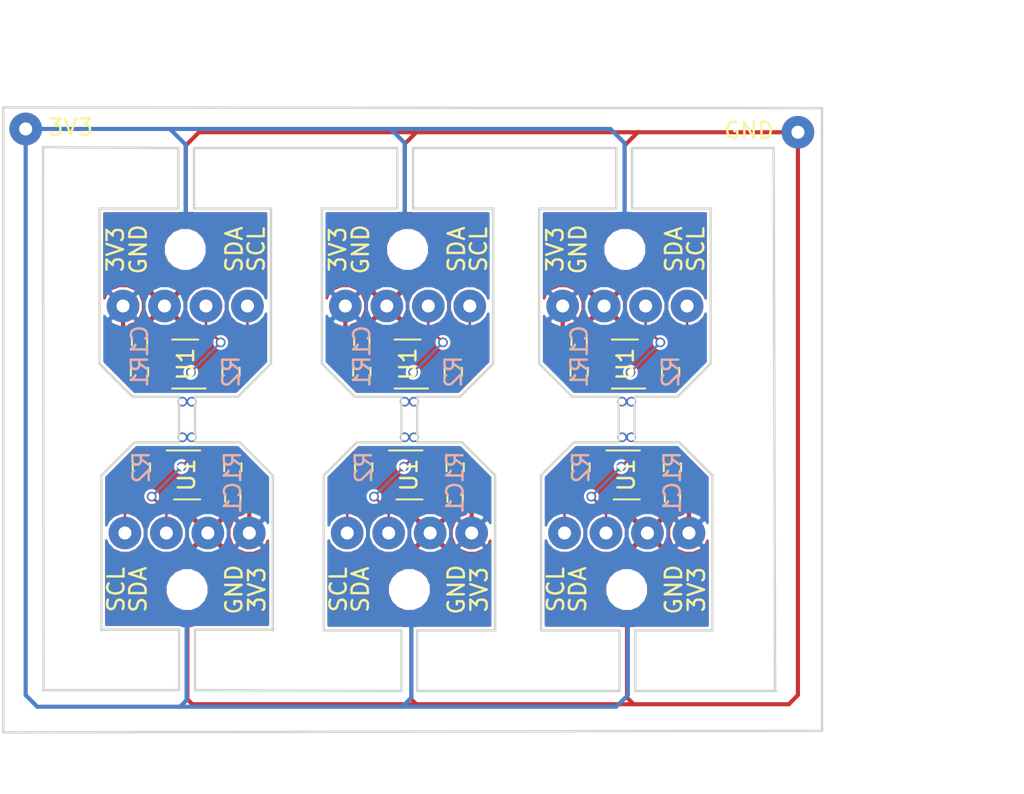
<source format=kicad_pcb>
(kicad_pcb (version 4) (host pcbnew 4.0.4-snap1-stable)

  (general
    (links 12)
    (no_connects 0)
    (area 120.676599 85.642592 183.491397 133.875971)
    (thickness 1)
    (drawings 88)
    (tracks 239)
    (zones 0)
    (modules 56)
    (nets 5)
  )

  (page A4)
  (layers
    (0 F.Cu signal)
    (31 B.Cu signal)
    (32 B.Adhes user)
    (33 F.Adhes user)
    (34 B.Paste user)
    (35 F.Paste user)
    (36 B.SilkS user)
    (37 F.SilkS user)
    (38 B.Mask user)
    (39 F.Mask user)
    (40 Dwgs.User user)
    (41 Cmts.User user)
    (42 Eco1.User user)
    (43 Eco2.User user)
    (44 Edge.Cuts user)
    (45 Margin user)
    (46 B.CrtYd user)
    (47 F.CrtYd user)
    (48 B.Fab user)
    (49 F.Fab user)
  )

  (setup
    (last_trace_width 0.1524)
    (trace_clearance 0.1524)
    (zone_clearance 0.1524)
    (zone_45_only no)
    (trace_min 0.1524)
    (segment_width 0.2)
    (edge_width 0.15)
    (via_size 0.6)
    (via_drill 0.4)
    (via_min_size 0.4)
    (via_min_drill 0.3)
    (uvia_size 0.3)
    (uvia_drill 0.1)
    (uvias_allowed no)
    (uvia_min_size 0)
    (uvia_min_drill 0)
    (pcb_text_width 0.3)
    (pcb_text_size 1.5 1.5)
    (mod_edge_width 0.15)
    (mod_text_size 1 1)
    (mod_text_width 0.15)
    (pad_size 0.5 0.5)
    (pad_drill 0)
    (pad_to_mask_clearance 0.1)
    (aux_axis_origin 0 0)
    (visible_elements FFFEFF7F)
    (pcbplotparams
      (layerselection 0x312f0_80000001)
      (usegerberextensions false)
      (excludeedgelayer true)
      (linewidth 0.100000)
      (plotframeref false)
      (viasonmask false)
      (mode 1)
      (useauxorigin false)
      (hpglpennumber 1)
      (hpglpenspeed 20)
      (hpglpendiameter 15)
      (hpglpenoverlay 2)
      (psnegative false)
      (psa4output false)
      (plotreference true)
      (plotvalue true)
      (plotinvisibletext false)
      (padsonsilk false)
      (subtractmaskfromsilk false)
      (outputformat 1)
      (mirror false)
      (drillshape 0)
      (scaleselection 1)
      (outputdirectory /home/letrend/workspace/Infineon_3D_magnetic_pcb/grb/))
  )

  (net 0 "")
  (net 1 "Net-(J2-Pad1)")
  (net 2 GND)
  (net 3 "Net-(J4-Pad1)")
  (net 4 +3V3)

  (net_class Default "This is the default net class."
    (clearance 0.1524)
    (trace_width 0.1524)
    (via_dia 0.6)
    (via_drill 0.4)
    (uvia_dia 0.3)
    (uvia_drill 0.1)
    (add_net "Net-(J2-Pad1)")
    (add_net "Net-(J4-Pad1)")
  )

  (net_class PWR ""
    (clearance 0.1524)
    (trace_width 0.254)
    (via_dia 0.6)
    (via_drill 0.4)
    (uvia_dia 0.3)
    (uvia_drill 0.1)
    (add_net +3V3)
    (add_net GND)
  )

  (module Wire_Pads:SolderWirePad_single_0-8mmDrill (layer F.Cu) (tedit 5A52B75F) (tstamp 5A6BE7A4)
    (at 169.418 93.2688 90)
    (path /59558626)
    (fp_text reference GND (at 0.1016 -2.9972 180) (layer F.SilkS)
      (effects (font (size 1 1) (thickness 0.15)))
    )
    (fp_text value GND (at 0 2.54 90) (layer F.Fab)
      (effects (font (size 1 1) (thickness 0.15)))
    )
    (pad 1 thru_hole circle (at 0 0 90) (size 1.99898 1.99898) (drill 0.8001) (layers *.Cu *.Mask)
      (net 2 GND))
  )

  (module Wire_Pads:SolderWirePad_single_0-8mmDrill (layer F.Cu) (tedit 5A52B783) (tstamp 5A6BE75F)
    (at 122.1232 93.0656 90)
    (path /59558582)
    (fp_text reference 3V3 (at 0.1016 2.7432 180) (layer F.SilkS)
      (effects (font (size 1 1) (thickness 0.15)))
    )
    (fp_text value VDD (at 0 2.54 90) (layer F.Fab)
      (effects (font (size 1 1) (thickness 0.15)))
    )
    (pad 1 thru_hole circle (at 0 0 90) (size 1.99898 1.99898) (drill 0.8001) (layers *.Cu *.Mask)
      (net 4 +3V3))
  )

  (module Wire_Pads:SolderWirePad_single_0-8mmDrill (layer F.Cu) (tedit 5A52B783) (tstamp 5A6BD51B)
    (at 135.82 117.826 270)
    (path /59558582)
    (fp_text reference 3V3 (at 3.469 -0.465 270) (layer F.SilkS)
      (effects (font (size 1 1) (thickness 0.15)))
    )
    (fp_text value VDD (at 0 2.54 270) (layer F.Fab)
      (effects (font (size 1 1) (thickness 0.15)))
    )
    (pad 1 thru_hole circle (at 0 0 270) (size 1.99898 1.99898) (drill 0.8001) (layers *.Cu *.Mask)
      (net 4 +3V3))
  )

  (module Wire_Pads:SolderWirePad_single_0-8mmDrill (layer F.Cu) (tedit 5A52B8BD) (tstamp 5A6BD517)
    (at 130.74 117.826 270)
    (path /59558648)
    (fp_text reference SDA (at 3.469 1.73 270) (layer F.SilkS)
      (effects (font (size 1 1) (thickness 0.15)))
    )
    (fp_text value SDA (at 0 2.54 270) (layer F.Fab)
      (effects (font (size 1 1) (thickness 0.15)))
    )
    (pad 1 thru_hole circle (at 0 0 270) (size 1.99898 1.99898) (drill 0.8001) (layers *.Cu *.Mask)
      (net 3 "Net-(J4-Pad1)"))
  )

  (module Mounting_Holes:MountingHole_2.2mm_M2_DIN965 (layer F.Cu) (tedit 5A52B6CD) (tstamp 5A6BD511)
    (at 132.01 121.295 270)
    (descr "Mounting Hole 2.2mm, no annular, M2, DIN965")
    (tags "mounting hole 2.2mm no annular m2 din965")
    (fp_text reference REF** (at 0 -2.9 270) (layer F.SilkS) hide
      (effects (font (size 1 1) (thickness 0.15)))
    )
    (fp_text value MountingHole_2.2mm_M2_DIN965 (at 0 2.9 270) (layer F.Fab)
      (effects (font (size 1 1) (thickness 0.15)))
    )
    (fp_circle (center 0 0) (end 1.9 0) (layer Cmts.User) (width 0.15))
    (fp_circle (center 0 0) (end 2.15 0) (layer F.CrtYd) (width 0.05))
    (pad 1 np_thru_hole circle (at 0 0 270) (size 2.2 2.2) (drill 2.2) (layers *.Cu *.Mask))
  )

  (module Wire_Pads:SolderWirePad_single_0-8mmDrill (layer F.Cu) (tedit 5A52B75F) (tstamp 5A6BD50D)
    (at 133.28 117.826 270)
    (path /59558626)
    (fp_text reference GND (at 3.469 -1.605 270) (layer F.SilkS)
      (effects (font (size 1 1) (thickness 0.15)))
    )
    (fp_text value GND (at 0 2.54 270) (layer F.Fab)
      (effects (font (size 1 1) (thickness 0.15)))
    )
    (pad 1 thru_hole circle (at 0 0 270) (size 1.99898 1.99898) (drill 0.8001) (layers *.Cu *.Mask)
      (net 2 GND))
  )

  (module Wire_Pads:SolderWirePad_single_0-8mmDrill (layer F.Cu) (tedit 5A52B8C7) (tstamp 5A6BD509)
    (at 141.8144 117.826 270)
    (path /59558603)
    (fp_text reference SCL (at 3.469 0.54 270) (layer F.SilkS)
      (effects (font (size 1 1) (thickness 0.15)))
    )
    (fp_text value SCL (at 0 2.54 270) (layer F.Fab)
      (effects (font (size 1 1) (thickness 0.15)))
    )
    (pad 1 thru_hole circle (at 0 0 270) (size 1.99898 1.99898) (drill 0.8001) (layers *.Cu *.Mask)
      (net 1 "Net-(J2-Pad1)"))
  )

  (module Wire_Pads:SolderWirePad_single_0-8mmDrill (layer F.Cu) (tedit 5A52B8BD) (tstamp 5A6BD505)
    (at 144.3544 117.826 270)
    (path /59558648)
    (fp_text reference SDA (at 3.469 1.73 270) (layer F.SilkS)
      (effects (font (size 1 1) (thickness 0.15)))
    )
    (fp_text value SDA (at 0 2.54 270) (layer F.Fab)
      (effects (font (size 1 1) (thickness 0.15)))
    )
    (pad 1 thru_hole circle (at 0 0 270) (size 1.99898 1.99898) (drill 0.8001) (layers *.Cu *.Mask)
      (net 3 "Net-(J4-Pad1)"))
  )

  (module Mounting_Holes:MountingHole_2.2mm_M2_DIN965 (layer F.Cu) (tedit 5A52B6CD) (tstamp 5A6BD4FF)
    (at 145.6244 121.295 270)
    (descr "Mounting Hole 2.2mm, no annular, M2, DIN965")
    (tags "mounting hole 2.2mm no annular m2 din965")
    (fp_text reference REF** (at 0 -2.9 270) (layer F.SilkS) hide
      (effects (font (size 1 1) (thickness 0.15)))
    )
    (fp_text value MountingHole_2.2mm_M2_DIN965 (at 0 2.9 270) (layer F.Fab)
      (effects (font (size 1 1) (thickness 0.15)))
    )
    (fp_circle (center 0 0) (end 1.9 0) (layer Cmts.User) (width 0.15))
    (fp_circle (center 0 0) (end 2.15 0) (layer F.CrtYd) (width 0.05))
    (pad 1 np_thru_hole circle (at 0 0 270) (size 2.2 2.2) (drill 2.2) (layers *.Cu *.Mask))
  )

  (module Wire_Pads:SolderWirePad_single_0-8mmDrill (layer F.Cu) (tedit 5A52B75F) (tstamp 5A6BD4FB)
    (at 146.8944 117.826 270)
    (path /59558626)
    (fp_text reference GND (at 3.469 -1.605 270) (layer F.SilkS)
      (effects (font (size 1 1) (thickness 0.15)))
    )
    (fp_text value GND (at 0 2.54 270) (layer F.Fab)
      (effects (font (size 1 1) (thickness 0.15)))
    )
    (pad 1 thru_hole circle (at 0 0 270) (size 1.99898 1.99898) (drill 0.8001) (layers *.Cu *.Mask)
      (net 2 GND))
  )

  (module Wire_Pads:SolderWirePad_single_0-8mmDrill (layer F.Cu) (tedit 5A52B783) (tstamp 5A6BD4F7)
    (at 149.4344 117.826 270)
    (path /59558582)
    (fp_text reference 3V3 (at 3.469 -0.465 270) (layer F.SilkS)
      (effects (font (size 1 1) (thickness 0.15)))
    )
    (fp_text value VDD (at 0 2.54 270) (layer F.Fab)
      (effects (font (size 1 1) (thickness 0.15)))
    )
    (pad 1 thru_hole circle (at 0 0 270) (size 1.99898 1.99898) (drill 0.8001) (layers *.Cu *.Mask)
      (net 4 +3V3))
  )

  (module custom_lib:TSOP-6 (layer F.Cu) (tedit 5A52BB90) (tstamp 5A6BD4E2)
    (at 145.6244 114.27)
    (descr "6-pin TSOP-6 package, http://www.icbank.com/icbank_data/semi_package/tsop6_dim.pdf")
    (tags TSOP-6)
    (path /59558503)
    (attr smd)
    (fp_text reference U1 (at -0.025 0 90) (layer F.SilkS)
      (effects (font (size 1 1) (thickness 0.15)))
    )
    (fp_text value AT42QT1010-TSHR (at 0 2.5) (layer F.Fab)
      (effects (font (size 1 1) (thickness 0.15)))
    )
    (fp_text user %R (at 0 0 90) (layer F.Fab)
      (effects (font (size 0.5 0.5) (thickness 0.075)))
    )
    (fp_line (start -0.8 1.5) (end 0.8 1.5) (layer F.SilkS) (width 0.12))
    (fp_line (start 0.8 -1.5) (end -1.25 -1.5) (layer F.SilkS) (width 0.12))
    (fp_line (start -0.8 -1.05) (end -0.4 -1.45) (layer F.Fab) (width 0.1))
    (fp_line (start 0.8 -1.45) (end -0.4 -1.45) (layer F.Fab) (width 0.1))
    (fp_line (start -0.8 -1.05) (end -0.8 1.45) (layer F.Fab) (width 0.1))
    (fp_line (start 0.8 1.45) (end -0.8 1.45) (layer F.Fab) (width 0.1))
    (fp_line (start 0.8 -1.45) (end 0.8 1.45) (layer F.Fab) (width 0.1))
    (fp_line (start -2.17 -1.7) (end 2.17 -1.7) (layer F.CrtYd) (width 0.05))
    (fp_line (start -2.17 -1.7) (end -2.17 1.7) (layer F.CrtYd) (width 0.05))
    (fp_line (start 2.17 1.7) (end 2.17 -1.7) (layer F.CrtYd) (width 0.05))
    (fp_line (start 2.17 1.7) (end -2.17 1.7) (layer F.CrtYd) (width 0.05))
    (pad 1 smd rect (at -1.2 -0.95) (size 0.5 0.5) (layers F.Cu F.Paste F.Mask)
      (net 1 "Net-(J2-Pad1)"))
    (pad 2 smd rect (at -1.2 0) (size 0.5 0.5) (layers F.Cu F.Paste F.Mask)
      (net 2 GND) (zone_connect 2))
    (pad 3 smd rect (at -1.2 0.95) (size 0.5 0.5) (layers F.Cu F.Paste F.Mask)
      (net 2 GND) (zone_connect 2))
    (pad 4 smd rect (at 1.2 0.95) (size 0.5 0.5) (layers F.Cu F.Paste F.Mask)
      (net 4 +3V3))
    (pad 5 smd rect (at 1.2 0) (size 0.5 0.5) (layers F.Cu F.Paste F.Mask)
      (net 2 GND) (zone_connect 2))
    (pad 6 smd rect (at 1.2 -0.95) (size 0.5 0.5) (layers F.Cu F.Paste F.Mask)
      (net 3 "Net-(J4-Pad1)"))
    (model ${KISYS3DMOD}/TO_SOT_Packages_SMD.3dshapes/TSOT-23-6_MK06A.wrl
      (at (xyz 0 0 0))
      (scale (xyz 1 1 1))
      (rotate (xyz 0 0 0))
    )
  )

  (module Capacitors_SMD:C_0402 (layer F.Cu) (tedit 5A52BDA4) (tstamp 5A6BD4D2)
    (at 148.4244 115.67 90)
    (descr "Capacitor SMD 0402, reflow soldering, AVX (see smccp.pdf)")
    (tags "capacitor 0402")
    (path /5973D244)
    (attr smd)
    (fp_text reference C1 (at 0.003 -0.006 90) (layer B.SilkS)
      (effects (font (size 1 1) (thickness 0.15)) (justify mirror))
    )
    (fp_text value C (at 0 1.27 90) (layer F.Fab)
      (effects (font (size 1 1) (thickness 0.15)))
    )
    (fp_text user %R (at 0 -1.27 90) (layer F.Fab)
      (effects (font (size 1 1) (thickness 0.15)))
    )
    (fp_line (start -0.5 0.25) (end -0.5 -0.25) (layer F.Fab) (width 0.1))
    (fp_line (start 0.5 0.25) (end -0.5 0.25) (layer F.Fab) (width 0.1))
    (fp_line (start 0.5 -0.25) (end 0.5 0.25) (layer F.Fab) (width 0.1))
    (fp_line (start -0.5 -0.25) (end 0.5 -0.25) (layer F.Fab) (width 0.1))
    (fp_line (start 0.25 -0.47) (end -0.25 -0.47) (layer F.SilkS) (width 0.12))
    (fp_line (start -0.25 0.47) (end 0.25 0.47) (layer F.SilkS) (width 0.12))
    (fp_line (start -1 -0.4) (end 1 -0.4) (layer F.CrtYd) (width 0.05))
    (fp_line (start -1 -0.4) (end -1 0.4) (layer F.CrtYd) (width 0.05))
    (fp_line (start 1 0.4) (end 1 -0.4) (layer F.CrtYd) (width 0.05))
    (fp_line (start 1 0.4) (end -1 0.4) (layer F.CrtYd) (width 0.05))
    (pad 1 smd rect (at -0.55 0 90) (size 0.6 0.5) (layers F.Cu F.Paste F.Mask)
      (net 2 GND))
    (pad 2 smd rect (at 0.55 0 90) (size 0.6 0.5) (layers F.Cu F.Paste F.Mask)
      (net 4 +3V3))
    (model Capacitors_SMD.3dshapes/C_0402.wrl
      (at (xyz 0 0 0))
      (scale (xyz 1 1 1))
      (rotate (xyz 0 0 0))
    )
  )

  (module Resistors_SMD:R_0402 (layer F.Cu) (tedit 5A52BDCA) (tstamp 5A6BD4C2)
    (at 148.4244 113.795 90)
    (descr "Resistor SMD 0402, reflow soldering, Vishay (see dcrcw.pdf)")
    (tags "resistor 0402")
    (path /5A52B2E5)
    (attr smd)
    (fp_text reference R1 (at -0.0051 -0.006 90) (layer B.SilkS)
      (effects (font (size 1 1) (thickness 0.15)) (justify mirror))
    )
    (fp_text value 10k (at 0 1.45 90) (layer F.Fab)
      (effects (font (size 1 1) (thickness 0.15)))
    )
    (fp_text user %R (at 0 -1.35 90) (layer F.Fab)
      (effects (font (size 1 1) (thickness 0.15)))
    )
    (fp_line (start -0.5 0.25) (end -0.5 -0.25) (layer F.Fab) (width 0.1))
    (fp_line (start 0.5 0.25) (end -0.5 0.25) (layer F.Fab) (width 0.1))
    (fp_line (start 0.5 -0.25) (end 0.5 0.25) (layer F.Fab) (width 0.1))
    (fp_line (start -0.5 -0.25) (end 0.5 -0.25) (layer F.Fab) (width 0.1))
    (fp_line (start 0.25 -0.53) (end -0.25 -0.53) (layer F.SilkS) (width 0.12))
    (fp_line (start -0.25 0.53) (end 0.25 0.53) (layer F.SilkS) (width 0.12))
    (fp_line (start -0.8 -0.45) (end 0.8 -0.45) (layer F.CrtYd) (width 0.05))
    (fp_line (start -0.8 -0.45) (end -0.8 0.45) (layer F.CrtYd) (width 0.05))
    (fp_line (start 0.8 0.45) (end 0.8 -0.45) (layer F.CrtYd) (width 0.05))
    (fp_line (start 0.8 0.45) (end -0.8 0.45) (layer F.CrtYd) (width 0.05))
    (pad 1 smd rect (at -0.45 0 90) (size 0.4 0.6) (layers F.Cu F.Paste F.Mask)
      (net 4 +3V3))
    (pad 2 smd rect (at 0.45 0 90) (size 0.4 0.6) (layers F.Cu F.Paste F.Mask)
      (net 3 "Net-(J4-Pad1)"))
    (model ${KISYS3DMOD}/Resistors_SMD.3dshapes/R_0402.wrl
      (at (xyz 0 0 0))
      (scale (xyz 1 1 1))
      (rotate (xyz 0 0 0))
    )
  )

  (module Resistors_SMD:R_0402 (layer F.Cu) (tedit 5A52BDD8) (tstamp 5A6BD4B2)
    (at 142.8244 113.795 90)
    (descr "Resistor SMD 0402, reflow soldering, Vishay (see dcrcw.pdf)")
    (tags "resistor 0402")
    (path /5A52B327)
    (attr smd)
    (fp_text reference R2 (at -0.0051 -0.0067 90) (layer B.SilkS)
      (effects (font (size 1 1) (thickness 0.15)) (justify mirror))
    )
    (fp_text value 10k (at 0 1.45 90) (layer F.Fab)
      (effects (font (size 1 1) (thickness 0.15)))
    )
    (fp_text user %R (at -1.5 -1.3 90) (layer F.Fab)
      (effects (font (size 1 1) (thickness 0.15)))
    )
    (fp_line (start -0.5 0.25) (end -0.5 -0.25) (layer F.Fab) (width 0.1))
    (fp_line (start 0.5 0.25) (end -0.5 0.25) (layer F.Fab) (width 0.1))
    (fp_line (start 0.5 -0.25) (end 0.5 0.25) (layer F.Fab) (width 0.1))
    (fp_line (start -0.5 -0.25) (end 0.5 -0.25) (layer F.Fab) (width 0.1))
    (fp_line (start 0.25 -0.53) (end -0.25 -0.53) (layer F.SilkS) (width 0.12))
    (fp_line (start -0.25 0.53) (end 0.25 0.53) (layer F.SilkS) (width 0.12))
    (fp_line (start -0.8 -0.45) (end 0.8 -0.45) (layer F.CrtYd) (width 0.05))
    (fp_line (start -0.8 -0.45) (end -0.8 0.45) (layer F.CrtYd) (width 0.05))
    (fp_line (start 0.8 0.45) (end 0.8 -0.45) (layer F.CrtYd) (width 0.05))
    (fp_line (start 0.8 0.45) (end -0.8 0.45) (layer F.CrtYd) (width 0.05))
    (pad 1 smd rect (at -0.45 0 90) (size 0.4 0.6) (layers F.Cu F.Paste F.Mask)
      (net 4 +3V3))
    (pad 2 smd rect (at 0.45 0 90) (size 0.4 0.6) (layers F.Cu F.Paste F.Mask)
      (net 1 "Net-(J2-Pad1)"))
    (model ${KISYS3DMOD}/Resistors_SMD.3dshapes/R_0402.wrl
      (at (xyz 0 0 0))
      (scale (xyz 1 1 1))
      (rotate (xyz 0 0 0))
    )
  )

  (module Wire_Pads:SolderWirePad_single_0-8mmDrill (layer F.Cu) (tedit 5A52B8BD) (tstamp 5A6BD4AE)
    (at 157.664 117.826 270)
    (path /59558648)
    (fp_text reference SDA (at 3.469 1.73 270) (layer F.SilkS)
      (effects (font (size 1 1) (thickness 0.15)))
    )
    (fp_text value SDA (at 0 2.54 270) (layer F.Fab)
      (effects (font (size 1 1) (thickness 0.15)))
    )
    (pad 1 thru_hole circle (at 0 0 270) (size 1.99898 1.99898) (drill 0.8001) (layers *.Cu *.Mask)
      (net 3 "Net-(J4-Pad1)"))
  )

  (module Wire_Pads:SolderWirePad_single_0-8mmDrill (layer F.Cu) (tedit 5A52B8C7) (tstamp 5A6BD4AA)
    (at 155.124 117.826 270)
    (path /59558603)
    (fp_text reference SCL (at 3.469 0.54 270) (layer F.SilkS)
      (effects (font (size 1 1) (thickness 0.15)))
    )
    (fp_text value SCL (at 0 2.54 270) (layer F.Fab)
      (effects (font (size 1 1) (thickness 0.15)))
    )
    (pad 1 thru_hole circle (at 0 0 270) (size 1.99898 1.99898) (drill 0.8001) (layers *.Cu *.Mask)
      (net 1 "Net-(J2-Pad1)"))
  )

  (module Wire_Pads:SolderWirePad_single_0-8mmDrill (layer F.Cu) (tedit 5A52B75F) (tstamp 5A6BD4A6)
    (at 160.204 117.826 270)
    (path /59558626)
    (fp_text reference GND (at 3.469 -1.605 270) (layer F.SilkS)
      (effects (font (size 1 1) (thickness 0.15)))
    )
    (fp_text value GND (at 0 2.54 270) (layer F.Fab)
      (effects (font (size 1 1) (thickness 0.15)))
    )
    (pad 1 thru_hole circle (at 0 0 270) (size 1.99898 1.99898) (drill 0.8001) (layers *.Cu *.Mask)
      (net 2 GND))
  )

  (module Mounting_Holes:MountingHole_2.2mm_M2_DIN965 (layer F.Cu) (tedit 5A52B6CD) (tstamp 5A6BD4A0)
    (at 158.934 121.295 270)
    (descr "Mounting Hole 2.2mm, no annular, M2, DIN965")
    (tags "mounting hole 2.2mm no annular m2 din965")
    (fp_text reference REF** (at 0 -2.9 270) (layer F.SilkS) hide
      (effects (font (size 1 1) (thickness 0.15)))
    )
    (fp_text value MountingHole_2.2mm_M2_DIN965 (at 0 2.9 270) (layer F.Fab)
      (effects (font (size 1 1) (thickness 0.15)))
    )
    (fp_circle (center 0 0) (end 1.9 0) (layer Cmts.User) (width 0.15))
    (fp_circle (center 0 0) (end 2.15 0) (layer F.CrtYd) (width 0.05))
    (pad 1 np_thru_hole circle (at 0 0 270) (size 2.2 2.2) (drill 2.2) (layers *.Cu *.Mask))
  )

  (module Capacitors_SMD:C_0402 (layer F.Cu) (tedit 5A52BDA4) (tstamp 5A6BD490)
    (at 134.81 115.67 90)
    (descr "Capacitor SMD 0402, reflow soldering, AVX (see smccp.pdf)")
    (tags "capacitor 0402")
    (path /5973D244)
    (attr smd)
    (fp_text reference C1 (at 0.003 -0.006 90) (layer B.SilkS)
      (effects (font (size 1 1) (thickness 0.15)) (justify mirror))
    )
    (fp_text value C (at 0 1.27 90) (layer F.Fab)
      (effects (font (size 1 1) (thickness 0.15)))
    )
    (fp_text user %R (at 0 -1.27 90) (layer F.Fab)
      (effects (font (size 1 1) (thickness 0.15)))
    )
    (fp_line (start -0.5 0.25) (end -0.5 -0.25) (layer F.Fab) (width 0.1))
    (fp_line (start 0.5 0.25) (end -0.5 0.25) (layer F.Fab) (width 0.1))
    (fp_line (start 0.5 -0.25) (end 0.5 0.25) (layer F.Fab) (width 0.1))
    (fp_line (start -0.5 -0.25) (end 0.5 -0.25) (layer F.Fab) (width 0.1))
    (fp_line (start 0.25 -0.47) (end -0.25 -0.47) (layer F.SilkS) (width 0.12))
    (fp_line (start -0.25 0.47) (end 0.25 0.47) (layer F.SilkS) (width 0.12))
    (fp_line (start -1 -0.4) (end 1 -0.4) (layer F.CrtYd) (width 0.05))
    (fp_line (start -1 -0.4) (end -1 0.4) (layer F.CrtYd) (width 0.05))
    (fp_line (start 1 0.4) (end 1 -0.4) (layer F.CrtYd) (width 0.05))
    (fp_line (start 1 0.4) (end -1 0.4) (layer F.CrtYd) (width 0.05))
    (pad 1 smd rect (at -0.55 0 90) (size 0.6 0.5) (layers F.Cu F.Paste F.Mask)
      (net 2 GND))
    (pad 2 smd rect (at 0.55 0 90) (size 0.6 0.5) (layers F.Cu F.Paste F.Mask)
      (net 4 +3V3))
    (model Capacitors_SMD.3dshapes/C_0402.wrl
      (at (xyz 0 0 0))
      (scale (xyz 1 1 1))
      (rotate (xyz 0 0 0))
    )
  )

  (module Resistors_SMD:R_0402 (layer F.Cu) (tedit 5A52BDCA) (tstamp 5A6BD480)
    (at 134.81 113.795 90)
    (descr "Resistor SMD 0402, reflow soldering, Vishay (see dcrcw.pdf)")
    (tags "resistor 0402")
    (path /5A52B2E5)
    (attr smd)
    (fp_text reference R1 (at -0.0051 -0.006 90) (layer B.SilkS)
      (effects (font (size 1 1) (thickness 0.15)) (justify mirror))
    )
    (fp_text value 10k (at 0 1.45 90) (layer F.Fab)
      (effects (font (size 1 1) (thickness 0.15)))
    )
    (fp_text user %R (at 0 -1.35 90) (layer F.Fab)
      (effects (font (size 1 1) (thickness 0.15)))
    )
    (fp_line (start -0.5 0.25) (end -0.5 -0.25) (layer F.Fab) (width 0.1))
    (fp_line (start 0.5 0.25) (end -0.5 0.25) (layer F.Fab) (width 0.1))
    (fp_line (start 0.5 -0.25) (end 0.5 0.25) (layer F.Fab) (width 0.1))
    (fp_line (start -0.5 -0.25) (end 0.5 -0.25) (layer F.Fab) (width 0.1))
    (fp_line (start 0.25 -0.53) (end -0.25 -0.53) (layer F.SilkS) (width 0.12))
    (fp_line (start -0.25 0.53) (end 0.25 0.53) (layer F.SilkS) (width 0.12))
    (fp_line (start -0.8 -0.45) (end 0.8 -0.45) (layer F.CrtYd) (width 0.05))
    (fp_line (start -0.8 -0.45) (end -0.8 0.45) (layer F.CrtYd) (width 0.05))
    (fp_line (start 0.8 0.45) (end 0.8 -0.45) (layer F.CrtYd) (width 0.05))
    (fp_line (start 0.8 0.45) (end -0.8 0.45) (layer F.CrtYd) (width 0.05))
    (pad 1 smd rect (at -0.45 0 90) (size 0.4 0.6) (layers F.Cu F.Paste F.Mask)
      (net 4 +3V3))
    (pad 2 smd rect (at 0.45 0 90) (size 0.4 0.6) (layers F.Cu F.Paste F.Mask)
      (net 3 "Net-(J4-Pad1)"))
    (model ${KISYS3DMOD}/Resistors_SMD.3dshapes/R_0402.wrl
      (at (xyz 0 0 0))
      (scale (xyz 1 1 1))
      (rotate (xyz 0 0 0))
    )
  )

  (module Wire_Pads:SolderWirePad_single_0-8mmDrill (layer F.Cu) (tedit 5A52B8C7) (tstamp 5A6BD47C)
    (at 128.2 117.826 270)
    (path /59558603)
    (fp_text reference SCL (at 3.469 0.54 270) (layer F.SilkS)
      (effects (font (size 1 1) (thickness 0.15)))
    )
    (fp_text value SCL (at 0 2.54 270) (layer F.Fab)
      (effects (font (size 1 1) (thickness 0.15)))
    )
    (pad 1 thru_hole circle (at 0 0 270) (size 1.99898 1.99898) (drill 0.8001) (layers *.Cu *.Mask)
      (net 1 "Net-(J2-Pad1)"))
  )

  (module custom_lib:TSOP-6 (layer F.Cu) (tedit 5A52BB90) (tstamp 5A6BD467)
    (at 132.01 114.27)
    (descr "6-pin TSOP-6 package, http://www.icbank.com/icbank_data/semi_package/tsop6_dim.pdf")
    (tags TSOP-6)
    (path /59558503)
    (attr smd)
    (fp_text reference U1 (at -0.025 0 90) (layer F.SilkS)
      (effects (font (size 1 1) (thickness 0.15)))
    )
    (fp_text value AT42QT1010-TSHR (at 0 2.5) (layer F.Fab)
      (effects (font (size 1 1) (thickness 0.15)))
    )
    (fp_text user %R (at 0 0 90) (layer F.Fab)
      (effects (font (size 0.5 0.5) (thickness 0.075)))
    )
    (fp_line (start -0.8 1.5) (end 0.8 1.5) (layer F.SilkS) (width 0.12))
    (fp_line (start 0.8 -1.5) (end -1.25 -1.5) (layer F.SilkS) (width 0.12))
    (fp_line (start -0.8 -1.05) (end -0.4 -1.45) (layer F.Fab) (width 0.1))
    (fp_line (start 0.8 -1.45) (end -0.4 -1.45) (layer F.Fab) (width 0.1))
    (fp_line (start -0.8 -1.05) (end -0.8 1.45) (layer F.Fab) (width 0.1))
    (fp_line (start 0.8 1.45) (end -0.8 1.45) (layer F.Fab) (width 0.1))
    (fp_line (start 0.8 -1.45) (end 0.8 1.45) (layer F.Fab) (width 0.1))
    (fp_line (start -2.17 -1.7) (end 2.17 -1.7) (layer F.CrtYd) (width 0.05))
    (fp_line (start -2.17 -1.7) (end -2.17 1.7) (layer F.CrtYd) (width 0.05))
    (fp_line (start 2.17 1.7) (end 2.17 -1.7) (layer F.CrtYd) (width 0.05))
    (fp_line (start 2.17 1.7) (end -2.17 1.7) (layer F.CrtYd) (width 0.05))
    (pad 1 smd rect (at -1.2 -0.95) (size 0.5 0.5) (layers F.Cu F.Paste F.Mask)
      (net 1 "Net-(J2-Pad1)"))
    (pad 2 smd rect (at -1.2 0) (size 0.5 0.5) (layers F.Cu F.Paste F.Mask)
      (net 2 GND) (zone_connect 2))
    (pad 3 smd rect (at -1.2 0.95) (size 0.5 0.5) (layers F.Cu F.Paste F.Mask)
      (net 2 GND) (zone_connect 2))
    (pad 4 smd rect (at 1.2 0.95) (size 0.5 0.5) (layers F.Cu F.Paste F.Mask)
      (net 4 +3V3))
    (pad 5 smd rect (at 1.2 0) (size 0.5 0.5) (layers F.Cu F.Paste F.Mask)
      (net 2 GND) (zone_connect 2))
    (pad 6 smd rect (at 1.2 -0.95) (size 0.5 0.5) (layers F.Cu F.Paste F.Mask)
      (net 3 "Net-(J4-Pad1)"))
    (model ${KISYS3DMOD}/TO_SOT_Packages_SMD.3dshapes/TSOT-23-6_MK06A.wrl
      (at (xyz 0 0 0))
      (scale (xyz 1 1 1))
      (rotate (xyz 0 0 0))
    )
  )

  (module Resistors_SMD:R_0402 (layer F.Cu) (tedit 5A52BDD8) (tstamp 5A6BD457)
    (at 129.21 113.795 90)
    (descr "Resistor SMD 0402, reflow soldering, Vishay (see dcrcw.pdf)")
    (tags "resistor 0402")
    (path /5A52B327)
    (attr smd)
    (fp_text reference R2 (at -0.0051 -0.0067 90) (layer B.SilkS)
      (effects (font (size 1 1) (thickness 0.15)) (justify mirror))
    )
    (fp_text value 10k (at 0 1.45 90) (layer F.Fab)
      (effects (font (size 1 1) (thickness 0.15)))
    )
    (fp_text user %R (at -1.5 -1.3 90) (layer F.Fab)
      (effects (font (size 1 1) (thickness 0.15)))
    )
    (fp_line (start -0.5 0.25) (end -0.5 -0.25) (layer F.Fab) (width 0.1))
    (fp_line (start 0.5 0.25) (end -0.5 0.25) (layer F.Fab) (width 0.1))
    (fp_line (start 0.5 -0.25) (end 0.5 0.25) (layer F.Fab) (width 0.1))
    (fp_line (start -0.5 -0.25) (end 0.5 -0.25) (layer F.Fab) (width 0.1))
    (fp_line (start 0.25 -0.53) (end -0.25 -0.53) (layer F.SilkS) (width 0.12))
    (fp_line (start -0.25 0.53) (end 0.25 0.53) (layer F.SilkS) (width 0.12))
    (fp_line (start -0.8 -0.45) (end 0.8 -0.45) (layer F.CrtYd) (width 0.05))
    (fp_line (start -0.8 -0.45) (end -0.8 0.45) (layer F.CrtYd) (width 0.05))
    (fp_line (start 0.8 0.45) (end 0.8 -0.45) (layer F.CrtYd) (width 0.05))
    (fp_line (start 0.8 0.45) (end -0.8 0.45) (layer F.CrtYd) (width 0.05))
    (pad 1 smd rect (at -0.45 0 90) (size 0.4 0.6) (layers F.Cu F.Paste F.Mask)
      (net 4 +3V3))
    (pad 2 smd rect (at 0.45 0 90) (size 0.4 0.6) (layers F.Cu F.Paste F.Mask)
      (net 1 "Net-(J2-Pad1)"))
    (model ${KISYS3DMOD}/Resistors_SMD.3dshapes/R_0402.wrl
      (at (xyz 0 0 0))
      (scale (xyz 1 1 1))
      (rotate (xyz 0 0 0))
    )
  )

  (module Wire_Pads:SolderWirePad_single_0-8mmDrill (layer F.Cu) (tedit 5A52B783) (tstamp 5A6BD453)
    (at 162.744 117.826 270)
    (path /59558582)
    (fp_text reference 3V3 (at 3.469 -0.465 270) (layer F.SilkS)
      (effects (font (size 1 1) (thickness 0.15)))
    )
    (fp_text value VDD (at 0 2.54 270) (layer F.Fab)
      (effects (font (size 1 1) (thickness 0.15)))
    )
    (pad 1 thru_hole circle (at 0 0 270) (size 1.99898 1.99898) (drill 0.8001) (layers *.Cu *.Mask)
      (net 4 +3V3))
  )

  (module custom_lib:TSOP-6 (layer F.Cu) (tedit 5A52BB90) (tstamp 5A6BD43E)
    (at 158.934 114.27)
    (descr "6-pin TSOP-6 package, http://www.icbank.com/icbank_data/semi_package/tsop6_dim.pdf")
    (tags TSOP-6)
    (path /59558503)
    (attr smd)
    (fp_text reference U1 (at -0.025 0 90) (layer F.SilkS)
      (effects (font (size 1 1) (thickness 0.15)))
    )
    (fp_text value AT42QT1010-TSHR (at 0 2.5) (layer F.Fab)
      (effects (font (size 1 1) (thickness 0.15)))
    )
    (fp_text user %R (at 0 0 90) (layer F.Fab)
      (effects (font (size 0.5 0.5) (thickness 0.075)))
    )
    (fp_line (start -0.8 1.5) (end 0.8 1.5) (layer F.SilkS) (width 0.12))
    (fp_line (start 0.8 -1.5) (end -1.25 -1.5) (layer F.SilkS) (width 0.12))
    (fp_line (start -0.8 -1.05) (end -0.4 -1.45) (layer F.Fab) (width 0.1))
    (fp_line (start 0.8 -1.45) (end -0.4 -1.45) (layer F.Fab) (width 0.1))
    (fp_line (start -0.8 -1.05) (end -0.8 1.45) (layer F.Fab) (width 0.1))
    (fp_line (start 0.8 1.45) (end -0.8 1.45) (layer F.Fab) (width 0.1))
    (fp_line (start 0.8 -1.45) (end 0.8 1.45) (layer F.Fab) (width 0.1))
    (fp_line (start -2.17 -1.7) (end 2.17 -1.7) (layer F.CrtYd) (width 0.05))
    (fp_line (start -2.17 -1.7) (end -2.17 1.7) (layer F.CrtYd) (width 0.05))
    (fp_line (start 2.17 1.7) (end 2.17 -1.7) (layer F.CrtYd) (width 0.05))
    (fp_line (start 2.17 1.7) (end -2.17 1.7) (layer F.CrtYd) (width 0.05))
    (pad 1 smd rect (at -1.2 -0.95) (size 0.5 0.5) (layers F.Cu F.Paste F.Mask)
      (net 1 "Net-(J2-Pad1)"))
    (pad 2 smd rect (at -1.2 0) (size 0.5 0.5) (layers F.Cu F.Paste F.Mask)
      (net 2 GND) (zone_connect 2))
    (pad 3 smd rect (at -1.2 0.95) (size 0.5 0.5) (layers F.Cu F.Paste F.Mask)
      (net 2 GND) (zone_connect 2))
    (pad 4 smd rect (at 1.2 0.95) (size 0.5 0.5) (layers F.Cu F.Paste F.Mask)
      (net 4 +3V3))
    (pad 5 smd rect (at 1.2 0) (size 0.5 0.5) (layers F.Cu F.Paste F.Mask)
      (net 2 GND) (zone_connect 2))
    (pad 6 smd rect (at 1.2 -0.95) (size 0.5 0.5) (layers F.Cu F.Paste F.Mask)
      (net 3 "Net-(J4-Pad1)"))
    (model ${KISYS3DMOD}/TO_SOT_Packages_SMD.3dshapes/TSOT-23-6_MK06A.wrl
      (at (xyz 0 0 0))
      (scale (xyz 1 1 1))
      (rotate (xyz 0 0 0))
    )
  )

  (module Resistors_SMD:R_0402 (layer F.Cu) (tedit 5A52BDD8) (tstamp 5A6BD42E)
    (at 156.134 113.795 90)
    (descr "Resistor SMD 0402, reflow soldering, Vishay (see dcrcw.pdf)")
    (tags "resistor 0402")
    (path /5A52B327)
    (attr smd)
    (fp_text reference R2 (at -0.0051 -0.0067 90) (layer B.SilkS)
      (effects (font (size 1 1) (thickness 0.15)) (justify mirror))
    )
    (fp_text value 10k (at 0 1.45 90) (layer F.Fab)
      (effects (font (size 1 1) (thickness 0.15)))
    )
    (fp_text user %R (at -1.5 -1.3 90) (layer F.Fab)
      (effects (font (size 1 1) (thickness 0.15)))
    )
    (fp_line (start -0.5 0.25) (end -0.5 -0.25) (layer F.Fab) (width 0.1))
    (fp_line (start 0.5 0.25) (end -0.5 0.25) (layer F.Fab) (width 0.1))
    (fp_line (start 0.5 -0.25) (end 0.5 0.25) (layer F.Fab) (width 0.1))
    (fp_line (start -0.5 -0.25) (end 0.5 -0.25) (layer F.Fab) (width 0.1))
    (fp_line (start 0.25 -0.53) (end -0.25 -0.53) (layer F.SilkS) (width 0.12))
    (fp_line (start -0.25 0.53) (end 0.25 0.53) (layer F.SilkS) (width 0.12))
    (fp_line (start -0.8 -0.45) (end 0.8 -0.45) (layer F.CrtYd) (width 0.05))
    (fp_line (start -0.8 -0.45) (end -0.8 0.45) (layer F.CrtYd) (width 0.05))
    (fp_line (start 0.8 0.45) (end 0.8 -0.45) (layer F.CrtYd) (width 0.05))
    (fp_line (start 0.8 0.45) (end -0.8 0.45) (layer F.CrtYd) (width 0.05))
    (pad 1 smd rect (at -0.45 0 90) (size 0.4 0.6) (layers F.Cu F.Paste F.Mask)
      (net 4 +3V3))
    (pad 2 smd rect (at 0.45 0 90) (size 0.4 0.6) (layers F.Cu F.Paste F.Mask)
      (net 1 "Net-(J2-Pad1)"))
    (model ${KISYS3DMOD}/Resistors_SMD.3dshapes/R_0402.wrl
      (at (xyz 0 0 0))
      (scale (xyz 1 1 1))
      (rotate (xyz 0 0 0))
    )
  )

  (module Capacitors_SMD:C_0402 (layer F.Cu) (tedit 5A52BDA4) (tstamp 5A6BD41E)
    (at 161.734 115.67 90)
    (descr "Capacitor SMD 0402, reflow soldering, AVX (see smccp.pdf)")
    (tags "capacitor 0402")
    (path /5973D244)
    (attr smd)
    (fp_text reference C1 (at 0.003 -0.006 90) (layer B.SilkS)
      (effects (font (size 1 1) (thickness 0.15)) (justify mirror))
    )
    (fp_text value C (at 0 1.27 90) (layer F.Fab)
      (effects (font (size 1 1) (thickness 0.15)))
    )
    (fp_text user %R (at 0 -1.27 90) (layer F.Fab)
      (effects (font (size 1 1) (thickness 0.15)))
    )
    (fp_line (start -0.5 0.25) (end -0.5 -0.25) (layer F.Fab) (width 0.1))
    (fp_line (start 0.5 0.25) (end -0.5 0.25) (layer F.Fab) (width 0.1))
    (fp_line (start 0.5 -0.25) (end 0.5 0.25) (layer F.Fab) (width 0.1))
    (fp_line (start -0.5 -0.25) (end 0.5 -0.25) (layer F.Fab) (width 0.1))
    (fp_line (start 0.25 -0.47) (end -0.25 -0.47) (layer F.SilkS) (width 0.12))
    (fp_line (start -0.25 0.47) (end 0.25 0.47) (layer F.SilkS) (width 0.12))
    (fp_line (start -1 -0.4) (end 1 -0.4) (layer F.CrtYd) (width 0.05))
    (fp_line (start -1 -0.4) (end -1 0.4) (layer F.CrtYd) (width 0.05))
    (fp_line (start 1 0.4) (end 1 -0.4) (layer F.CrtYd) (width 0.05))
    (fp_line (start 1 0.4) (end -1 0.4) (layer F.CrtYd) (width 0.05))
    (pad 1 smd rect (at -0.55 0 90) (size 0.6 0.5) (layers F.Cu F.Paste F.Mask)
      (net 2 GND))
    (pad 2 smd rect (at 0.55 0 90) (size 0.6 0.5) (layers F.Cu F.Paste F.Mask)
      (net 4 +3V3))
    (model Capacitors_SMD.3dshapes/C_0402.wrl
      (at (xyz 0 0 0))
      (scale (xyz 1 1 1))
      (rotate (xyz 0 0 0))
    )
  )

  (module Resistors_SMD:R_0402 (layer F.Cu) (tedit 5A52BDCA) (tstamp 5A6BD40E)
    (at 161.734 113.795 90)
    (descr "Resistor SMD 0402, reflow soldering, Vishay (see dcrcw.pdf)")
    (tags "resistor 0402")
    (path /5A52B2E5)
    (attr smd)
    (fp_text reference R1 (at -0.0051 -0.006 90) (layer B.SilkS)
      (effects (font (size 1 1) (thickness 0.15)) (justify mirror))
    )
    (fp_text value 10k (at 0 1.45 90) (layer F.Fab)
      (effects (font (size 1 1) (thickness 0.15)))
    )
    (fp_text user %R (at 0 -1.35 90) (layer F.Fab)
      (effects (font (size 1 1) (thickness 0.15)))
    )
    (fp_line (start -0.5 0.25) (end -0.5 -0.25) (layer F.Fab) (width 0.1))
    (fp_line (start 0.5 0.25) (end -0.5 0.25) (layer F.Fab) (width 0.1))
    (fp_line (start 0.5 -0.25) (end 0.5 0.25) (layer F.Fab) (width 0.1))
    (fp_line (start -0.5 -0.25) (end 0.5 -0.25) (layer F.Fab) (width 0.1))
    (fp_line (start 0.25 -0.53) (end -0.25 -0.53) (layer F.SilkS) (width 0.12))
    (fp_line (start -0.25 0.53) (end 0.25 0.53) (layer F.SilkS) (width 0.12))
    (fp_line (start -0.8 -0.45) (end 0.8 -0.45) (layer F.CrtYd) (width 0.05))
    (fp_line (start -0.8 -0.45) (end -0.8 0.45) (layer F.CrtYd) (width 0.05))
    (fp_line (start 0.8 0.45) (end 0.8 -0.45) (layer F.CrtYd) (width 0.05))
    (fp_line (start 0.8 0.45) (end -0.8 0.45) (layer F.CrtYd) (width 0.05))
    (pad 1 smd rect (at -0.45 0 90) (size 0.4 0.6) (layers F.Cu F.Paste F.Mask)
      (net 4 +3V3))
    (pad 2 smd rect (at 0.45 0 90) (size 0.4 0.6) (layers F.Cu F.Paste F.Mask)
      (net 3 "Net-(J4-Pad1)"))
    (model ${KISYS3DMOD}/Resistors_SMD.3dshapes/R_0402.wrl
      (at (xyz 0 0 0))
      (scale (xyz 1 1 1))
      (rotate (xyz 0 0 0))
    )
  )

  (module Mounting_Holes:MountingHole_2.2mm_M2_DIN965 (layer F.Cu) (tedit 5A52B6CD) (tstamp 5A6BD313)
    (at 158.82 100.447 90)
    (descr "Mounting Hole 2.2mm, no annular, M2, DIN965")
    (tags "mounting hole 2.2mm no annular m2 din965")
    (fp_text reference REF** (at 0 -2.9 90) (layer F.SilkS) hide
      (effects (font (size 1 1) (thickness 0.15)))
    )
    (fp_text value MountingHole_2.2mm_M2_DIN965 (at 0 2.9 90) (layer F.Fab)
      (effects (font (size 1 1) (thickness 0.15)))
    )
    (fp_circle (center 0 0) (end 1.9 0) (layer Cmts.User) (width 0.15))
    (fp_circle (center 0 0) (end 2.15 0) (layer F.CrtYd) (width 0.05))
    (pad 1 np_thru_hole circle (at 0 0 90) (size 2.2 2.2) (drill 2.2) (layers *.Cu *.Mask))
  )

  (module Wire_Pads:SolderWirePad_single_0-8mmDrill (layer F.Cu) (tedit 5A52B8BD) (tstamp 5A6BD30F)
    (at 160.09 103.916 90)
    (path /59558648)
    (fp_text reference SDA (at 3.469 1.73 90) (layer F.SilkS)
      (effects (font (size 1 1) (thickness 0.15)))
    )
    (fp_text value SDA (at 0 2.54 90) (layer F.Fab)
      (effects (font (size 1 1) (thickness 0.15)))
    )
    (pad 1 thru_hole circle (at 0 0 90) (size 1.99898 1.99898) (drill 0.8001) (layers *.Cu *.Mask)
      (net 3 "Net-(J4-Pad1)"))
  )

  (module Wire_Pads:SolderWirePad_single_0-8mmDrill (layer F.Cu) (tedit 5A52B75F) (tstamp 5A6BD30B)
    (at 157.55 103.916 90)
    (path /59558626)
    (fp_text reference GND (at 3.469 -1.605 90) (layer F.SilkS)
      (effects (font (size 1 1) (thickness 0.15)))
    )
    (fp_text value GND (at 0 2.54 90) (layer F.Fab)
      (effects (font (size 1 1) (thickness 0.15)))
    )
    (pad 1 thru_hole circle (at 0 0 90) (size 1.99898 1.99898) (drill 0.8001) (layers *.Cu *.Mask)
      (net 2 GND))
  )

  (module Wire_Pads:SolderWirePad_single_0-8mmDrill (layer F.Cu) (tedit 5A52B8C7) (tstamp 5A6BD307)
    (at 162.63 103.916 90)
    (path /59558603)
    (fp_text reference SCL (at 3.469 0.54 90) (layer F.SilkS)
      (effects (font (size 1 1) (thickness 0.15)))
    )
    (fp_text value SCL (at 0 2.54 90) (layer F.Fab)
      (effects (font (size 1 1) (thickness 0.15)))
    )
    (pad 1 thru_hole circle (at 0 0 90) (size 1.99898 1.99898) (drill 0.8001) (layers *.Cu *.Mask)
      (net 1 "Net-(J2-Pad1)"))
  )

  (module custom_lib:TSOP-6 (layer F.Cu) (tedit 5A52BB90) (tstamp 5A6BD2F2)
    (at 158.82 107.472 180)
    (descr "6-pin TSOP-6 package, http://www.icbank.com/icbank_data/semi_package/tsop6_dim.pdf")
    (tags TSOP-6)
    (path /59558503)
    (attr smd)
    (fp_text reference U1 (at -0.025 0 270) (layer F.SilkS)
      (effects (font (size 1 1) (thickness 0.15)))
    )
    (fp_text value AT42QT1010-TSHR (at 0 2.5 180) (layer F.Fab)
      (effects (font (size 1 1) (thickness 0.15)))
    )
    (fp_text user %R (at 0 0 270) (layer F.Fab)
      (effects (font (size 0.5 0.5) (thickness 0.075)))
    )
    (fp_line (start -0.8 1.5) (end 0.8 1.5) (layer F.SilkS) (width 0.12))
    (fp_line (start 0.8 -1.5) (end -1.25 -1.5) (layer F.SilkS) (width 0.12))
    (fp_line (start -0.8 -1.05) (end -0.4 -1.45) (layer F.Fab) (width 0.1))
    (fp_line (start 0.8 -1.45) (end -0.4 -1.45) (layer F.Fab) (width 0.1))
    (fp_line (start -0.8 -1.05) (end -0.8 1.45) (layer F.Fab) (width 0.1))
    (fp_line (start 0.8 1.45) (end -0.8 1.45) (layer F.Fab) (width 0.1))
    (fp_line (start 0.8 -1.45) (end 0.8 1.45) (layer F.Fab) (width 0.1))
    (fp_line (start -2.17 -1.7) (end 2.17 -1.7) (layer F.CrtYd) (width 0.05))
    (fp_line (start -2.17 -1.7) (end -2.17 1.7) (layer F.CrtYd) (width 0.05))
    (fp_line (start 2.17 1.7) (end 2.17 -1.7) (layer F.CrtYd) (width 0.05))
    (fp_line (start 2.17 1.7) (end -2.17 1.7) (layer F.CrtYd) (width 0.05))
    (pad 1 smd rect (at -1.2 -0.95 180) (size 0.5 0.5) (layers F.Cu F.Paste F.Mask)
      (net 1 "Net-(J2-Pad1)"))
    (pad 2 smd rect (at -1.2 0 180) (size 0.5 0.5) (layers F.Cu F.Paste F.Mask)
      (net 2 GND) (zone_connect 2))
    (pad 3 smd rect (at -1.2 0.95 180) (size 0.5 0.5) (layers F.Cu F.Paste F.Mask)
      (net 2 GND) (zone_connect 2))
    (pad 4 smd rect (at 1.2 0.95 180) (size 0.5 0.5) (layers F.Cu F.Paste F.Mask)
      (net 4 +3V3))
    (pad 5 smd rect (at 1.2 0 180) (size 0.5 0.5) (layers F.Cu F.Paste F.Mask)
      (net 2 GND) (zone_connect 2))
    (pad 6 smd rect (at 1.2 -0.95 180) (size 0.5 0.5) (layers F.Cu F.Paste F.Mask)
      (net 3 "Net-(J4-Pad1)"))
    (model ${KISYS3DMOD}/TO_SOT_Packages_SMD.3dshapes/TSOT-23-6_MK06A.wrl
      (at (xyz 0 0 0))
      (scale (xyz 1 1 1))
      (rotate (xyz 0 0 0))
    )
  )

  (module Capacitors_SMD:C_0402 (layer F.Cu) (tedit 5A52BDA4) (tstamp 5A6BD2E2)
    (at 156.02 106.072 270)
    (descr "Capacitor SMD 0402, reflow soldering, AVX (see smccp.pdf)")
    (tags "capacitor 0402")
    (path /5973D244)
    (attr smd)
    (fp_text reference C1 (at 0.003 -0.006 270) (layer B.SilkS)
      (effects (font (size 1 1) (thickness 0.15)) (justify mirror))
    )
    (fp_text value C (at 0 1.27 270) (layer F.Fab)
      (effects (font (size 1 1) (thickness 0.15)))
    )
    (fp_text user %R (at 0 -1.27 270) (layer F.Fab)
      (effects (font (size 1 1) (thickness 0.15)))
    )
    (fp_line (start -0.5 0.25) (end -0.5 -0.25) (layer F.Fab) (width 0.1))
    (fp_line (start 0.5 0.25) (end -0.5 0.25) (layer F.Fab) (width 0.1))
    (fp_line (start 0.5 -0.25) (end 0.5 0.25) (layer F.Fab) (width 0.1))
    (fp_line (start -0.5 -0.25) (end 0.5 -0.25) (layer F.Fab) (width 0.1))
    (fp_line (start 0.25 -0.47) (end -0.25 -0.47) (layer F.SilkS) (width 0.12))
    (fp_line (start -0.25 0.47) (end 0.25 0.47) (layer F.SilkS) (width 0.12))
    (fp_line (start -1 -0.4) (end 1 -0.4) (layer F.CrtYd) (width 0.05))
    (fp_line (start -1 -0.4) (end -1 0.4) (layer F.CrtYd) (width 0.05))
    (fp_line (start 1 0.4) (end 1 -0.4) (layer F.CrtYd) (width 0.05))
    (fp_line (start 1 0.4) (end -1 0.4) (layer F.CrtYd) (width 0.05))
    (pad 1 smd rect (at -0.55 0 270) (size 0.6 0.5) (layers F.Cu F.Paste F.Mask)
      (net 2 GND))
    (pad 2 smd rect (at 0.55 0 270) (size 0.6 0.5) (layers F.Cu F.Paste F.Mask)
      (net 4 +3V3))
    (model Capacitors_SMD.3dshapes/C_0402.wrl
      (at (xyz 0 0 0))
      (scale (xyz 1 1 1))
      (rotate (xyz 0 0 0))
    )
  )

  (module Resistors_SMD:R_0402 (layer F.Cu) (tedit 5A52BDD8) (tstamp 5A6BD2D2)
    (at 161.62 107.947 270)
    (descr "Resistor SMD 0402, reflow soldering, Vishay (see dcrcw.pdf)")
    (tags "resistor 0402")
    (path /5A52B327)
    (attr smd)
    (fp_text reference R2 (at -0.0051 -0.0067 270) (layer B.SilkS)
      (effects (font (size 1 1) (thickness 0.15)) (justify mirror))
    )
    (fp_text value 10k (at 0 1.45 270) (layer F.Fab)
      (effects (font (size 1 1) (thickness 0.15)))
    )
    (fp_text user %R (at -1.5 -1.3 270) (layer F.Fab)
      (effects (font (size 1 1) (thickness 0.15)))
    )
    (fp_line (start -0.5 0.25) (end -0.5 -0.25) (layer F.Fab) (width 0.1))
    (fp_line (start 0.5 0.25) (end -0.5 0.25) (layer F.Fab) (width 0.1))
    (fp_line (start 0.5 -0.25) (end 0.5 0.25) (layer F.Fab) (width 0.1))
    (fp_line (start -0.5 -0.25) (end 0.5 -0.25) (layer F.Fab) (width 0.1))
    (fp_line (start 0.25 -0.53) (end -0.25 -0.53) (layer F.SilkS) (width 0.12))
    (fp_line (start -0.25 0.53) (end 0.25 0.53) (layer F.SilkS) (width 0.12))
    (fp_line (start -0.8 -0.45) (end 0.8 -0.45) (layer F.CrtYd) (width 0.05))
    (fp_line (start -0.8 -0.45) (end -0.8 0.45) (layer F.CrtYd) (width 0.05))
    (fp_line (start 0.8 0.45) (end 0.8 -0.45) (layer F.CrtYd) (width 0.05))
    (fp_line (start 0.8 0.45) (end -0.8 0.45) (layer F.CrtYd) (width 0.05))
    (pad 1 smd rect (at -0.45 0 270) (size 0.4 0.6) (layers F.Cu F.Paste F.Mask)
      (net 4 +3V3))
    (pad 2 smd rect (at 0.45 0 270) (size 0.4 0.6) (layers F.Cu F.Paste F.Mask)
      (net 1 "Net-(J2-Pad1)"))
    (model ${KISYS3DMOD}/Resistors_SMD.3dshapes/R_0402.wrl
      (at (xyz 0 0 0))
      (scale (xyz 1 1 1))
      (rotate (xyz 0 0 0))
    )
  )

  (module Resistors_SMD:R_0402 (layer F.Cu) (tedit 5A52BDCA) (tstamp 5A6BD2C2)
    (at 156.02 107.947 270)
    (descr "Resistor SMD 0402, reflow soldering, Vishay (see dcrcw.pdf)")
    (tags "resistor 0402")
    (path /5A52B2E5)
    (attr smd)
    (fp_text reference R1 (at -0.0051 -0.006 270) (layer B.SilkS)
      (effects (font (size 1 1) (thickness 0.15)) (justify mirror))
    )
    (fp_text value 10k (at 0 1.45 270) (layer F.Fab)
      (effects (font (size 1 1) (thickness 0.15)))
    )
    (fp_text user %R (at 0 -1.35 270) (layer F.Fab)
      (effects (font (size 1 1) (thickness 0.15)))
    )
    (fp_line (start -0.5 0.25) (end -0.5 -0.25) (layer F.Fab) (width 0.1))
    (fp_line (start 0.5 0.25) (end -0.5 0.25) (layer F.Fab) (width 0.1))
    (fp_line (start 0.5 -0.25) (end 0.5 0.25) (layer F.Fab) (width 0.1))
    (fp_line (start -0.5 -0.25) (end 0.5 -0.25) (layer F.Fab) (width 0.1))
    (fp_line (start 0.25 -0.53) (end -0.25 -0.53) (layer F.SilkS) (width 0.12))
    (fp_line (start -0.25 0.53) (end 0.25 0.53) (layer F.SilkS) (width 0.12))
    (fp_line (start -0.8 -0.45) (end 0.8 -0.45) (layer F.CrtYd) (width 0.05))
    (fp_line (start -0.8 -0.45) (end -0.8 0.45) (layer F.CrtYd) (width 0.05))
    (fp_line (start 0.8 0.45) (end 0.8 -0.45) (layer F.CrtYd) (width 0.05))
    (fp_line (start 0.8 0.45) (end -0.8 0.45) (layer F.CrtYd) (width 0.05))
    (pad 1 smd rect (at -0.45 0 270) (size 0.4 0.6) (layers F.Cu F.Paste F.Mask)
      (net 4 +3V3))
    (pad 2 smd rect (at 0.45 0 270) (size 0.4 0.6) (layers F.Cu F.Paste F.Mask)
      (net 3 "Net-(J4-Pad1)"))
    (model ${KISYS3DMOD}/Resistors_SMD.3dshapes/R_0402.wrl
      (at (xyz 0 0 0))
      (scale (xyz 1 1 1))
      (rotate (xyz 0 0 0))
    )
  )

  (module Wire_Pads:SolderWirePad_single_0-8mmDrill (layer F.Cu) (tedit 5A52B783) (tstamp 5A6BD2BE)
    (at 155.01 103.916 90)
    (path /59558582)
    (fp_text reference 3V3 (at 3.469 -0.465 90) (layer F.SilkS)
      (effects (font (size 1 1) (thickness 0.15)))
    )
    (fp_text value VDD (at 0 2.54 90) (layer F.Fab)
      (effects (font (size 1 1) (thickness 0.15)))
    )
    (pad 1 thru_hole circle (at 0 0 90) (size 1.99898 1.99898) (drill 0.8001) (layers *.Cu *.Mask)
      (net 4 +3V3))
  )

  (module Wire_Pads:SolderWirePad_single_0-8mmDrill (layer F.Cu) (tedit 5A52B783) (tstamp 5A6BD290)
    (at 141.7004 103.916 90)
    (path /59558582)
    (fp_text reference 3V3 (at 3.469 -0.465 90) (layer F.SilkS)
      (effects (font (size 1 1) (thickness 0.15)))
    )
    (fp_text value VDD (at 0 2.54 90) (layer F.Fab)
      (effects (font (size 1 1) (thickness 0.15)))
    )
    (pad 1 thru_hole circle (at 0 0 90) (size 1.99898 1.99898) (drill 0.8001) (layers *.Cu *.Mask)
      (net 4 +3V3))
  )

  (module Wire_Pads:SolderWirePad_single_0-8mmDrill (layer F.Cu) (tedit 5A52B8C7) (tstamp 5A6BD28C)
    (at 149.3204 103.916 90)
    (path /59558603)
    (fp_text reference SCL (at 3.469 0.54 90) (layer F.SilkS)
      (effects (font (size 1 1) (thickness 0.15)))
    )
    (fp_text value SCL (at 0 2.54 90) (layer F.Fab)
      (effects (font (size 1 1) (thickness 0.15)))
    )
    (pad 1 thru_hole circle (at 0 0 90) (size 1.99898 1.99898) (drill 0.8001) (layers *.Cu *.Mask)
      (net 1 "Net-(J2-Pad1)"))
  )

  (module Wire_Pads:SolderWirePad_single_0-8mmDrill (layer F.Cu) (tedit 5A52B8BD) (tstamp 5A6BD288)
    (at 146.7804 103.916 90)
    (path /59558648)
    (fp_text reference SDA (at 3.469 1.73 90) (layer F.SilkS)
      (effects (font (size 1 1) (thickness 0.15)))
    )
    (fp_text value SDA (at 0 2.54 90) (layer F.Fab)
      (effects (font (size 1 1) (thickness 0.15)))
    )
    (pad 1 thru_hole circle (at 0 0 90) (size 1.99898 1.99898) (drill 0.8001) (layers *.Cu *.Mask)
      (net 3 "Net-(J4-Pad1)"))
  )

  (module Mounting_Holes:MountingHole_2.2mm_M2_DIN965 (layer F.Cu) (tedit 5A52B6CD) (tstamp 5A6BD282)
    (at 145.5104 100.447 90)
    (descr "Mounting Hole 2.2mm, no annular, M2, DIN965")
    (tags "mounting hole 2.2mm no annular m2 din965")
    (fp_text reference REF** (at 0 -2.9 90) (layer F.SilkS) hide
      (effects (font (size 1 1) (thickness 0.15)))
    )
    (fp_text value MountingHole_2.2mm_M2_DIN965 (at 0 2.9 90) (layer F.Fab)
      (effects (font (size 1 1) (thickness 0.15)))
    )
    (fp_circle (center 0 0) (end 1.9 0) (layer Cmts.User) (width 0.15))
    (fp_circle (center 0 0) (end 2.15 0) (layer F.CrtYd) (width 0.05))
    (pad 1 np_thru_hole circle (at 0 0 90) (size 2.2 2.2) (drill 2.2) (layers *.Cu *.Mask))
  )

  (module Wire_Pads:SolderWirePad_single_0-8mmDrill (layer F.Cu) (tedit 5A52B75F) (tstamp 5A6BD27E)
    (at 144.2404 103.916 90)
    (path /59558626)
    (fp_text reference GND (at 3.469 -1.605 90) (layer F.SilkS)
      (effects (font (size 1 1) (thickness 0.15)))
    )
    (fp_text value GND (at 0 2.54 90) (layer F.Fab)
      (effects (font (size 1 1) (thickness 0.15)))
    )
    (pad 1 thru_hole circle (at 0 0 90) (size 1.99898 1.99898) (drill 0.8001) (layers *.Cu *.Mask)
      (net 2 GND))
  )

  (module Resistors_SMD:R_0402 (layer F.Cu) (tedit 5A52BDD8) (tstamp 5A6BD26E)
    (at 148.3104 107.947 270)
    (descr "Resistor SMD 0402, reflow soldering, Vishay (see dcrcw.pdf)")
    (tags "resistor 0402")
    (path /5A52B327)
    (attr smd)
    (fp_text reference R2 (at -0.0051 -0.0067 270) (layer B.SilkS)
      (effects (font (size 1 1) (thickness 0.15)) (justify mirror))
    )
    (fp_text value 10k (at 0 1.45 270) (layer F.Fab)
      (effects (font (size 1 1) (thickness 0.15)))
    )
    (fp_text user %R (at -1.5 -1.3 270) (layer F.Fab)
      (effects (font (size 1 1) (thickness 0.15)))
    )
    (fp_line (start -0.5 0.25) (end -0.5 -0.25) (layer F.Fab) (width 0.1))
    (fp_line (start 0.5 0.25) (end -0.5 0.25) (layer F.Fab) (width 0.1))
    (fp_line (start 0.5 -0.25) (end 0.5 0.25) (layer F.Fab) (width 0.1))
    (fp_line (start -0.5 -0.25) (end 0.5 -0.25) (layer F.Fab) (width 0.1))
    (fp_line (start 0.25 -0.53) (end -0.25 -0.53) (layer F.SilkS) (width 0.12))
    (fp_line (start -0.25 0.53) (end 0.25 0.53) (layer F.SilkS) (width 0.12))
    (fp_line (start -0.8 -0.45) (end 0.8 -0.45) (layer F.CrtYd) (width 0.05))
    (fp_line (start -0.8 -0.45) (end -0.8 0.45) (layer F.CrtYd) (width 0.05))
    (fp_line (start 0.8 0.45) (end 0.8 -0.45) (layer F.CrtYd) (width 0.05))
    (fp_line (start 0.8 0.45) (end -0.8 0.45) (layer F.CrtYd) (width 0.05))
    (pad 1 smd rect (at -0.45 0 270) (size 0.4 0.6) (layers F.Cu F.Paste F.Mask)
      (net 4 +3V3))
    (pad 2 smd rect (at 0.45 0 270) (size 0.4 0.6) (layers F.Cu F.Paste F.Mask)
      (net 1 "Net-(J2-Pad1)"))
    (model ${KISYS3DMOD}/Resistors_SMD.3dshapes/R_0402.wrl
      (at (xyz 0 0 0))
      (scale (xyz 1 1 1))
      (rotate (xyz 0 0 0))
    )
  )

  (module custom_lib:TSOP-6 (layer F.Cu) (tedit 5A52BB90) (tstamp 5A6BD259)
    (at 145.5104 107.472 180)
    (descr "6-pin TSOP-6 package, http://www.icbank.com/icbank_data/semi_package/tsop6_dim.pdf")
    (tags TSOP-6)
    (path /59558503)
    (attr smd)
    (fp_text reference U1 (at -0.025 0 270) (layer F.SilkS)
      (effects (font (size 1 1) (thickness 0.15)))
    )
    (fp_text value AT42QT1010-TSHR (at 0 2.5 180) (layer F.Fab)
      (effects (font (size 1 1) (thickness 0.15)))
    )
    (fp_text user %R (at 0 0 270) (layer F.Fab)
      (effects (font (size 0.5 0.5) (thickness 0.075)))
    )
    (fp_line (start -0.8 1.5) (end 0.8 1.5) (layer F.SilkS) (width 0.12))
    (fp_line (start 0.8 -1.5) (end -1.25 -1.5) (layer F.SilkS) (width 0.12))
    (fp_line (start -0.8 -1.05) (end -0.4 -1.45) (layer F.Fab) (width 0.1))
    (fp_line (start 0.8 -1.45) (end -0.4 -1.45) (layer F.Fab) (width 0.1))
    (fp_line (start -0.8 -1.05) (end -0.8 1.45) (layer F.Fab) (width 0.1))
    (fp_line (start 0.8 1.45) (end -0.8 1.45) (layer F.Fab) (width 0.1))
    (fp_line (start 0.8 -1.45) (end 0.8 1.45) (layer F.Fab) (width 0.1))
    (fp_line (start -2.17 -1.7) (end 2.17 -1.7) (layer F.CrtYd) (width 0.05))
    (fp_line (start -2.17 -1.7) (end -2.17 1.7) (layer F.CrtYd) (width 0.05))
    (fp_line (start 2.17 1.7) (end 2.17 -1.7) (layer F.CrtYd) (width 0.05))
    (fp_line (start 2.17 1.7) (end -2.17 1.7) (layer F.CrtYd) (width 0.05))
    (pad 1 smd rect (at -1.2 -0.95 180) (size 0.5 0.5) (layers F.Cu F.Paste F.Mask)
      (net 1 "Net-(J2-Pad1)"))
    (pad 2 smd rect (at -1.2 0 180) (size 0.5 0.5) (layers F.Cu F.Paste F.Mask)
      (net 2 GND) (zone_connect 2))
    (pad 3 smd rect (at -1.2 0.95 180) (size 0.5 0.5) (layers F.Cu F.Paste F.Mask)
      (net 2 GND) (zone_connect 2))
    (pad 4 smd rect (at 1.2 0.95 180) (size 0.5 0.5) (layers F.Cu F.Paste F.Mask)
      (net 4 +3V3))
    (pad 5 smd rect (at 1.2 0 180) (size 0.5 0.5) (layers F.Cu F.Paste F.Mask)
      (net 2 GND) (zone_connect 2))
    (pad 6 smd rect (at 1.2 -0.95 180) (size 0.5 0.5) (layers F.Cu F.Paste F.Mask)
      (net 3 "Net-(J4-Pad1)"))
    (model ${KISYS3DMOD}/TO_SOT_Packages_SMD.3dshapes/TSOT-23-6_MK06A.wrl
      (at (xyz 0 0 0))
      (scale (xyz 1 1 1))
      (rotate (xyz 0 0 0))
    )
  )

  (module Resistors_SMD:R_0402 (layer F.Cu) (tedit 5A52BDCA) (tstamp 5A6BD249)
    (at 142.7104 107.947 270)
    (descr "Resistor SMD 0402, reflow soldering, Vishay (see dcrcw.pdf)")
    (tags "resistor 0402")
    (path /5A52B2E5)
    (attr smd)
    (fp_text reference R1 (at -0.0051 -0.006 270) (layer B.SilkS)
      (effects (font (size 1 1) (thickness 0.15)) (justify mirror))
    )
    (fp_text value 10k (at 0 1.45 270) (layer F.Fab)
      (effects (font (size 1 1) (thickness 0.15)))
    )
    (fp_text user %R (at 0 -1.35 270) (layer F.Fab)
      (effects (font (size 1 1) (thickness 0.15)))
    )
    (fp_line (start -0.5 0.25) (end -0.5 -0.25) (layer F.Fab) (width 0.1))
    (fp_line (start 0.5 0.25) (end -0.5 0.25) (layer F.Fab) (width 0.1))
    (fp_line (start 0.5 -0.25) (end 0.5 0.25) (layer F.Fab) (width 0.1))
    (fp_line (start -0.5 -0.25) (end 0.5 -0.25) (layer F.Fab) (width 0.1))
    (fp_line (start 0.25 -0.53) (end -0.25 -0.53) (layer F.SilkS) (width 0.12))
    (fp_line (start -0.25 0.53) (end 0.25 0.53) (layer F.SilkS) (width 0.12))
    (fp_line (start -0.8 -0.45) (end 0.8 -0.45) (layer F.CrtYd) (width 0.05))
    (fp_line (start -0.8 -0.45) (end -0.8 0.45) (layer F.CrtYd) (width 0.05))
    (fp_line (start 0.8 0.45) (end 0.8 -0.45) (layer F.CrtYd) (width 0.05))
    (fp_line (start 0.8 0.45) (end -0.8 0.45) (layer F.CrtYd) (width 0.05))
    (pad 1 smd rect (at -0.45 0 270) (size 0.4 0.6) (layers F.Cu F.Paste F.Mask)
      (net 4 +3V3))
    (pad 2 smd rect (at 0.45 0 270) (size 0.4 0.6) (layers F.Cu F.Paste F.Mask)
      (net 3 "Net-(J4-Pad1)"))
    (model ${KISYS3DMOD}/Resistors_SMD.3dshapes/R_0402.wrl
      (at (xyz 0 0 0))
      (scale (xyz 1 1 1))
      (rotate (xyz 0 0 0))
    )
  )

  (module Capacitors_SMD:C_0402 (layer F.Cu) (tedit 5A52BDA4) (tstamp 5A6BD239)
    (at 142.7104 106.072 270)
    (descr "Capacitor SMD 0402, reflow soldering, AVX (see smccp.pdf)")
    (tags "capacitor 0402")
    (path /5973D244)
    (attr smd)
    (fp_text reference C1 (at 0.003 -0.006 270) (layer B.SilkS)
      (effects (font (size 1 1) (thickness 0.15)) (justify mirror))
    )
    (fp_text value C (at 0 1.27 270) (layer F.Fab)
      (effects (font (size 1 1) (thickness 0.15)))
    )
    (fp_text user %R (at 0 -1.27 270) (layer F.Fab)
      (effects (font (size 1 1) (thickness 0.15)))
    )
    (fp_line (start -0.5 0.25) (end -0.5 -0.25) (layer F.Fab) (width 0.1))
    (fp_line (start 0.5 0.25) (end -0.5 0.25) (layer F.Fab) (width 0.1))
    (fp_line (start 0.5 -0.25) (end 0.5 0.25) (layer F.Fab) (width 0.1))
    (fp_line (start -0.5 -0.25) (end 0.5 -0.25) (layer F.Fab) (width 0.1))
    (fp_line (start 0.25 -0.47) (end -0.25 -0.47) (layer F.SilkS) (width 0.12))
    (fp_line (start -0.25 0.47) (end 0.25 0.47) (layer F.SilkS) (width 0.12))
    (fp_line (start -1 -0.4) (end 1 -0.4) (layer F.CrtYd) (width 0.05))
    (fp_line (start -1 -0.4) (end -1 0.4) (layer F.CrtYd) (width 0.05))
    (fp_line (start 1 0.4) (end 1 -0.4) (layer F.CrtYd) (width 0.05))
    (fp_line (start 1 0.4) (end -1 0.4) (layer F.CrtYd) (width 0.05))
    (pad 1 smd rect (at -0.55 0 270) (size 0.6 0.5) (layers F.Cu F.Paste F.Mask)
      (net 2 GND))
    (pad 2 smd rect (at 0.55 0 270) (size 0.6 0.5) (layers F.Cu F.Paste F.Mask)
      (net 4 +3V3))
    (model Capacitors_SMD.3dshapes/C_0402.wrl
      (at (xyz 0 0 0))
      (scale (xyz 1 1 1))
      (rotate (xyz 0 0 0))
    )
  )

  (module Mounting_Holes:MountingHole_2.2mm_M2_DIN965 (layer F.Cu) (tedit 5A52B6CD) (tstamp 5983B9C0)
    (at 131.896 100.447 90)
    (descr "Mounting Hole 2.2mm, no annular, M2, DIN965")
    (tags "mounting hole 2.2mm no annular m2 din965")
    (fp_text reference REF** (at 0 -2.9 90) (layer F.SilkS) hide
      (effects (font (size 1 1) (thickness 0.15)))
    )
    (fp_text value MountingHole_2.2mm_M2_DIN965 (at 0 2.9 90) (layer F.Fab)
      (effects (font (size 1 1) (thickness 0.15)))
    )
    (fp_circle (center 0 0) (end 1.9 0) (layer Cmts.User) (width 0.15))
    (fp_circle (center 0 0) (end 2.15 0) (layer F.CrtYd) (width 0.05))
    (pad 1 np_thru_hole circle (at 0 0 90) (size 2.2 2.2) (drill 2.2) (layers *.Cu *.Mask))
  )

  (module Capacitors_SMD:C_0402 (layer F.Cu) (tedit 5A52BDA4) (tstamp 5973EB2E)
    (at 129.096 106.072 270)
    (descr "Capacitor SMD 0402, reflow soldering, AVX (see smccp.pdf)")
    (tags "capacitor 0402")
    (path /5973D244)
    (attr smd)
    (fp_text reference C1 (at 0.003 -0.006 270) (layer B.SilkS)
      (effects (font (size 1 1) (thickness 0.15)) (justify mirror))
    )
    (fp_text value C (at 0 1.27 270) (layer F.Fab)
      (effects (font (size 1 1) (thickness 0.15)))
    )
    (fp_text user %R (at 0 -1.27 270) (layer F.Fab)
      (effects (font (size 1 1) (thickness 0.15)))
    )
    (fp_line (start -0.5 0.25) (end -0.5 -0.25) (layer F.Fab) (width 0.1))
    (fp_line (start 0.5 0.25) (end -0.5 0.25) (layer F.Fab) (width 0.1))
    (fp_line (start 0.5 -0.25) (end 0.5 0.25) (layer F.Fab) (width 0.1))
    (fp_line (start -0.5 -0.25) (end 0.5 -0.25) (layer F.Fab) (width 0.1))
    (fp_line (start 0.25 -0.47) (end -0.25 -0.47) (layer F.SilkS) (width 0.12))
    (fp_line (start -0.25 0.47) (end 0.25 0.47) (layer F.SilkS) (width 0.12))
    (fp_line (start -1 -0.4) (end 1 -0.4) (layer F.CrtYd) (width 0.05))
    (fp_line (start -1 -0.4) (end -1 0.4) (layer F.CrtYd) (width 0.05))
    (fp_line (start 1 0.4) (end 1 -0.4) (layer F.CrtYd) (width 0.05))
    (fp_line (start 1 0.4) (end -1 0.4) (layer F.CrtYd) (width 0.05))
    (pad 1 smd rect (at -0.55 0 270) (size 0.6 0.5) (layers F.Cu F.Paste F.Mask)
      (net 2 GND))
    (pad 2 smd rect (at 0.55 0 270) (size 0.6 0.5) (layers F.Cu F.Paste F.Mask)
      (net 4 +3V3))
    (model Capacitors_SMD.3dshapes/C_0402.wrl
      (at (xyz 0 0 0))
      (scale (xyz 1 1 1))
      (rotate (xyz 0 0 0))
    )
  )

  (module Wire_Pads:SolderWirePad_single_0-8mmDrill (layer F.Cu) (tedit 5A52B783) (tstamp 5973EB2F)
    (at 128.086 103.916 90)
    (path /59558582)
    (fp_text reference 3V3 (at 3.469 -0.465 90) (layer F.SilkS)
      (effects (font (size 1 1) (thickness 0.15)))
    )
    (fp_text value VDD (at 0 2.54 90) (layer F.Fab)
      (effects (font (size 1 1) (thickness 0.15)))
    )
    (pad 1 thru_hole circle (at 0 0 90) (size 1.99898 1.99898) (drill 0.8001) (layers *.Cu *.Mask)
      (net 4 +3V3))
  )

  (module Wire_Pads:SolderWirePad_single_0-8mmDrill (layer F.Cu) (tedit 5A52B8C7) (tstamp 5973EB33)
    (at 135.706 103.916 90)
    (path /59558603)
    (fp_text reference SCL (at 3.469 0.54 90) (layer F.SilkS)
      (effects (font (size 1 1) (thickness 0.15)))
    )
    (fp_text value SCL (at 0 2.54 90) (layer F.Fab)
      (effects (font (size 1 1) (thickness 0.15)))
    )
    (pad 1 thru_hole circle (at 0 0 90) (size 1.99898 1.99898) (drill 0.8001) (layers *.Cu *.Mask)
      (net 1 "Net-(J2-Pad1)"))
  )

  (module Wire_Pads:SolderWirePad_single_0-8mmDrill (layer F.Cu) (tedit 5A52B75F) (tstamp 5973EB37)
    (at 130.626 103.916 90)
    (path /59558626)
    (fp_text reference GND (at 3.469 -1.605 90) (layer F.SilkS)
      (effects (font (size 1 1) (thickness 0.15)))
    )
    (fp_text value GND (at 0 2.54 90) (layer F.Fab)
      (effects (font (size 1 1) (thickness 0.15)))
    )
    (pad 1 thru_hole circle (at 0 0 90) (size 1.99898 1.99898) (drill 0.8001) (layers *.Cu *.Mask)
      (net 2 GND))
  )

  (module Wire_Pads:SolderWirePad_single_0-8mmDrill (layer F.Cu) (tedit 5A52B8BD) (tstamp 5973EB3B)
    (at 133.166 103.916 90)
    (path /59558648)
    (fp_text reference SDA (at 3.469 1.73 90) (layer F.SilkS)
      (effects (font (size 1 1) (thickness 0.15)))
    )
    (fp_text value SDA (at 0 2.54 90) (layer F.Fab)
      (effects (font (size 1 1) (thickness 0.15)))
    )
    (pad 1 thru_hole circle (at 0 0 90) (size 1.99898 1.99898) (drill 0.8001) (layers *.Cu *.Mask)
      (net 3 "Net-(J4-Pad1)"))
  )

  (module custom_lib:TSOP-6 (layer F.Cu) (tedit 5A52BB90) (tstamp 597EA215)
    (at 131.896 107.472 180)
    (descr "6-pin TSOP-6 package, http://www.icbank.com/icbank_data/semi_package/tsop6_dim.pdf")
    (tags TSOP-6)
    (path /59558503)
    (attr smd)
    (fp_text reference U1 (at -0.025 0 270) (layer F.SilkS)
      (effects (font (size 1 1) (thickness 0.15)))
    )
    (fp_text value AT42QT1010-TSHR (at 0 2.5 180) (layer F.Fab)
      (effects (font (size 1 1) (thickness 0.15)))
    )
    (fp_text user %R (at 0 0 270) (layer F.Fab)
      (effects (font (size 0.5 0.5) (thickness 0.075)))
    )
    (fp_line (start -0.8 1.5) (end 0.8 1.5) (layer F.SilkS) (width 0.12))
    (fp_line (start 0.8 -1.5) (end -1.25 -1.5) (layer F.SilkS) (width 0.12))
    (fp_line (start -0.8 -1.05) (end -0.4 -1.45) (layer F.Fab) (width 0.1))
    (fp_line (start 0.8 -1.45) (end -0.4 -1.45) (layer F.Fab) (width 0.1))
    (fp_line (start -0.8 -1.05) (end -0.8 1.45) (layer F.Fab) (width 0.1))
    (fp_line (start 0.8 1.45) (end -0.8 1.45) (layer F.Fab) (width 0.1))
    (fp_line (start 0.8 -1.45) (end 0.8 1.45) (layer F.Fab) (width 0.1))
    (fp_line (start -2.17 -1.7) (end 2.17 -1.7) (layer F.CrtYd) (width 0.05))
    (fp_line (start -2.17 -1.7) (end -2.17 1.7) (layer F.CrtYd) (width 0.05))
    (fp_line (start 2.17 1.7) (end 2.17 -1.7) (layer F.CrtYd) (width 0.05))
    (fp_line (start 2.17 1.7) (end -2.17 1.7) (layer F.CrtYd) (width 0.05))
    (pad 1 smd rect (at -1.2 -0.95 180) (size 0.5 0.5) (layers F.Cu F.Paste F.Mask)
      (net 1 "Net-(J2-Pad1)"))
    (pad 2 smd rect (at -1.2 0 180) (size 0.5 0.5) (layers F.Cu F.Paste F.Mask)
      (net 2 GND) (zone_connect 2))
    (pad 3 smd rect (at -1.2 0.95 180) (size 0.5 0.5) (layers F.Cu F.Paste F.Mask)
      (net 2 GND) (zone_connect 2))
    (pad 4 smd rect (at 1.2 0.95 180) (size 0.5 0.5) (layers F.Cu F.Paste F.Mask)
      (net 4 +3V3))
    (pad 5 smd rect (at 1.2 0 180) (size 0.5 0.5) (layers F.Cu F.Paste F.Mask)
      (net 2 GND) (zone_connect 2))
    (pad 6 smd rect (at 1.2 -0.95 180) (size 0.5 0.5) (layers F.Cu F.Paste F.Mask)
      (net 3 "Net-(J4-Pad1)"))
    (model ${KISYS3DMOD}/TO_SOT_Packages_SMD.3dshapes/TSOT-23-6_MK06A.wrl
      (at (xyz 0 0 0))
      (scale (xyz 1 1 1))
      (rotate (xyz 0 0 0))
    )
  )

  (module Resistors_SMD:R_0402 (layer F.Cu) (tedit 5A52BDCA) (tstamp 5A52B4CC)
    (at 129.096 107.947 270)
    (descr "Resistor SMD 0402, reflow soldering, Vishay (see dcrcw.pdf)")
    (tags "resistor 0402")
    (path /5A52B2E5)
    (attr smd)
    (fp_text reference R1 (at -0.0051 -0.006 270) (layer B.SilkS)
      (effects (font (size 1 1) (thickness 0.15)) (justify mirror))
    )
    (fp_text value 10k (at 0 1.45 270) (layer F.Fab)
      (effects (font (size 1 1) (thickness 0.15)))
    )
    (fp_text user %R (at 0 -1.35 270) (layer F.Fab)
      (effects (font (size 1 1) (thickness 0.15)))
    )
    (fp_line (start -0.5 0.25) (end -0.5 -0.25) (layer F.Fab) (width 0.1))
    (fp_line (start 0.5 0.25) (end -0.5 0.25) (layer F.Fab) (width 0.1))
    (fp_line (start 0.5 -0.25) (end 0.5 0.25) (layer F.Fab) (width 0.1))
    (fp_line (start -0.5 -0.25) (end 0.5 -0.25) (layer F.Fab) (width 0.1))
    (fp_line (start 0.25 -0.53) (end -0.25 -0.53) (layer F.SilkS) (width 0.12))
    (fp_line (start -0.25 0.53) (end 0.25 0.53) (layer F.SilkS) (width 0.12))
    (fp_line (start -0.8 -0.45) (end 0.8 -0.45) (layer F.CrtYd) (width 0.05))
    (fp_line (start -0.8 -0.45) (end -0.8 0.45) (layer F.CrtYd) (width 0.05))
    (fp_line (start 0.8 0.45) (end 0.8 -0.45) (layer F.CrtYd) (width 0.05))
    (fp_line (start 0.8 0.45) (end -0.8 0.45) (layer F.CrtYd) (width 0.05))
    (pad 1 smd rect (at -0.45 0 270) (size 0.4 0.6) (layers F.Cu F.Paste F.Mask)
      (net 4 +3V3))
    (pad 2 smd rect (at 0.45 0 270) (size 0.4 0.6) (layers F.Cu F.Paste F.Mask)
      (net 3 "Net-(J4-Pad1)"))
    (model ${KISYS3DMOD}/Resistors_SMD.3dshapes/R_0402.wrl
      (at (xyz 0 0 0))
      (scale (xyz 1 1 1))
      (rotate (xyz 0 0 0))
    )
  )

  (module Resistors_SMD:R_0402 (layer F.Cu) (tedit 5A52BDD8) (tstamp 5A52B4D2)
    (at 134.696 107.947 270)
    (descr "Resistor SMD 0402, reflow soldering, Vishay (see dcrcw.pdf)")
    (tags "resistor 0402")
    (path /5A52B327)
    (attr smd)
    (fp_text reference R2 (at -0.0051 -0.0067 270) (layer B.SilkS)
      (effects (font (size 1 1) (thickness 0.15)) (justify mirror))
    )
    (fp_text value 10k (at 0 1.45 270) (layer F.Fab)
      (effects (font (size 1 1) (thickness 0.15)))
    )
    (fp_text user %R (at -1.5 -1.3 270) (layer F.Fab)
      (effects (font (size 1 1) (thickness 0.15)))
    )
    (fp_line (start -0.5 0.25) (end -0.5 -0.25) (layer F.Fab) (width 0.1))
    (fp_line (start 0.5 0.25) (end -0.5 0.25) (layer F.Fab) (width 0.1))
    (fp_line (start 0.5 -0.25) (end 0.5 0.25) (layer F.Fab) (width 0.1))
    (fp_line (start -0.5 -0.25) (end 0.5 -0.25) (layer F.Fab) (width 0.1))
    (fp_line (start 0.25 -0.53) (end -0.25 -0.53) (layer F.SilkS) (width 0.12))
    (fp_line (start -0.25 0.53) (end 0.25 0.53) (layer F.SilkS) (width 0.12))
    (fp_line (start -0.8 -0.45) (end 0.8 -0.45) (layer F.CrtYd) (width 0.05))
    (fp_line (start -0.8 -0.45) (end -0.8 0.45) (layer F.CrtYd) (width 0.05))
    (fp_line (start 0.8 0.45) (end 0.8 -0.45) (layer F.CrtYd) (width 0.05))
    (fp_line (start 0.8 0.45) (end -0.8 0.45) (layer F.CrtYd) (width 0.05))
    (pad 1 smd rect (at -0.45 0 270) (size 0.4 0.6) (layers F.Cu F.Paste F.Mask)
      (net 4 +3V3))
    (pad 2 smd rect (at 0.45 0 270) (size 0.4 0.6) (layers F.Cu F.Paste F.Mask)
      (net 1 "Net-(J2-Pad1)"))
    (model ${KISYS3DMOD}/Resistors_SMD.3dshapes/R_0402.wrl
      (at (xyz 0 0 0))
      (scale (xyz 1 1 1))
      (rotate (xyz 0 0 0))
    )
  )

  (dimension 38.100034 (width 0.3) (layer Cmts.User)
    (gr_text "38,100 mm" (at 176.991397 110.8883 270.0763943) (layer Cmts.User)
      (effects (font (size 1.5 1.5) (thickness 0.3)))
    )
    (feature1 (pts (xy 170.942 129.9464) (xy 178.366796 129.9365)))
    (feature2 (pts (xy 170.8912 91.8464) (xy 178.315996 91.8365)))
    (crossbar (pts (xy 175.615998 91.8401) (xy 175.666798 129.9401)))
    (arrow1a (pts (xy 175.666798 129.9401) (xy 175.078876 128.814379)))
    (arrow1b (pts (xy 175.666798 129.9401) (xy 176.251716 128.812815)))
    (arrow2a (pts (xy 175.615998 91.8401) (xy 175.03108 92.967385)))
    (arrow2b (pts (xy 175.615998 91.8401) (xy 176.20392 92.965821)))
  )
  (dimension 50.241226 (width 0.3) (layer Cmts.User)
    (gr_text "50,241 mm" (at 145.826205 87.017991 359.942067) (layer Cmts.User)
      (effects (font (size 1.5 1.5) (thickness 0.3)))
    )
    (feature1 (pts (xy 170.942 91.7956) (xy 170.94817 85.693392)))
    (feature2 (pts (xy 120.7008 91.7448) (xy 120.70697 85.642592)))
    (crossbar (pts (xy 120.70424 88.342591) (xy 170.94544 88.393391)))
    (arrow1a (pts (xy 170.94544 88.393391) (xy 169.818344 88.978672)))
    (arrow1b (pts (xy 170.94544 88.393391) (xy 169.81953 87.805832)))
    (arrow2a (pts (xy 120.70424 88.342591) (xy 121.83015 88.93015)))
    (arrow2b (pts (xy 120.70424 88.342591) (xy 121.831336 87.75731)))
  )
  (gr_line (start 159.4612 123.7996) (end 164.1856 123.7996) (layer Edge.Cuts) (width 0.15))
  (gr_line (start 153.67 123.7996) (end 158.4452 123.7996) (layer Edge.Cuts) (width 0.15))
  (gr_line (start 146.1008 123.7996) (end 150.876 123.7996) (layer Edge.Cuts) (width 0.15))
  (gr_line (start 145.1356 123.7996) (end 140.3604 123.7996) (layer Edge.Cuts) (width 0.15))
  (gr_line (start 132.4864 123.7488) (end 137.2616 123.7488) (layer Edge.Cuts) (width 0.15))
  (gr_line (start 131.5212 123.7488) (end 126.746 123.7488) (layer Edge.Cuts) (width 0.15))
  (gr_line (start 159.258 97.9424) (end 164.0332 97.9424) (layer Edge.Cuts) (width 0.15))
  (gr_line (start 153.5684 97.9424) (end 158.2928 97.9424) (layer Edge.Cuts) (width 0.15))
  (gr_line (start 145.8468 97.9424) (end 150.7744 97.9424) (layer Edge.Cuts) (width 0.15))
  (gr_line (start 140.2588 97.9424) (end 144.8816 97.9424) (layer Edge.Cuts) (width 0.15))
  (gr_line (start 132.4356 97.9424) (end 137.16 97.9424) (layer Edge.Cuts) (width 0.15))
  (gr_line (start 126.6444 97.9424) (end 131.4704 97.9424) (layer Edge.Cuts) (width 0.15))
  (gr_line (start 159.258 94.234) (end 167.894 94.234) (layer Edge.Cuts) (width 0.15))
  (gr_line (start 145.8468 94.234) (end 158.2928 94.234) (layer Edge.Cuts) (width 0.15))
  (gr_line (start 132.4356 94.234) (end 144.8816 94.234) (layer Edge.Cuts) (width 0.15))
  (gr_line (start 123.19 94.1832) (end 131.4704 94.234) (layer Edge.Cuts) (width 0.15))
  (gr_line (start 159.4612 127.508) (end 168.0972 127.508) (layer Edge.Cuts) (width 0.15))
  (gr_line (start 146.1008 127.508) (end 158.496 127.508) (layer Edge.Cuts) (width 0.15))
  (gr_line (start 132.4864 127.4572) (end 145.1356 127.508) (layer Edge.Cuts) (width 0.15))
  (gr_line (start 131.5212 127.4572) (end 123.19 127.4572) (layer Edge.Cuts) (width 0.15))
  (gr_line (start 131.5212 127.4572) (end 131.5212 123.7488) (layer Edge.Cuts) (width 0.15) (tstamp 5A6BE654))
  (gr_line (start 132.4864 127.4572) (end 132.4864 123.7488) (layer Edge.Cuts) (width 0.15) (tstamp 5A6BE653))
  (gr_line (start 145.1356 127.508) (end 145.1356 123.7996) (layer Edge.Cuts) (width 0.15) (tstamp 5A6BE652))
  (gr_line (start 146.1008 127.508) (end 146.1008 123.7996) (layer Edge.Cuts) (width 0.15) (tstamp 5A6BE651))
  (gr_line (start 158.496 127.508) (end 158.496 123.7996) (layer Edge.Cuts) (width 0.15) (tstamp 5A6BE650))
  (gr_line (start 159.4612 127.508) (end 159.4612 123.7996) (layer Edge.Cuts) (width 0.15) (tstamp 5A6BE64F))
  (gr_line (start 158.2928 97.9424) (end 158.2928 94.234) (layer Edge.Cuts) (width 0.15) (tstamp 5A6BE64E))
  (gr_line (start 159.258 97.9424) (end 159.258 94.234) (layer Edge.Cuts) (width 0.15) (tstamp 5A6BE64D))
  (gr_line (start 144.8816 97.9424) (end 144.8816 94.234) (layer Edge.Cuts) (width 0.15) (tstamp 5A6BE64C))
  (gr_line (start 145.8468 97.9424) (end 145.8468 94.234) (layer Edge.Cuts) (width 0.15) (tstamp 5A6BE64B))
  (gr_line (start 132.4356 97.9424) (end 132.4356 94.234) (layer Edge.Cuts) (width 0.15))
  (gr_line (start 131.4704 97.9424) (end 131.4704 94.234) (layer Edge.Cuts) (width 0.15))
  (gr_line (start 170.8912 91.7956) (end 120.8024 91.7448) (layer Edge.Cuts) (width 0.15))
  (gr_line (start 170.8912 129.9464) (end 170.8912 91.7956) (layer Edge.Cuts) (width 0.15))
  (gr_line (start 120.7516 130.048) (end 170.8912 129.9464) (layer Edge.Cuts) (width 0.15))
  (gr_line (start 120.7516 91.7448) (end 120.7516 130.048) (layer Edge.Cuts) (width 0.15))
  (gr_line (start 123.2154 127.3175) (end 123.19 94.1959) (layer Edge.Cuts) (width 0.15))
  (gr_line (start 167.9321 94.2213) (end 168.021 127.381) (layer Edge.Cuts) (width 0.15))
  (gr_line (start 158.4452 112.268) (end 155.702 112.268) (layer Edge.Cuts) (width 0.15) (tstamp 5A6BD555))
  (gr_line (start 159.4104 112.268) (end 162.1536 112.268) (layer Edge.Cuts) (width 0.15) (tstamp 5A6BD554))
  (gr_line (start 162.052 109.474) (end 159.4104 109.474) (layer Edge.Cuts) (width 0.15) (tstamp 5A6BD553))
  (gr_line (start 159.4104 109.474) (end 159.4104 112.268) (layer Edge.Cuts) (width 0.15) (tstamp 5A6BD552))
  (gr_line (start 158.4452 109.474) (end 158.4452 112.268) (layer Edge.Cuts) (width 0.15) (tstamp 5A6BD550))
  (gr_line (start 155.6004 109.474) (end 158.4452 109.474) (layer Edge.Cuts) (width 0.15) (tstamp 5A6BD54E))
  (gr_line (start 145.1356 112.268) (end 142.3924 112.268) (layer Edge.Cuts) (width 0.15) (tstamp 5A6BD54B))
  (gr_line (start 146.1008 112.268) (end 148.844 112.268) (layer Edge.Cuts) (width 0.15) (tstamp 5A6BD54A))
  (gr_line (start 148.7424 109.474) (end 146.1008 109.474) (layer Edge.Cuts) (width 0.15) (tstamp 5A6BD549))
  (gr_line (start 146.1008 109.474) (end 146.1008 112.268) (layer Edge.Cuts) (width 0.15) (tstamp 5A6BD548))
  (gr_line (start 145.1356 109.474) (end 145.1356 112.268) (layer Edge.Cuts) (width 0.15) (tstamp 5A6BD546))
  (gr_line (start 142.2908 109.474) (end 145.1356 109.474) (layer Edge.Cuts) (width 0.15) (tstamp 5A6BD544))
  (gr_line (start 132.4864 112.268) (end 135.2296 112.268) (layer Edge.Cuts) (width 0.15))
  (gr_line (start 132.4864 109.474) (end 132.4864 112.268) (layer Edge.Cuts) (width 0.15))
  (gr_line (start 135.128 109.474) (end 132.4864 109.474) (layer Edge.Cuts) (width 0.15))
  (gr_line (start 131.5212 112.268) (end 128.778 112.268) (layer Edge.Cuts) (width 0.15))
  (gr_line (start 131.5212 109.474) (end 131.5212 112.268) (layer Edge.Cuts) (width 0.15))
  (gr_line (start 128.6764 109.474) (end 131.5212 109.474) (layer Edge.Cuts) (width 0.15))
  (gr_line (start 150.8744 114.295) (end 148.8744 112.295) (angle 90) (layer Edge.Cuts) (width 0.15) (tstamp 5A6BD40D))
  (gr_line (start 142.3744 112.295) (end 140.3744 114.295) (angle 90) (layer Edge.Cuts) (width 0.15) (tstamp 5A6BD40C))
  (gr_line (start 150.8744 116.295) (end 150.8744 114.295) (angle 90) (layer Edge.Cuts) (width 0.15) (tstamp 5A6BD40A))
  (gr_line (start 150.8744 123.795) (end 150.8744 116.295) (angle 90) (layer Edge.Cuts) (width 0.15) (tstamp 5A6BD409))
  (gr_line (start 140.3744 114.295) (end 140.3744 123.795) (angle 90) (layer Edge.Cuts) (width 0.15) (tstamp 5A6BD407))
  (gr_line (start 137.26 114.295) (end 135.26 112.295) (angle 90) (layer Edge.Cuts) (width 0.15) (tstamp 5A6BD406))
  (gr_line (start 128.76 112.295) (end 126.76 114.295) (angle 90) (layer Edge.Cuts) (width 0.15) (tstamp 5A6BD405))
  (gr_line (start 126.76 114.295) (end 126.76 123.795) (angle 90) (layer Edge.Cuts) (width 0.15) (tstamp 5A6BD404))
  (gr_line (start 137.26 116.295) (end 137.26 114.295) (angle 90) (layer Edge.Cuts) (width 0.15) (tstamp 5A6BD403))
  (gr_line (start 137.26 123.795) (end 137.26 116.295) (angle 90) (layer Edge.Cuts) (width 0.15) (tstamp 5A6BD400))
  (gr_line (start 153.684 114.295) (end 153.684 123.795) (angle 90) (layer Edge.Cuts) (width 0.15) (tstamp 5A6BD3FE))
  (gr_line (start 164.184 123.795) (end 164.184 116.295) (angle 90) (layer Edge.Cuts) (width 0.15) (tstamp 5A6BD3FD))
  (gr_line (start 164.184 116.295) (end 164.184 114.295) (angle 90) (layer Edge.Cuts) (width 0.15) (tstamp 5A6BD3FB))
  (gr_line (start 155.684 112.295) (end 153.684 114.295) (angle 90) (layer Edge.Cuts) (width 0.15) (tstamp 5A6BD3FA))
  (gr_line (start 164.184 114.295) (end 162.184 112.295) (angle 90) (layer Edge.Cuts) (width 0.15) (tstamp 5A6BD3F9))
  (gr_line (start 153.57 97.947) (end 153.57 105.447) (angle 90) (layer Edge.Cuts) (width 0.15) (tstamp 5A6BD2BD))
  (gr_line (start 164.07 107.447) (end 164.07 97.947) (angle 90) (layer Edge.Cuts) (width 0.15) (tstamp 5A6BD2BC))
  (gr_line (start 153.57 105.447) (end 153.57 107.447) (angle 90) (layer Edge.Cuts) (width 0.15) (tstamp 5A6BD2BA))
  (gr_line (start 153.57 107.447) (end 155.57 109.447) (angle 90) (layer Edge.Cuts) (width 0.15) (tstamp 5A6BD2B9))
  (gr_line (start 162.07 109.447) (end 164.07 107.447) (angle 90) (layer Edge.Cuts) (width 0.15) (tstamp 5A6BD2B8))
  (gr_line (start 140.2604 107.447) (end 142.2604 109.447) (angle 90) (layer Edge.Cuts) (width 0.15) (tstamp 5A6BD238))
  (gr_line (start 148.7604 109.447) (end 150.7604 107.447) (angle 90) (layer Edge.Cuts) (width 0.15) (tstamp 5A6BD237))
  (gr_line (start 150.7604 107.447) (end 150.7604 97.947) (angle 90) (layer Edge.Cuts) (width 0.15) (tstamp 5A6BD235))
  (gr_line (start 140.2604 105.447) (end 140.2604 107.447) (angle 90) (layer Edge.Cuts) (width 0.15) (tstamp 5A6BD234))
  (gr_line (start 140.2604 97.947) (end 140.2604 105.447) (angle 90) (layer Edge.Cuts) (width 0.15) (tstamp 5A6BD233))
  (gr_line (start 135.146 109.447) (end 137.146 107.447) (angle 90) (layer Edge.Cuts) (width 0.15))
  (gr_line (start 126.646 107.447) (end 128.646 109.447) (angle 90) (layer Edge.Cuts) (width 0.15))
  (gr_line (start 137.146 107.447) (end 137.146 97.947) (angle 90) (layer Edge.Cuts) (width 0.15))
  (gr_line (start 126.646 105.447) (end 126.646 107.447) (angle 90) (layer Edge.Cuts) (width 0.15))
  (gr_line (start 126.646 97.947) (end 126.646 105.447) (angle 90) (layer Edge.Cuts) (width 0.15))

  (segment (start 131.064 97.9424) (end 131.064 94.234) (width 0.1524) (layer Dwgs.User) (net 0))
  (segment (start 131.064 94.2848) (end 131.064 97.9424) (width 0.1524) (layer Dwgs.User) (net 0))
  (via (at 159.2072 111.9632) (size 0.6) (drill 0.4) (layers F.Cu B.Cu) (net 0) (tstamp 5A6BD557))
  (via (at 158.6484 111.9632) (size 0.6) (drill 0.4) (layers F.Cu B.Cu) (net 0) (tstamp 5A6BD556))
  (via (at 159.2072 109.7788) (size 0.6) (drill 0.4) (layers F.Cu B.Cu) (net 0) (tstamp 5A6BD551))
  (via (at 158.6484 109.778) (size 0.6) (drill 0.4) (layers F.Cu B.Cu) (net 0) (tstamp 5A6BD54F))
  (via (at 145.8976 111.9632) (size 0.6) (drill 0.4) (layers F.Cu B.Cu) (net 0) (tstamp 5A6BD54D))
  (via (at 145.3388 111.9632) (size 0.6) (drill 0.4) (layers F.Cu B.Cu) (net 0) (tstamp 5A6BD54C))
  (via (at 145.8976 109.7788) (size 0.6) (drill 0.4) (layers F.Cu B.Cu) (net 0) (tstamp 5A6BD547))
  (via (at 145.3388 109.778) (size 0.6) (drill 0.4) (layers F.Cu B.Cu) (net 0) (tstamp 5A6BD545))
  (segment (start 131.7244 111.9632) (end 132.2832 111.9632) (width 0.1524) (layer F.Cu) (net 0))
  (via (at 132.2832 111.9632) (size 0.6) (drill 0.4) (layers F.Cu B.Cu) (net 0))
  (segment (start 131.7244 112.1156) (end 131.7244 111.9632) (width 0.1524) (layer B.Cu) (net 0))
  (via (at 131.7244 111.9632) (size 0.6) (drill 0.4) (layers F.Cu B.Cu) (net 0))
  (segment (start 131.7244 109.778) (end 132.2824 109.778) (width 0.1524) (layer F.Cu) (net 0))
  (segment (start 132.2824 109.778) (end 132.2832 109.7788) (width 0.1524) (layer F.Cu) (net 0))
  (via (at 132.2832 109.7788) (size 0.6) (drill 0.4) (layers F.Cu B.Cu) (net 0))
  (segment (start 131.7244 109.5756) (end 131.7244 109.778) (width 0.1524) (layer B.Cu) (net 0))
  (via (at 131.7244 109.778) (size 0.6) (drill 0.4) (layers F.Cu B.Cu) (net 0))
  (segment (start 129.76 113.845) (end 129.76 114.795) (width 0.1524) (layer F.Cu) (net 1) (tstamp 5A6BD3F7))
  (segment (start 129.26 113.345) (end 129.76 113.845) (width 0.1524) (layer F.Cu) (net 1) (tstamp 5A6BD3F5))
  (segment (start 129.76 114.795) (end 128.2 116.355) (width 0.1524) (layer F.Cu) (net 1) (tstamp 5A6BD3F4))
  (segment (start 130.81 113.32) (end 129.235 113.32) (width 0.1524) (layer F.Cu) (net 1) (tstamp 5A6BD3EA))
  (segment (start 128.2 116.355) (end 128.2 117.826) (width 0.1524) (layer F.Cu) (net 1) (tstamp 5A6BD3E8))
  (segment (start 129.21 113.345) (end 129.26 113.345) (width 0.1524) (layer F.Cu) (net 1) (tstamp 5A6BD3E5))
  (segment (start 129.235 113.32) (end 129.21 113.345) (width 0.1524) (layer F.Cu) (net 1) (tstamp 5A6BD3E4))
  (segment (start 143.3744 114.795) (end 141.8144 116.355) (width 0.1524) (layer F.Cu) (net 1) (tstamp 5A6BD3DA))
  (segment (start 141.8144 116.355) (end 141.8144 117.826) (width 0.1524) (layer F.Cu) (net 1) (tstamp 5A6BD3D9))
  (segment (start 142.8494 113.32) (end 142.8244 113.345) (width 0.1524) (layer F.Cu) (net 1) (tstamp 5A6BD3D8))
  (segment (start 142.8744 113.345) (end 143.3744 113.845) (width 0.1524) (layer F.Cu) (net 1) (tstamp 5A6BD3D7))
  (segment (start 144.4244 113.32) (end 142.8494 113.32) (width 0.1524) (layer F.Cu) (net 1) (tstamp 5A6BD3D6))
  (segment (start 142.8244 113.345) (end 142.8744 113.345) (width 0.1524) (layer F.Cu) (net 1) (tstamp 5A6BD3D5))
  (segment (start 143.3744 113.845) (end 143.3744 114.795) (width 0.1524) (layer F.Cu) (net 1) (tstamp 5A6BD3D0))
  (segment (start 156.184 113.345) (end 156.684 113.845) (width 0.1524) (layer F.Cu) (net 1) (tstamp 5A6BD3BF))
  (segment (start 156.684 113.845) (end 156.684 114.795) (width 0.1524) (layer F.Cu) (net 1) (tstamp 5A6BD3BE))
  (segment (start 157.734 113.32) (end 156.159 113.32) (width 0.1524) (layer F.Cu) (net 1) (tstamp 5A6BD3BD))
  (segment (start 156.684 114.795) (end 155.124 116.355) (width 0.1524) (layer F.Cu) (net 1) (tstamp 5A6BD3AC))
  (segment (start 155.124 116.355) (end 155.124 117.826) (width 0.1524) (layer F.Cu) (net 1) (tstamp 5A6BD3AB))
  (segment (start 156.159 113.32) (end 156.134 113.345) (width 0.1524) (layer F.Cu) (net 1) (tstamp 5A6BD3AA))
  (segment (start 156.134 113.345) (end 156.184 113.345) (width 0.1524) (layer F.Cu) (net 1) (tstamp 5A6BD3A9))
  (segment (start 160.02 108.422) (end 161.595 108.422) (width 0.1524) (layer F.Cu) (net 1) (tstamp 5A6BD2B5))
  (segment (start 161.07 107.897) (end 161.07 106.947) (width 0.1524) (layer F.Cu) (net 1) (tstamp 5A6BD2B2))
  (segment (start 161.62 108.397) (end 161.57 108.397) (width 0.1524) (layer F.Cu) (net 1) (tstamp 5A6BD2AA))
  (segment (start 161.595 108.422) (end 161.62 108.397) (width 0.1524) (layer F.Cu) (net 1) (tstamp 5A6BD2A8))
  (segment (start 161.57 108.397) (end 161.07 107.897) (width 0.1524) (layer F.Cu) (net 1) (tstamp 5A6BD2A6))
  (segment (start 162.63 105.387) (end 162.63 103.916) (width 0.1524) (layer F.Cu) (net 1) (tstamp 5A6BD29E))
  (segment (start 161.07 106.947) (end 162.63 105.387) (width 0.1524) (layer F.Cu) (net 1) (tstamp 5A6BD29B))
  (segment (start 149.3204 105.387) (end 149.3204 103.916) (width 0.1524) (layer F.Cu) (net 1) (tstamp 5A6BD22F))
  (segment (start 147.7604 106.947) (end 149.3204 105.387) (width 0.1524) (layer F.Cu) (net 1) (tstamp 5A6BD220))
  (segment (start 147.7604 107.897) (end 147.7604 106.947) (width 0.1524) (layer F.Cu) (net 1) (tstamp 5A6BD21D))
  (segment (start 148.2604 108.397) (end 147.7604 107.897) (width 0.1524) (layer F.Cu) (net 1) (tstamp 5A6BD21C))
  (segment (start 148.2854 108.422) (end 148.3104 108.397) (width 0.1524) (layer F.Cu) (net 1) (tstamp 5A6BD21B))
  (segment (start 148.3104 108.397) (end 148.2604 108.397) (width 0.1524) (layer F.Cu) (net 1) (tstamp 5A6BD21A))
  (segment (start 146.7104 108.422) (end 148.2854 108.422) (width 0.1524) (layer F.Cu) (net 1) (tstamp 5A6BD218))
  (segment (start 134.696 108.397) (end 134.646 108.397) (width 0.1524) (layer F.Cu) (net 1))
  (segment (start 134.646 108.397) (end 134.146 107.897) (width 0.1524) (layer F.Cu) (net 1) (tstamp 5A52B939))
  (segment (start 135.706 105.387) (end 135.706 103.916) (width 0.1524) (layer F.Cu) (net 1) (tstamp 5A52B951))
  (segment (start 134.146 106.947) (end 135.706 105.387) (width 0.1524) (layer F.Cu) (net 1) (tstamp 5A52B943))
  (segment (start 134.146 107.897) (end 134.146 106.947) (width 0.1524) (layer F.Cu) (net 1) (tstamp 5A52B93F))
  (segment (start 133.096 108.422) (end 134.671 108.422) (width 0.1524) (layer F.Cu) (net 1))
  (segment (start 134.671 108.422) (end 134.696 108.397) (width 0.1524) (layer F.Cu) (net 1) (tstamp 5A52B936))
  (segment (start 132.0292 128.016) (end 132.0292 123.444) (width 0.254) (layer F.Cu) (net 2))
  (segment (start 132.334 128.3208) (end 132.0292 128.016) (width 0.254) (layer F.Cu) (net 2))
  (segment (start 146.05 128.3208) (end 132.334 128.3208) (width 0.254) (layer F.Cu) (net 2))
  (segment (start 145.7452 128.016) (end 145.7452 123.19) (width 0.254) (layer F.Cu) (net 2))
  (segment (start 146.05 128.3208) (end 145.7452 128.016) (width 0.254) (layer F.Cu) (net 2))
  (segment (start 159.3596 128.3208) (end 146.05 128.3208) (width 0.254) (layer F.Cu) (net 2))
  (segment (start 158.9532 127.9144) (end 158.9532 123.444) (width 0.254) (layer F.Cu) (net 2))
  (segment (start 159.3596 128.3208) (end 158.9532 127.9144) (width 0.254) (layer F.Cu) (net 2))
  (segment (start 168.8592 128.3208) (end 159.3596 128.3208) (width 0.254) (layer F.Cu) (net 2))
  (segment (start 169.418 127.762) (end 168.8592 128.3208) (width 0.254) (layer F.Cu) (net 2))
  (segment (start 169.418 93.2688) (end 169.418 127.762) (width 0.254) (layer F.Cu) (net 2))
  (segment (start 131.9276 94.0816) (end 131.9276 98.3996) (width 0.254) (layer F.Cu) (net 2))
  (segment (start 132.7404 93.2688) (end 131.9276 94.0816) (width 0.254) (layer F.Cu) (net 2))
  (segment (start 146.05 93.2688) (end 132.7404 93.2688) (width 0.254) (layer F.Cu) (net 2))
  (segment (start 145.3388 93.98) (end 145.3388 98.2472) (width 0.254) (layer F.Cu) (net 2))
  (segment (start 146.05 93.2688) (end 145.3388 93.98) (width 0.254) (layer F.Cu) (net 2))
  (segment (start 159.6136 93.2688) (end 146.05 93.2688) (width 0.254) (layer F.Cu) (net 2))
  (segment (start 158.8008 94.0816) (end 158.8008 98.2472) (width 0.254) (layer F.Cu) (net 2))
  (segment (start 159.6136 93.2688) (end 158.8008 94.0816) (width 0.254) (layer F.Cu) (net 2))
  (segment (start 169.418 93.2688) (end 159.6136 93.2688) (width 0.254) (layer F.Cu) (net 2))
  (segment (start 131.67 113.765) (end 129.84 115.595) (width 0.1524) (layer B.Cu) (net 3) (tstamp 5A6BD522))
  (segment (start 158.594 113.765) (end 156.764 115.595) (width 0.1524) (layer B.Cu) (net 3) (tstamp 5A6BD521))
  (segment (start 145.2844 113.765) (end 143.4544 115.595) (width 0.1524) (layer B.Cu) (net 3) (tstamp 5A6BD51F))
  (segment (start 129.84 115.595) (end 130.74 116.495) (width 0.1524) (layer F.Cu) (net 3) (tstamp 5A6BD3F6))
  (segment (start 132.115 113.32) (end 131.67 113.765) (width 0.1524) (layer F.Cu) (net 3) (tstamp 5A6BD3EB))
  (segment (start 130.74 116.495) (end 130.74 117.826) (width 0.1524) (layer F.Cu) (net 3) (tstamp 5A6BD3E9))
  (segment (start 133.21 113.32) (end 134.785 113.32) (width 0.1524) (layer F.Cu) (net 3) (tstamp 5A6BD3E1))
  (segment (start 133.21 113.32) (end 132.115 113.32) (width 0.1524) (layer F.Cu) (net 3) (tstamp 5A6BD3E0))
  (segment (start 134.785 113.32) (end 134.81 113.345) (width 0.1524) (layer F.Cu) (net 3) (tstamp 5A6BD3DE))
  (segment (start 143.4544 115.595) (end 144.3544 116.495) (width 0.1524) (layer F.Cu) (net 3) (tstamp 5A6BD3DC))
  (segment (start 144.3544 116.495) (end 144.3544 117.826) (width 0.1524) (layer F.Cu) (net 3) (tstamp 5A6BD3DB))
  (segment (start 148.3994 113.32) (end 148.4244 113.345) (width 0.1524) (layer F.Cu) (net 3) (tstamp 5A6BD3CE))
  (segment (start 146.8244 113.32) (end 148.3994 113.32) (width 0.1524) (layer F.Cu) (net 3) (tstamp 5A6BD3C9))
  (segment (start 146.8244 113.32) (end 145.7294 113.32) (width 0.1524) (layer F.Cu) (net 3) (tstamp 5A6BD3C7))
  (segment (start 145.7294 113.32) (end 145.2844 113.765) (width 0.1524) (layer F.Cu) (net 3) (tstamp 5A6BD3C3))
  (segment (start 159.039 113.32) (end 158.594 113.765) (width 0.1524) (layer F.Cu) (net 3) (tstamp 5A6BD3C0))
  (segment (start 156.764 115.595) (end 157.664 116.495) (width 0.1524) (layer F.Cu) (net 3) (tstamp 5A6BD3BB))
  (segment (start 157.664 116.495) (end 157.664 117.826) (width 0.1524) (layer F.Cu) (net 3) (tstamp 5A6BD3BA))
  (segment (start 161.709 113.32) (end 161.734 113.345) (width 0.1524) (layer F.Cu) (net 3) (tstamp 5A6BD3B1))
  (segment (start 160.134 113.32) (end 161.709 113.32) (width 0.1524) (layer F.Cu) (net 3) (tstamp 5A6BD3A6))
  (segment (start 160.134 113.32) (end 159.039 113.32) (width 0.1524) (layer F.Cu) (net 3) (tstamp 5A6BD3A5))
  (via (at 129.84 115.595) (size 0.6) (drill 0.4) (layers F.Cu B.Cu) (net 3) (tstamp 5A6BD3A4))
  (via (at 145.2844 113.765) (size 0.6) (drill 0.4) (layers F.Cu B.Cu) (net 3) (tstamp 5A6BD3A3))
  (via (at 131.67 113.765) (size 0.6) (drill 0.4) (layers F.Cu B.Cu) (net 3) (tstamp 5A6BD3A2))
  (via (at 158.594 113.765) (size 0.6) (drill 0.4) (layers F.Cu B.Cu) (net 3) (tstamp 5A6BD3A1))
  (via (at 156.764 115.595) (size 0.6) (drill 0.4) (layers F.Cu B.Cu) (net 3) (tstamp 5A6BD3A0))
  (via (at 143.4544 115.595) (size 0.6) (drill 0.4) (layers F.Cu B.Cu) (net 3) (tstamp 5A6BD39F))
  (segment (start 159.16 107.977) (end 160.99 106.147) (width 0.1524) (layer B.Cu) (net 3) (tstamp 5A6BD31A))
  (segment (start 158.715 108.422) (end 159.16 107.977) (width 0.1524) (layer F.Cu) (net 3) (tstamp 5A6BD2B4))
  (segment (start 157.62 108.422) (end 158.715 108.422) (width 0.1524) (layer F.Cu) (net 3) (tstamp 5A6BD2B3))
  (segment (start 156.045 108.422) (end 156.02 108.397) (width 0.1524) (layer F.Cu) (net 3) (tstamp 5A6BD2AB))
  (segment (start 157.62 108.422) (end 156.045 108.422) (width 0.1524) (layer F.Cu) (net 3) (tstamp 5A6BD2A1))
  (segment (start 160.09 105.247) (end 160.09 103.916) (width 0.1524) (layer F.Cu) (net 3) (tstamp 5A6BD29D))
  (segment (start 160.99 106.147) (end 160.09 105.247) (width 0.1524) (layer F.Cu) (net 3) (tstamp 5A6BD29C))
  (via (at 160.99 106.147) (size 0.6) (drill 0.4) (layers F.Cu B.Cu) (net 3) (tstamp 5A6BD29A))
  (via (at 159.16 107.977) (size 0.6) (drill 0.4) (layers F.Cu B.Cu) (net 3) (tstamp 5A6BD299))
  (segment (start 145.8504 107.977) (end 147.6804 106.147) (width 0.1524) (layer B.Cu) (net 3) (tstamp 5A6BD294))
  (segment (start 146.7804 105.247) (end 146.7804 103.916) (width 0.1524) (layer F.Cu) (net 3) (tstamp 5A6BD22E))
  (segment (start 147.6804 106.147) (end 146.7804 105.247) (width 0.1524) (layer F.Cu) (net 3) (tstamp 5A6BD22D))
  (segment (start 142.7354 108.422) (end 142.7104 108.397) (width 0.1524) (layer F.Cu) (net 3) (tstamp 5A6BD22A))
  (segment (start 144.3104 108.422) (end 145.4054 108.422) (width 0.1524) (layer F.Cu) (net 3) (tstamp 5A6BD229))
  (segment (start 144.3104 108.422) (end 142.7354 108.422) (width 0.1524) (layer F.Cu) (net 3) (tstamp 5A6BD226))
  (segment (start 145.4054 108.422) (end 145.8504 107.977) (width 0.1524) (layer F.Cu) (net 3) (tstamp 5A6BD219))
  (via (at 147.6804 106.147) (size 0.6) (drill 0.4) (layers F.Cu B.Cu) (net 3) (tstamp 5A6BD215))
  (via (at 145.8504 107.977) (size 0.6) (drill 0.4) (layers F.Cu B.Cu) (net 3) (tstamp 5A6BD214))
  (segment (start 130.696 108.422) (end 131.791 108.422) (width 0.1524) (layer F.Cu) (net 3))
  (segment (start 133.166 105.247) (end 133.166 103.916) (width 0.1524) (layer F.Cu) (net 3) (tstamp 5A52BA81))
  (segment (start 134.066 106.147) (end 133.166 105.247) (width 0.1524) (layer F.Cu) (net 3) (tstamp 5A52BA80))
  (via (at 134.066 106.147) (size 0.6) (drill 0.4) (layers F.Cu B.Cu) (net 3))
  (segment (start 132.236 107.977) (end 134.066 106.147) (width 0.1524) (layer B.Cu) (net 3) (tstamp 5A52BA66))
  (via (at 132.236 107.977) (size 0.6) (drill 0.4) (layers F.Cu B.Cu) (net 3))
  (segment (start 131.791 108.422) (end 132.236 107.977) (width 0.1524) (layer F.Cu) (net 3) (tstamp 5A52B9CD))
  (segment (start 130.696 108.422) (end 129.121 108.422) (width 0.1524) (layer F.Cu) (net 3))
  (segment (start 129.121 108.422) (end 129.096 108.397) (width 0.1524) (layer F.Cu) (net 3) (tstamp 5A52B81F))
  (segment (start 159.004 127.762) (end 159.004 123.3424) (width 0.254) (layer B.Cu) (net 4))
  (segment (start 158.2928 128.4732) (end 159.004 127.762) (width 0.254) (layer B.Cu) (net 4))
  (segment (start 145.1864 128.4732) (end 158.2928 128.4732) (width 0.254) (layer B.Cu) (net 4))
  (segment (start 145.7452 127.9144) (end 145.7452 123.3424) (width 0.254) (layer B.Cu) (net 4))
  (segment (start 145.1864 128.4732) (end 145.7452 127.9144) (width 0.254) (layer B.Cu) (net 4))
  (segment (start 131.572 128.4732) (end 145.1864 128.4732) (width 0.254) (layer B.Cu) (net 4))
  (segment (start 131.9784 128.0668) (end 131.9784 123.4948) (width 0.254) (layer B.Cu) (net 4))
  (segment (start 131.572 128.4732) (end 131.9784 128.0668) (width 0.254) (layer B.Cu) (net 4))
  (segment (start 122.8344 128.4732) (end 131.572 128.4732) (width 0.254) (layer B.Cu) (net 4))
  (segment (start 122.1232 127.762) (end 122.8344 128.4732) (width 0.254) (layer B.Cu) (net 4))
  (segment (start 122.1232 93.0656) (end 122.1232 127.762) (width 0.254) (layer B.Cu) (net 4))
  (segment (start 158.8008 93.9292) (end 158.8008 98.2472) (width 0.254) (layer B.Cu) (net 4))
  (segment (start 157.9372 93.0656) (end 158.8008 93.9292) (width 0.254) (layer B.Cu) (net 4))
  (segment (start 144.4752 93.0656) (end 157.9372 93.0656) (width 0.254) (layer B.Cu) (net 4))
  (segment (start 145.3388 93.9292) (end 145.3388 98.298) (width 0.254) (layer B.Cu) (net 4))
  (segment (start 144.4752 93.0656) (end 145.3388 93.9292) (width 0.254) (layer B.Cu) (net 4))
  (segment (start 130.9624 93.0656) (end 144.4752 93.0656) (width 0.254) (layer B.Cu) (net 4))
  (segment (start 131.9276 94.0308) (end 131.9276 98.3996) (width 0.254) (layer B.Cu) (net 4))
  (segment (start 130.9624 93.0656) (end 131.9276 94.0308) (width 0.254) (layer B.Cu) (net 4))
  (segment (start 122.1232 93.0656) (end 130.9624 93.0656) (width 0.254) (layer B.Cu) (net 4))
  (segment (start 129.21 114.245) (end 128.46 114.245) (width 0.254) (layer F.Cu) (net 4) (tstamp 5A6BD3F8))
  (segment (start 135.51 113.895) (end 135.16 114.245) (width 0.254) (layer F.Cu) (net 4) (tstamp 5A6BD3F3))
  (segment (start 135.51 113.045) (end 135.51 113.895) (width 0.254) (layer F.Cu) (net 4) (tstamp 5A6BD3F2))
  (segment (start 135.82 117.826) (end 135.82 115.255) (width 0.254) (layer F.Cu) (net 4) (tstamp 5A6BD3F1))
  (segment (start 135.82 115.255) (end 134.81 114.245) (width 0.254) (layer F.Cu) (net 4) (tstamp 5A6BD3F0))
  (segment (start 135.16 114.245) (end 134.81 114.245) (width 0.254) (layer F.Cu) (net 4) (tstamp 5A6BD3EF))
  (segment (start 135.11 112.645) (end 135.51 113.045) (width 0.254) (layer F.Cu) (net 4) (tstamp 5A6BD3EE))
  (segment (start 128.91 112.645) (end 135.11 112.645) (width 0.254) (layer F.Cu) (net 4) (tstamp 5A6BD3ED))
  (segment (start 133.31 115.12) (end 133.21 115.22) (width 0.254) (layer F.Cu) (net 4) (tstamp 5A6BD3EC))
  (segment (start 128.46 114.245) (end 128.21 113.995) (width 0.254) (layer F.Cu) (net 4) (tstamp 5A6BD3E6))
  (segment (start 128.21 113.995) (end 128.21 113.345) (width 0.254) (layer F.Cu) (net 4) (tstamp 5A6BD3E3))
  (segment (start 128.21 113.345) (end 128.91 112.645) (width 0.254) (layer F.Cu) (net 4) (tstamp 5A6BD3E2))
  (segment (start 134.81 115.12) (end 133.31 115.12) (width 0.254) (layer F.Cu) (net 4) (tstamp 5A6BD3DF))
  (segment (start 134.81 114.245) (end 134.81 115.12) (width 0.254) (layer F.Cu) (net 4) (tstamp 5A6BD3DD))
  (segment (start 141.8244 113.995) (end 141.8244 113.345) (width 0.254) (layer F.Cu) (net 4) (tstamp 5A6BD3D4))
  (segment (start 142.8244 114.245) (end 142.0744 114.245) (width 0.254) (layer F.Cu) (net 4) (tstamp 5A6BD3D3))
  (segment (start 142.0744 114.245) (end 141.8244 113.995) (width 0.254) (layer F.Cu) (net 4) (tstamp 5A6BD3D2))
  (segment (start 141.8244 113.345) (end 142.5244 112.645) (width 0.254) (layer F.Cu) (net 4) (tstamp 5A6BD3D1))
  (segment (start 149.1244 113.895) (end 148.7744 114.245) (width 0.254) (layer F.Cu) (net 4) (tstamp 5A6BD3CF))
  (segment (start 148.7744 114.245) (end 148.4244 114.245) (width 0.254) (layer F.Cu) (net 4) (tstamp 5A6BD3CD))
  (segment (start 149.1244 113.045) (end 149.1244 113.895) (width 0.254) (layer F.Cu) (net 4) (tstamp 5A6BD3CC))
  (segment (start 148.4244 115.12) (end 146.9244 115.12) (width 0.254) (layer F.Cu) (net 4) (tstamp 5A6BD3CB))
  (segment (start 148.7244 112.645) (end 149.1244 113.045) (width 0.254) (layer F.Cu) (net 4) (tstamp 5A6BD3CA))
  (segment (start 148.4244 114.245) (end 148.4244 115.12) (width 0.254) (layer F.Cu) (net 4) (tstamp 5A6BD3C8))
  (segment (start 142.5244 112.645) (end 148.7244 112.645) (width 0.254) (layer F.Cu) (net 4) (tstamp 5A6BD3C6))
  (segment (start 146.9244 115.12) (end 146.8244 115.22) (width 0.254) (layer F.Cu) (net 4) (tstamp 5A6BD3C5))
  (segment (start 149.4344 115.255) (end 148.4244 114.245) (width 0.254) (layer F.Cu) (net 4) (tstamp 5A6BD3C4))
  (segment (start 149.4344 117.826) (end 149.4344 115.255) (width 0.254) (layer F.Cu) (net 4) (tstamp 5A6BD3C2))
  (segment (start 160.234 115.12) (end 160.134 115.22) (width 0.254) (layer F.Cu) (net 4) (tstamp 5A6BD3BC))
  (segment (start 162.744 115.255) (end 161.734 114.245) (width 0.254) (layer F.Cu) (net 4) (tstamp 5A6BD3B8))
  (segment (start 162.084 114.245) (end 161.734 114.245) (width 0.254) (layer F.Cu) (net 4) (tstamp 5A6BD3B7))
  (segment (start 161.734 114.245) (end 161.734 115.12) (width 0.254) (layer F.Cu) (net 4) (tstamp 5A6BD3B6))
  (segment (start 162.744 117.826) (end 162.744 115.255) (width 0.254) (layer F.Cu) (net 4) (tstamp 5A6BD3B5))
  (segment (start 162.434 113.895) (end 162.084 114.245) (width 0.254) (layer F.Cu) (net 4) (tstamp 5A6BD3B4))
  (segment (start 162.034 112.645) (end 162.434 113.045) (width 0.254) (layer F.Cu) (net 4) (tstamp 5A6BD3B3))
  (segment (start 162.434 113.045) (end 162.434 113.895) (width 0.254) (layer F.Cu) (net 4) (tstamp 5A6BD3B2))
  (segment (start 155.134 113.995) (end 155.134 113.345) (width 0.254) (layer F.Cu) (net 4) (tstamp 5A6BD3B0))
  (segment (start 155.134 113.345) (end 155.834 112.645) (width 0.254) (layer F.Cu) (net 4) (tstamp 5A6BD3AF))
  (segment (start 155.384 114.245) (end 155.134 113.995) (width 0.254) (layer F.Cu) (net 4) (tstamp 5A6BD3AE))
  (segment (start 156.134 114.245) (end 155.384 114.245) (width 0.254) (layer F.Cu) (net 4) (tstamp 5A6BD3AD))
  (segment (start 161.734 115.12) (end 160.234 115.12) (width 0.254) (layer F.Cu) (net 4) (tstamp 5A6BD3A8))
  (segment (start 155.834 112.645) (end 162.034 112.645) (width 0.254) (layer F.Cu) (net 4) (tstamp 5A6BD3A7))
  (segment (start 157.52 106.622) (end 157.62 106.522) (width 0.254) (layer F.Cu) (net 4) (tstamp 5A6BD2B6))
  (segment (start 162.62 108.397) (end 161.92 109.097) (width 0.254) (layer F.Cu) (net 4) (tstamp 5A6BD2B1))
  (segment (start 161.92 109.097) (end 155.72 109.097) (width 0.254) (layer F.Cu) (net 4) (tstamp 5A6BD2B0))
  (segment (start 155.32 108.697) (end 155.32 107.847) (width 0.254) (layer F.Cu) (net 4) (tstamp 5A6BD2AE))
  (segment (start 155.67 107.497) (end 156.02 107.497) (width 0.254) (layer F.Cu) (net 4) (tstamp 5A6BD2AD))
  (segment (start 155.32 107.847) (end 155.67 107.497) (width 0.254) (layer F.Cu) (net 4) (tstamp 5A6BD2AC))
  (segment (start 162.37 107.497) (end 162.62 107.747) (width 0.254) (layer F.Cu) (net 4) (tstamp 5A6BD2A9))
  (segment (start 162.62 107.747) (end 162.62 108.397) (width 0.254) (layer F.Cu) (net 4) (tstamp 5A6BD2A7))
  (segment (start 161.62 107.497) (end 162.37 107.497) (width 0.254) (layer F.Cu) (net 4) (tstamp 5A6BD2A5))
  (segment (start 156.02 107.497) (end 156.02 106.622) (width 0.254) (layer F.Cu) (net 4) (tstamp 5A6BD2A4))
  (segment (start 156.02 106.622) (end 157.52 106.622) (width 0.254) (layer F.Cu) (net 4) (tstamp 5A6BD2A3))
  (segment (start 155.72 109.097) (end 155.32 108.697) (width 0.254) (layer F.Cu) (net 4) (tstamp 5A6BD2A2))
  (segment (start 155.01 106.487) (end 156.02 107.497) (width 0.254) (layer F.Cu) (net 4) (tstamp 5A6BD2A0))
  (segment (start 155.01 103.916) (end 155.01 106.487) (width 0.254) (layer F.Cu) (net 4) (tstamp 5A6BD29F))
  (segment (start 144.2104 106.622) (end 144.3104 106.522) (width 0.254) (layer F.Cu) (net 4) (tstamp 5A6BD231))
  (segment (start 142.7104 106.622) (end 144.2104 106.622) (width 0.254) (layer F.Cu) (net 4) (tstamp 5A6BD230))
  (segment (start 141.7004 103.916) (end 141.7004 106.487) (width 0.254) (layer F.Cu) (net 4) (tstamp 5A6BD22C))
  (segment (start 142.0104 108.697) (end 142.0104 107.847) (width 0.254) (layer F.Cu) (net 4) (tstamp 5A6BD22B))
  (segment (start 142.4104 109.097) (end 142.0104 108.697) (width 0.254) (layer F.Cu) (net 4) (tstamp 5A6BD227))
  (segment (start 148.6104 109.097) (end 142.4104 109.097) (width 0.254) (layer F.Cu) (net 4) (tstamp 5A6BD225))
  (segment (start 141.7004 106.487) (end 142.7104 107.497) (width 0.254) (layer F.Cu) (net 4) (tstamp 5A6BD224))
  (segment (start 142.7104 107.497) (end 142.7104 106.622) (width 0.254) (layer F.Cu) (net 4) (tstamp 5A6BD223))
  (segment (start 142.3604 107.497) (end 142.7104 107.497) (width 0.254) (layer F.Cu) (net 4) (tstamp 5A6BD222))
  (segment (start 142.0104 107.847) (end 142.3604 107.497) (width 0.254) (layer F.Cu) (net 4) (tstamp 5A6BD221))
  (segment (start 149.0604 107.497) (end 149.3104 107.747) (width 0.254) (layer F.Cu) (net 4) (tstamp 5A6BD21F))
  (segment (start 148.3104 107.497) (end 149.0604 107.497) (width 0.254) (layer F.Cu) (net 4) (tstamp 5A6BD21E))
  (segment (start 149.3104 107.747) (end 149.3104 108.397) (width 0.254) (layer F.Cu) (net 4) (tstamp 5A6BD217))
  (segment (start 149.3104 108.397) (end 148.6104 109.097) (width 0.254) (layer F.Cu) (net 4) (tstamp 5A6BD216))
  (segment (start 134.696 107.497) (end 135.446 107.497) (width 0.254) (layer F.Cu) (net 4))
  (segment (start 128.746 107.497) (end 129.096 107.497) (width 0.254) (layer F.Cu) (net 4) (tstamp 5A52B92B))
  (segment (start 128.396 107.847) (end 128.746 107.497) (width 0.254) (layer F.Cu) (net 4) (tstamp 5A52B927))
  (segment (start 128.396 108.697) (end 128.396 107.847) (width 0.254) (layer F.Cu) (net 4) (tstamp 5A52B924))
  (segment (start 128.796 109.097) (end 128.396 108.697) (width 0.254) (layer F.Cu) (net 4) (tstamp 5A52B910))
  (segment (start 134.996 109.097) (end 128.796 109.097) (width 0.254) (layer F.Cu) (net 4) (tstamp 5A52B8FC))
  (segment (start 135.696 108.397) (end 134.996 109.097) (width 0.254) (layer F.Cu) (net 4) (tstamp 5A52B8F6))
  (segment (start 135.696 107.747) (end 135.696 108.397) (width 0.254) (layer F.Cu) (net 4) (tstamp 5A52B8F2))
  (segment (start 135.446 107.497) (end 135.696 107.747) (width 0.254) (layer F.Cu) (net 4) (tstamp 5A52B8F1))
  (segment (start 129.096 106.622) (end 130.596 106.622) (width 0.254) (layer F.Cu) (net 4))
  (segment (start 130.596 106.622) (end 130.696 106.522) (width 0.254) (layer F.Cu) (net 4) (tstamp 5A52B805))
  (segment (start 129.096 107.497) (end 129.096 106.622) (width 0.254) (layer F.Cu) (net 4))
  (segment (start 128.086 103.916) (end 128.086 106.487) (width 0.254) (layer F.Cu) (net 4))
  (segment (start 128.086 106.487) (end 129.096 107.497) (width 0.254) (layer F.Cu) (net 4) (tstamp 5A52B7FE))

  (zone (net 2) (net_name GND) (layer F.Cu) (tstamp 5A52BAD6) (hatch edge 0.508)
    (connect_pads (clearance 0.1524))
    (min_thickness 0.1524)
    (fill yes (arc_segments 16) (thermal_gap 0.2032) (thermal_bridge_width 0.3048))
    (polygon
      (pts
        (xy 136.996 98.147) (xy 136.996 107.347) (xy 135.096 109.247) (xy 128.696 109.247) (xy 126.796 107.347)
        (xy 126.796 98.147)
      )
    )
    (filled_polygon
      (pts
        (xy 132.4356 98.246) (xy 136.8424 98.246) (xy 136.8424 103.450368) (xy 136.747731 103.221252) (xy 136.402566 102.875483)
        (xy 135.951354 102.688123) (xy 135.462789 102.687697) (xy 135.011252 102.874269) (xy 134.665483 103.219434) (xy 134.478123 103.670646)
        (xy 134.477697 104.159211) (xy 134.664269 104.610748) (xy 135.009434 104.956517) (xy 135.4012 105.119193) (xy 135.4012 105.260748)
        (xy 134.59467 106.067278) (xy 134.594692 106.042316) (xy 134.514387 105.847963) (xy 134.365819 105.699136) (xy 134.171606 105.618492)
        (xy 133.968366 105.618314) (xy 133.4708 105.120748) (xy 133.4708 105.118855) (xy 133.860748 104.957731) (xy 134.206517 104.612566)
        (xy 134.393877 104.161354) (xy 134.394303 103.672789) (xy 134.207731 103.221252) (xy 133.862566 102.875483) (xy 133.411354 102.688123)
        (xy 132.922789 102.687697) (xy 132.471252 102.874269) (xy 132.125483 103.219434) (xy 131.938123 103.670646) (xy 131.937697 104.159211)
        (xy 132.124269 104.610748) (xy 132.469434 104.956517) (xy 132.8612 105.119193) (xy 132.8612 105.247) (xy 132.884402 105.363642)
        (xy 132.950474 105.462526) (xy 133.537485 106.049537) (xy 133.537308 106.251684) (xy 133.617613 106.446037) (xy 133.766181 106.594864)
        (xy 133.960394 106.675508) (xy 133.986417 106.675531) (xy 133.930474 106.731474) (xy 133.864402 106.830358) (xy 133.8412 106.947)
        (xy 133.8412 107.897) (xy 133.864402 108.013642) (xy 133.930474 108.112526) (xy 133.935148 108.1172) (xy 133.568767 108.1172)
        (xy 133.563138 108.087286) (xy 133.513072 108.009482) (xy 133.43668 107.957285) (xy 133.346 107.938922) (xy 132.846 107.938922)
        (xy 132.76462 107.954235) (xy 132.764692 107.872316) (xy 132.684387 107.677963) (xy 132.535819 107.529136) (xy 132.341606 107.448492)
        (xy 132.131316 107.448308) (xy 131.936963 107.528613) (xy 131.788136 107.677181) (xy 131.707492 107.871394) (xy 131.707314 108.074634)
        (xy 131.664748 108.1172) (xy 131.168767 108.1172) (xy 131.163138 108.087286) (xy 131.113072 108.009482) (xy 131.03668 107.957285)
        (xy 130.946 107.938922) (xy 130.446 107.938922) (xy 130.361286 107.954862) (xy 130.283482 108.004928) (xy 130.231285 108.08132)
        (xy 130.224019 108.1172) (xy 129.614063 108.1172) (xy 129.613138 108.112286) (xy 129.563072 108.034482) (xy 129.48668 107.982285)
        (xy 129.396 107.963922) (xy 128.796 107.963922) (xy 128.778721 107.967173) (xy 128.815816 107.930078) (xy 129.396 107.930078)
        (xy 129.480714 107.914138) (xy 129.558518 107.864072) (xy 129.610715 107.78768) (xy 129.629078 107.697) (xy 129.629078 107.297)
        (xy 129.613138 107.212286) (xy 129.563072 107.134482) (xy 129.502387 107.093017) (xy 129.508518 107.089072) (xy 129.560715 107.01268)
        (xy 129.567819 106.9776) (xy 130.34198 106.9776) (xy 130.35532 106.986715) (xy 130.446 107.005078) (xy 130.946 107.005078)
        (xy 131.030714 106.989138) (xy 131.108518 106.939072) (xy 131.160715 106.86268) (xy 131.179078 106.772) (xy 131.179078 106.272)
        (xy 131.163138 106.187286) (xy 131.113072 106.109482) (xy 131.03668 106.057285) (xy 130.946 106.038922) (xy 130.446 106.038922)
        (xy 130.361286 106.054862) (xy 130.283482 106.104928) (xy 130.231285 106.18132) (xy 130.214056 106.2664) (xy 129.568616 106.2664)
        (xy 129.563138 106.237286) (xy 129.513072 106.159482) (xy 129.43668 106.107285) (xy 129.40356 106.100578) (xy 129.504267 106.058864)
        (xy 129.582864 105.980267) (xy 129.6254 105.877576) (xy 129.6254 105.66805) (xy 129.55555 105.5982) (xy 129.1722 105.5982)
        (xy 129.1722 105.6182) (xy 129.0198 105.6182) (xy 129.0198 105.5982) (xy 128.63645 105.5982) (xy 128.5666 105.66805)
        (xy 128.5666 105.877576) (xy 128.609136 105.980267) (xy 128.687733 106.058864) (xy 128.787069 106.100011) (xy 128.761286 106.104862)
        (xy 128.683482 106.154928) (xy 128.631285 106.23132) (xy 128.612922 106.322) (xy 128.612922 106.511028) (xy 128.4416 106.339706)
        (xy 128.4416 105.097865) (xy 128.668939 105.00393) (xy 128.609136 105.063733) (xy 128.5666 105.166424) (xy 128.5666 105.37595)
        (xy 128.63645 105.4458) (xy 129.0198 105.4458) (xy 129.0198 105.01245) (xy 129.1722 105.01245) (xy 129.1722 105.4458)
        (xy 129.55555 105.4458) (xy 129.6254 105.37595) (xy 129.6254 105.166424) (xy 129.582864 105.063733) (xy 129.504267 104.985136)
        (xy 129.401576 104.9426) (xy 129.24205 104.9426) (xy 129.1722 105.01245) (xy 129.0198 105.01245) (xy 128.94995 104.9426)
        (xy 128.795905 104.9426) (xy 128.89783 104.840853) (xy 129.80891 104.840853) (xy 129.922517 105.0139) (xy 130.396214 105.199539)
        (xy 130.904895 105.18977) (xy 131.329483 105.0139) (xy 131.44309 104.840853) (xy 130.626 104.023763) (xy 129.80891 104.840853)
        (xy 128.89783 104.840853) (xy 129.126517 104.612566) (xy 129.313877 104.161354) (xy 129.314291 103.686214) (xy 129.342461 103.686214)
        (xy 129.35223 104.194895) (xy 129.5281 104.619483) (xy 129.701147 104.73309) (xy 130.518237 103.916) (xy 130.733763 103.916)
        (xy 131.550853 104.73309) (xy 131.7239 104.619483) (xy 131.909539 104.145786) (xy 131.89977 103.637105) (xy 131.7239 103.212517)
        (xy 131.550853 103.09891) (xy 130.733763 103.916) (xy 130.518237 103.916) (xy 129.701147 103.09891) (xy 129.5281 103.212517)
        (xy 129.342461 103.686214) (xy 129.314291 103.686214) (xy 129.314303 103.672789) (xy 129.127731 103.221252) (xy 128.898028 102.991147)
        (xy 129.80891 102.991147) (xy 130.626 103.808237) (xy 131.44309 102.991147) (xy 131.329483 102.8181) (xy 130.855786 102.632461)
        (xy 130.347105 102.64223) (xy 129.922517 102.8181) (xy 129.80891 102.991147) (xy 128.898028 102.991147) (xy 128.782566 102.875483)
        (xy 128.331354 102.688123) (xy 127.842789 102.687697) (xy 127.391252 102.874269) (xy 127.045483 103.219434) (xy 126.9496 103.450345)
        (xy 126.9496 100.710115) (xy 130.56717 100.710115) (xy 130.769011 101.198608) (xy 131.142426 101.572676) (xy 131.630566 101.775369)
        (xy 132.159115 101.77583) (xy 132.647608 101.573989) (xy 133.021676 101.200574) (xy 133.224369 100.712434) (xy 133.22483 100.183885)
        (xy 133.022989 99.695392) (xy 132.649574 99.321324) (xy 132.161434 99.118631) (xy 131.632885 99.11817) (xy 131.144392 99.320011)
        (xy 130.770324 99.693426) (xy 130.567631 100.181566) (xy 130.56717 100.710115) (xy 126.9496 100.710115) (xy 126.9496 98.246)
        (xy 131.4704 98.246) (xy 131.585025 98.2232) (xy 132.320975 98.2232)
      )
    )
  )
  (zone (net 4) (net_name +3V3) (layer B.Cu) (tstamp 5A52BC3B) (hatch edge 0.508)
    (connect_pads (clearance 0.1524))
    (min_thickness 0.1524)
    (fill yes (arc_segments 16) (thermal_gap 0.2032) (thermal_bridge_width 0.3048))
    (polygon
      (pts
        (xy 136.996 98.147) (xy 136.996 107.347) (xy 135.096 109.247) (xy 128.696 109.247) (xy 126.796 107.347)
        (xy 126.796 98.147)
      )
    )
    (filled_polygon
      (pts
        (xy 132.4356 98.246) (xy 136.8424 98.246) (xy 136.8424 103.450368) (xy 136.747731 103.221252) (xy 136.402566 102.875483)
        (xy 135.951354 102.688123) (xy 135.462789 102.687697) (xy 135.011252 102.874269) (xy 134.665483 103.219434) (xy 134.478123 103.670646)
        (xy 134.477697 104.159211) (xy 134.664269 104.610748) (xy 135.009434 104.956517) (xy 135.460646 105.143877) (xy 135.949211 105.144303)
        (xy 136.400748 104.957731) (xy 136.746517 104.612566) (xy 136.8424 104.381655) (xy 136.8424 107.321244) (xy 134.993244 109.1704)
        (xy 132.4864 109.1704) (xy 132.484389 109.1708) (xy 131.523211 109.1708) (xy 131.5212 109.1704) (xy 128.798756 109.1704)
        (xy 127.71004 108.081684) (xy 131.707308 108.081684) (xy 131.787613 108.276037) (xy 131.936181 108.424864) (xy 132.130394 108.505508)
        (xy 132.340684 108.505692) (xy 132.535037 108.425387) (xy 132.683864 108.276819) (xy 132.764508 108.082606) (xy 132.764686 107.879366)
        (xy 133.968537 106.675515) (xy 134.170684 106.675692) (xy 134.365037 106.595387) (xy 134.513864 106.446819) (xy 134.594508 106.252606)
        (xy 134.594692 106.042316) (xy 134.514387 105.847963) (xy 134.365819 105.699136) (xy 134.171606 105.618492) (xy 133.961316 105.618308)
        (xy 133.766963 105.698613) (xy 133.618136 105.847181) (xy 133.537492 106.041394) (xy 133.537314 106.244634) (xy 132.333463 107.448485)
        (xy 132.131316 107.448308) (xy 131.936963 107.528613) (xy 131.788136 107.677181) (xy 131.707492 107.871394) (xy 131.707308 108.081684)
        (xy 127.71004 108.081684) (xy 126.9496 107.321244) (xy 126.9496 104.840853) (xy 127.26891 104.840853) (xy 127.382517 105.0139)
        (xy 127.856214 105.199539) (xy 128.364895 105.18977) (xy 128.789483 105.0139) (xy 128.90309 104.840853) (xy 128.086 104.023763)
        (xy 127.26891 104.840853) (xy 126.9496 104.840853) (xy 126.9496 104.526536) (xy 126.9881 104.619483) (xy 127.161147 104.73309)
        (xy 127.978237 103.916) (xy 128.193763 103.916) (xy 129.010853 104.73309) (xy 129.1839 104.619483) (xy 129.364277 104.159211)
        (xy 129.397697 104.159211) (xy 129.584269 104.610748) (xy 129.929434 104.956517) (xy 130.380646 105.143877) (xy 130.869211 105.144303)
        (xy 131.320748 104.957731) (xy 131.666517 104.612566) (xy 131.853877 104.161354) (xy 131.853878 104.159211) (xy 131.937697 104.159211)
        (xy 132.124269 104.610748) (xy 132.469434 104.956517) (xy 132.920646 105.143877) (xy 133.409211 105.144303) (xy 133.860748 104.957731)
        (xy 134.206517 104.612566) (xy 134.393877 104.161354) (xy 134.394303 103.672789) (xy 134.207731 103.221252) (xy 133.862566 102.875483)
        (xy 133.411354 102.688123) (xy 132.922789 102.687697) (xy 132.471252 102.874269) (xy 132.125483 103.219434) (xy 131.938123 103.670646)
        (xy 131.937697 104.159211) (xy 131.853878 104.159211) (xy 131.854303 103.672789) (xy 131.667731 103.221252) (xy 131.322566 102.875483)
        (xy 130.871354 102.688123) (xy 130.382789 102.687697) (xy 129.931252 102.874269) (xy 129.585483 103.219434) (xy 129.398123 103.670646)
        (xy 129.397697 104.159211) (xy 129.364277 104.159211) (xy 129.369539 104.145786) (xy 129.35977 103.637105) (xy 129.1839 103.212517)
        (xy 129.010853 103.09891) (xy 128.193763 103.916) (xy 127.978237 103.916) (xy 127.161147 103.09891) (xy 126.9881 103.212517)
        (xy 126.9496 103.310758) (xy 126.9496 102.991147) (xy 127.26891 102.991147) (xy 128.086 103.808237) (xy 128.90309 102.991147)
        (xy 128.789483 102.8181) (xy 128.315786 102.632461) (xy 127.807105 102.64223) (xy 127.382517 102.8181) (xy 127.26891 102.991147)
        (xy 126.9496 102.991147) (xy 126.9496 100.710115) (xy 130.56717 100.710115) (xy 130.769011 101.198608) (xy 131.142426 101.572676)
        (xy 131.630566 101.775369) (xy 132.159115 101.77583) (xy 132.647608 101.573989) (xy 133.021676 101.200574) (xy 133.224369 100.712434)
        (xy 133.22483 100.183885) (xy 133.022989 99.695392) (xy 132.649574 99.321324) (xy 132.161434 99.118631) (xy 131.632885 99.11817)
        (xy 131.144392 99.320011) (xy 130.770324 99.693426) (xy 130.567631 100.181566) (xy 130.56717 100.710115) (xy 126.9496 100.710115)
        (xy 126.9496 98.246) (xy 131.4704 98.246) (xy 131.585025 98.2232) (xy 132.320975 98.2232)
      )
    )
  )
  (zone (net 2) (net_name GND) (layer F.Cu) (tstamp 5A6BD228) (hatch edge 0.508)
    (connect_pads (clearance 0.1524))
    (min_thickness 0.1524)
    (fill yes (arc_segments 16) (thermal_gap 0.2032) (thermal_bridge_width 0.3048))
    (polygon
      (pts
        (xy 150.6104 98.147) (xy 150.6104 107.347) (xy 148.7104 109.247) (xy 142.3104 109.247) (xy 140.4104 107.347)
        (xy 140.4104 98.147)
      )
    )
    (filled_polygon
      (pts
        (xy 145.8468 98.246) (xy 150.4568 98.246) (xy 150.4568 103.450368) (xy 150.362131 103.221252) (xy 150.016966 102.875483)
        (xy 149.565754 102.688123) (xy 149.077189 102.687697) (xy 148.625652 102.874269) (xy 148.279883 103.219434) (xy 148.092523 103.670646)
        (xy 148.092097 104.159211) (xy 148.278669 104.610748) (xy 148.623834 104.956517) (xy 149.0156 105.119193) (xy 149.0156 105.260748)
        (xy 148.20907 106.067278) (xy 148.209092 106.042316) (xy 148.128787 105.847963) (xy 147.980219 105.699136) (xy 147.786006 105.618492)
        (xy 147.582766 105.618314) (xy 147.0852 105.120748) (xy 147.0852 105.118855) (xy 147.475148 104.957731) (xy 147.820917 104.612566)
        (xy 148.008277 104.161354) (xy 148.008703 103.672789) (xy 147.822131 103.221252) (xy 147.476966 102.875483) (xy 147.025754 102.688123)
        (xy 146.537189 102.687697) (xy 146.085652 102.874269) (xy 145.739883 103.219434) (xy 145.552523 103.670646) (xy 145.552097 104.159211)
        (xy 145.738669 104.610748) (xy 146.083834 104.956517) (xy 146.4756 105.119193) (xy 146.4756 105.247) (xy 146.498802 105.363642)
        (xy 146.564874 105.462526) (xy 147.151885 106.049537) (xy 147.151708 106.251684) (xy 147.232013 106.446037) (xy 147.380581 106.594864)
        (xy 147.574794 106.675508) (xy 147.600817 106.675531) (xy 147.544874 106.731474) (xy 147.478802 106.830358) (xy 147.4556 106.947)
        (xy 147.4556 107.897) (xy 147.478802 108.013642) (xy 147.544874 108.112526) (xy 147.549548 108.1172) (xy 147.183167 108.1172)
        (xy 147.177538 108.087286) (xy 147.127472 108.009482) (xy 147.05108 107.957285) (xy 146.9604 107.938922) (xy 146.4604 107.938922)
        (xy 146.37902 107.954235) (xy 146.379092 107.872316) (xy 146.298787 107.677963) (xy 146.150219 107.529136) (xy 145.956006 107.448492)
        (xy 145.745716 107.448308) (xy 145.551363 107.528613) (xy 145.402536 107.677181) (xy 145.321892 107.871394) (xy 145.321714 108.074634)
        (xy 145.279148 108.1172) (xy 144.783167 108.1172) (xy 144.777538 108.087286) (xy 144.727472 108.009482) (xy 144.65108 107.957285)
        (xy 144.5604 107.938922) (xy 144.0604 107.938922) (xy 143.975686 107.954862) (xy 143.897882 108.004928) (xy 143.845685 108.08132)
        (xy 143.838419 108.1172) (xy 143.228463 108.1172) (xy 143.227538 108.112286) (xy 143.177472 108.034482) (xy 143.10108 107.982285)
        (xy 143.0104 107.963922) (xy 142.4104 107.963922) (xy 142.393121 107.967173) (xy 142.430216 107.930078) (xy 143.0104 107.930078)
        (xy 143.095114 107.914138) (xy 143.172918 107.864072) (xy 143.225115 107.78768) (xy 143.243478 107.697) (xy 143.243478 107.297)
        (xy 143.227538 107.212286) (xy 143.177472 107.134482) (xy 143.116787 107.093017) (xy 143.122918 107.089072) (xy 143.175115 107.01268)
        (xy 143.182219 106.9776) (xy 143.95638 106.9776) (xy 143.96972 106.986715) (xy 144.0604 107.005078) (xy 144.5604 107.005078)
        (xy 144.645114 106.989138) (xy 144.722918 106.939072) (xy 144.775115 106.86268) (xy 144.793478 106.772) (xy 144.793478 106.272)
        (xy 144.777538 106.187286) (xy 144.727472 106.109482) (xy 144.65108 106.057285) (xy 144.5604 106.038922) (xy 144.0604 106.038922)
        (xy 143.975686 106.054862) (xy 143.897882 106.104928) (xy 143.845685 106.18132) (xy 143.828456 106.2664) (xy 143.183016 106.2664)
        (xy 143.177538 106.237286) (xy 143.127472 106.159482) (xy 143.05108 106.107285) (xy 143.01796 106.100578) (xy 143.118667 106.058864)
        (xy 143.197264 105.980267) (xy 143.2398 105.877576) (xy 143.2398 105.66805) (xy 143.16995 105.5982) (xy 142.7866 105.5982)
        (xy 142.7866 105.6182) (xy 142.6342 105.6182) (xy 142.6342 105.5982) (xy 142.25085 105.5982) (xy 142.181 105.66805)
        (xy 142.181 105.877576) (xy 142.223536 105.980267) (xy 142.302133 106.058864) (xy 142.401469 106.100011) (xy 142.375686 106.104862)
        (xy 142.297882 106.154928) (xy 142.245685 106.23132) (xy 142.227322 106.322) (xy 142.227322 106.511028) (xy 142.056 106.339706)
        (xy 142.056 105.097865) (xy 142.283339 105.00393) (xy 142.223536 105.063733) (xy 142.181 105.166424) (xy 142.181 105.37595)
        (xy 142.25085 105.4458) (xy 142.6342 105.4458) (xy 142.6342 105.01245) (xy 142.7866 105.01245) (xy 142.7866 105.4458)
        (xy 143.16995 105.4458) (xy 143.2398 105.37595) (xy 143.2398 105.166424) (xy 143.197264 105.063733) (xy 143.118667 104.985136)
        (xy 143.015976 104.9426) (xy 142.85645 104.9426) (xy 142.7866 105.01245) (xy 142.6342 105.01245) (xy 142.56435 104.9426)
        (xy 142.410305 104.9426) (xy 142.51223 104.840853) (xy 143.42331 104.840853) (xy 143.536917 105.0139) (xy 144.010614 105.199539)
        (xy 144.519295 105.18977) (xy 144.943883 105.0139) (xy 145.05749 104.840853) (xy 144.2404 104.023763) (xy 143.42331 104.840853)
        (xy 142.51223 104.840853) (xy 142.740917 104.612566) (xy 142.928277 104.161354) (xy 142.928691 103.686214) (xy 142.956861 103.686214)
        (xy 142.96663 104.194895) (xy 143.1425 104.619483) (xy 143.315547 104.73309) (xy 144.132637 103.916) (xy 144.348163 103.916)
        (xy 145.165253 104.73309) (xy 145.3383 104.619483) (xy 145.523939 104.145786) (xy 145.51417 103.637105) (xy 145.3383 103.212517)
        (xy 145.165253 103.09891) (xy 144.348163 103.916) (xy 144.132637 103.916) (xy 143.315547 103.09891) (xy 143.1425 103.212517)
        (xy 142.956861 103.686214) (xy 142.928691 103.686214) (xy 142.928703 103.672789) (xy 142.742131 103.221252) (xy 142.512428 102.991147)
        (xy 143.42331 102.991147) (xy 144.2404 103.808237) (xy 145.05749 102.991147) (xy 144.943883 102.8181) (xy 144.470186 102.632461)
        (xy 143.961505 102.64223) (xy 143.536917 102.8181) (xy 143.42331 102.991147) (xy 142.512428 102.991147) (xy 142.396966 102.875483)
        (xy 141.945754 102.688123) (xy 141.457189 102.687697) (xy 141.005652 102.874269) (xy 140.659883 103.219434) (xy 140.564 103.450345)
        (xy 140.564 100.710115) (xy 144.18157 100.710115) (xy 144.383411 101.198608) (xy 144.756826 101.572676) (xy 145.244966 101.775369)
        (xy 145.773515 101.77583) (xy 146.262008 101.573989) (xy 146.636076 101.200574) (xy 146.838769 100.712434) (xy 146.83923 100.183885)
        (xy 146.637389 99.695392) (xy 146.263974 99.321324) (xy 145.775834 99.118631) (xy 145.247285 99.11817) (xy 144.758792 99.320011)
        (xy 144.384724 99.693426) (xy 144.182031 100.181566) (xy 144.18157 100.710115) (xy 140.564 100.710115) (xy 140.564 98.246)
        (xy 144.8816 98.246) (xy 144.996225 98.2232) (xy 145.732175 98.2232)
      )
    )
  )
  (zone (net 4) (net_name +3V3) (layer B.Cu) (tstamp 5A6BD295) (hatch edge 0.508)
    (connect_pads (clearance 0.1524))
    (min_thickness 0.1524)
    (fill yes (arc_segments 16) (thermal_gap 0.2032) (thermal_bridge_width 0.3048))
    (polygon
      (pts
        (xy 150.6104 98.147) (xy 150.6104 107.347) (xy 148.7104 109.247) (xy 142.3104 109.247) (xy 140.4104 107.347)
        (xy 140.4104 98.147)
      )
    )
    (filled_polygon
      (pts
        (xy 145.8468 98.246) (xy 150.4568 98.246) (xy 150.4568 103.450368) (xy 150.362131 103.221252) (xy 150.016966 102.875483)
        (xy 149.565754 102.688123) (xy 149.077189 102.687697) (xy 148.625652 102.874269) (xy 148.279883 103.219434) (xy 148.092523 103.670646)
        (xy 148.092097 104.159211) (xy 148.278669 104.610748) (xy 148.623834 104.956517) (xy 149.075046 105.143877) (xy 149.563611 105.144303)
        (xy 150.015148 104.957731) (xy 150.360917 104.612566) (xy 150.4568 104.381655) (xy 150.4568 107.321244) (xy 148.607644 109.1704)
        (xy 146.1008 109.1704) (xy 146.098789 109.1708) (xy 145.137611 109.1708) (xy 145.1356 109.1704) (xy 142.413156 109.1704)
        (xy 141.32444 108.081684) (xy 145.321708 108.081684) (xy 145.402013 108.276037) (xy 145.550581 108.424864) (xy 145.744794 108.505508)
        (xy 145.955084 108.505692) (xy 146.149437 108.425387) (xy 146.298264 108.276819) (xy 146.378908 108.082606) (xy 146.379086 107.879366)
        (xy 147.582937 106.675515) (xy 147.785084 106.675692) (xy 147.979437 106.595387) (xy 148.128264 106.446819) (xy 148.208908 106.252606)
        (xy 148.209092 106.042316) (xy 148.128787 105.847963) (xy 147.980219 105.699136) (xy 147.786006 105.618492) (xy 147.575716 105.618308)
        (xy 147.381363 105.698613) (xy 147.232536 105.847181) (xy 147.151892 106.041394) (xy 147.151714 106.244634) (xy 145.947863 107.448485)
        (xy 145.745716 107.448308) (xy 145.551363 107.528613) (xy 145.402536 107.677181) (xy 145.321892 107.871394) (xy 145.321708 108.081684)
        (xy 141.32444 108.081684) (xy 140.564 107.321244) (xy 140.564 104.840853) (xy 140.88331 104.840853) (xy 140.996917 105.0139)
        (xy 141.470614 105.199539) (xy 141.979295 105.18977) (xy 142.403883 105.0139) (xy 142.51749 104.840853) (xy 141.7004 104.023763)
        (xy 140.88331 104.840853) (xy 140.564 104.840853) (xy 140.564 104.526536) (xy 140.6025 104.619483) (xy 140.775547 104.73309)
        (xy 141.592637 103.916) (xy 141.808163 103.916) (xy 142.625253 104.73309) (xy 142.7983 104.619483) (xy 142.978677 104.159211)
        (xy 143.012097 104.159211) (xy 143.198669 104.610748) (xy 143.543834 104.956517) (xy 143.995046 105.143877) (xy 144.483611 105.144303)
        (xy 144.935148 104.957731) (xy 145.280917 104.612566) (xy 145.468277 104.161354) (xy 145.468278 104.159211) (xy 145.552097 104.159211)
        (xy 145.738669 104.610748) (xy 146.083834 104.956517) (xy 146.535046 105.143877) (xy 147.023611 105.144303) (xy 147.475148 104.957731)
        (xy 147.820917 104.612566) (xy 148.008277 104.161354) (xy 148.008703 103.672789) (xy 147.822131 103.221252) (xy 147.476966 102.875483)
        (xy 147.025754 102.688123) (xy 146.537189 102.687697) (xy 146.085652 102.874269) (xy 145.739883 103.219434) (xy 145.552523 103.670646)
        (xy 145.552097 104.159211) (xy 145.468278 104.159211) (xy 145.468703 103.672789) (xy 145.282131 103.221252) (xy 144.936966 102.875483)
        (xy 144.485754 102.688123) (xy 143.997189 102.687697) (xy 143.545652 102.874269) (xy 143.199883 103.219434) (xy 143.012523 103.670646)
        (xy 143.012097 104.159211) (xy 142.978677 104.159211) (xy 142.983939 104.145786) (xy 142.97417 103.637105) (xy 142.7983 103.212517)
        (xy 142.625253 103.09891) (xy 141.808163 103.916) (xy 141.592637 103.916) (xy 140.775547 103.09891) (xy 140.6025 103.212517)
        (xy 140.564 103.310758) (xy 140.564 102.991147) (xy 140.88331 102.991147) (xy 141.7004 103.808237) (xy 142.51749 102.991147)
        (xy 142.403883 102.8181) (xy 141.930186 102.632461) (xy 141.421505 102.64223) (xy 140.996917 102.8181) (xy 140.88331 102.991147)
        (xy 140.564 102.991147) (xy 140.564 100.710115) (xy 144.18157 100.710115) (xy 144.383411 101.198608) (xy 144.756826 101.572676)
        (xy 145.244966 101.775369) (xy 145.773515 101.77583) (xy 146.262008 101.573989) (xy 146.636076 101.200574) (xy 146.838769 100.712434)
        (xy 146.83923 100.183885) (xy 146.637389 99.695392) (xy 146.263974 99.321324) (xy 145.775834 99.118631) (xy 145.247285 99.11817)
        (xy 144.758792 99.320011) (xy 144.384724 99.693426) (xy 144.182031 100.181566) (xy 144.18157 100.710115) (xy 140.564 100.710115)
        (xy 140.564 98.246) (xy 144.8816 98.246) (xy 144.996225 98.2232) (xy 145.732175 98.2232)
      )
    )
  )
  (zone (net 2) (net_name GND) (layer F.Cu) (tstamp 5A6BD2AF) (hatch edge 0.508)
    (connect_pads (clearance 0.1524))
    (min_thickness 0.1524)
    (fill yes (arc_segments 16) (thermal_gap 0.2032) (thermal_bridge_width 0.3048))
    (polygon
      (pts
        (xy 163.92 98.147) (xy 163.92 107.347) (xy 162.02 109.247) (xy 155.62 109.247) (xy 153.72 107.347)
        (xy 153.72 98.147)
      )
    )
    (filled_polygon
      (pts
        (xy 159.258 98.246) (xy 163.7664 98.246) (xy 163.7664 103.450368) (xy 163.671731 103.221252) (xy 163.326566 102.875483)
        (xy 162.875354 102.688123) (xy 162.386789 102.687697) (xy 161.935252 102.874269) (xy 161.589483 103.219434) (xy 161.402123 103.670646)
        (xy 161.401697 104.159211) (xy 161.588269 104.610748) (xy 161.933434 104.956517) (xy 162.3252 105.119193) (xy 162.3252 105.260748)
        (xy 161.51867 106.067278) (xy 161.518692 106.042316) (xy 161.438387 105.847963) (xy 161.289819 105.699136) (xy 161.095606 105.618492)
        (xy 160.892366 105.618314) (xy 160.3948 105.120748) (xy 160.3948 105.118855) (xy 160.784748 104.957731) (xy 161.130517 104.612566)
        (xy 161.317877 104.161354) (xy 161.318303 103.672789) (xy 161.131731 103.221252) (xy 160.786566 102.875483) (xy 160.335354 102.688123)
        (xy 159.846789 102.687697) (xy 159.395252 102.874269) (xy 159.049483 103.219434) (xy 158.862123 103.670646) (xy 158.861697 104.159211)
        (xy 159.048269 104.610748) (xy 159.393434 104.956517) (xy 159.7852 105.119193) (xy 159.7852 105.247) (xy 159.808402 105.363642)
        (xy 159.874474 105.462526) (xy 160.461485 106.049537) (xy 160.461308 106.251684) (xy 160.541613 106.446037) (xy 160.690181 106.594864)
        (xy 160.884394 106.675508) (xy 160.910417 106.675531) (xy 160.854474 106.731474) (xy 160.788402 106.830358) (xy 160.7652 106.947)
        (xy 160.7652 107.897) (xy 160.788402 108.013642) (xy 160.854474 108.112526) (xy 160.859148 108.1172) (xy 160.492767 108.1172)
        (xy 160.487138 108.087286) (xy 160.437072 108.009482) (xy 160.36068 107.957285) (xy 160.27 107.938922) (xy 159.77 107.938922)
        (xy 159.68862 107.954235) (xy 159.688692 107.872316) (xy 159.608387 107.677963) (xy 159.459819 107.529136) (xy 159.265606 107.448492)
        (xy 159.055316 107.448308) (xy 158.860963 107.528613) (xy 158.712136 107.677181) (xy 158.631492 107.871394) (xy 158.631314 108.074634)
        (xy 158.588748 108.1172) (xy 158.092767 108.1172) (xy 158.087138 108.087286) (xy 158.037072 108.009482) (xy 157.96068 107.957285)
        (xy 157.87 107.938922) (xy 157.37 107.938922) (xy 157.285286 107.954862) (xy 157.207482 108.004928) (xy 157.155285 108.08132)
        (xy 157.148019 108.1172) (xy 156.538063 108.1172) (xy 156.537138 108.112286) (xy 156.487072 108.034482) (xy 156.41068 107.982285)
        (xy 156.32 107.963922) (xy 155.72 107.963922) (xy 155.702721 107.967173) (xy 155.739816 107.930078) (xy 156.32 107.930078)
        (xy 156.404714 107.914138) (xy 156.482518 107.864072) (xy 156.534715 107.78768) (xy 156.553078 107.697) (xy 156.553078 107.297)
        (xy 156.537138 107.212286) (xy 156.487072 107.134482) (xy 156.426387 107.093017) (xy 156.432518 107.089072) (xy 156.484715 107.01268)
        (xy 156.491819 106.9776) (xy 157.26598 106.9776) (xy 157.27932 106.986715) (xy 157.37 107.005078) (xy 157.87 107.005078)
        (xy 157.954714 106.989138) (xy 158.032518 106.939072) (xy 158.084715 106.86268) (xy 158.103078 106.772) (xy 158.103078 106.272)
        (xy 158.087138 106.187286) (xy 158.037072 106.109482) (xy 157.96068 106.057285) (xy 157.87 106.038922) (xy 157.37 106.038922)
        (xy 157.285286 106.054862) (xy 157.207482 106.104928) (xy 157.155285 106.18132) (xy 157.138056 106.2664) (xy 156.492616 106.2664)
        (xy 156.487138 106.237286) (xy 156.437072 106.159482) (xy 156.36068 106.107285) (xy 156.32756 106.100578) (xy 156.428267 106.058864)
        (xy 156.506864 105.980267) (xy 156.5494 105.877576) (xy 156.5494 105.66805) (xy 156.47955 105.5982) (xy 156.0962 105.5982)
        (xy 156.0962 105.6182) (xy 155.9438 105.6182) (xy 155.9438 105.5982) (xy 155.56045 105.5982) (xy 155.4906 105.66805)
        (xy 155.4906 105.877576) (xy 155.533136 105.980267) (xy 155.611733 106.058864) (xy 155.711069 106.100011) (xy 155.685286 106.104862)
        (xy 155.607482 106.154928) (xy 155.555285 106.23132) (xy 155.536922 106.322) (xy 155.536922 106.511028) (xy 155.3656 106.339706)
        (xy 155.3656 105.097865) (xy 155.592939 105.00393) (xy 155.533136 105.063733) (xy 155.4906 105.166424) (xy 155.4906 105.37595)
        (xy 155.56045 105.4458) (xy 155.9438 105.4458) (xy 155.9438 105.01245) (xy 156.0962 105.01245) (xy 156.0962 105.4458)
        (xy 156.47955 105.4458) (xy 156.5494 105.37595) (xy 156.5494 105.166424) (xy 156.506864 105.063733) (xy 156.428267 104.985136)
        (xy 156.325576 104.9426) (xy 156.16605 104.9426) (xy 156.0962 105.01245) (xy 155.9438 105.01245) (xy 155.87395 104.9426)
        (xy 155.719905 104.9426) (xy 155.82183 104.840853) (xy 156.73291 104.840853) (xy 156.846517 105.0139) (xy 157.320214 105.199539)
        (xy 157.828895 105.18977) (xy 158.253483 105.0139) (xy 158.36709 104.840853) (xy 157.55 104.023763) (xy 156.73291 104.840853)
        (xy 155.82183 104.840853) (xy 156.050517 104.612566) (xy 156.237877 104.161354) (xy 156.238291 103.686214) (xy 156.266461 103.686214)
        (xy 156.27623 104.194895) (xy 156.4521 104.619483) (xy 156.625147 104.73309) (xy 157.442237 103.916) (xy 157.657763 103.916)
        (xy 158.474853 104.73309) (xy 158.6479 104.619483) (xy 158.833539 104.145786) (xy 158.82377 103.637105) (xy 158.6479 103.212517)
        (xy 158.474853 103.09891) (xy 157.657763 103.916) (xy 157.442237 103.916) (xy 156.625147 103.09891) (xy 156.4521 103.212517)
        (xy 156.266461 103.686214) (xy 156.238291 103.686214) (xy 156.238303 103.672789) (xy 156.051731 103.221252) (xy 155.822028 102.991147)
        (xy 156.73291 102.991147) (xy 157.55 103.808237) (xy 158.36709 102.991147) (xy 158.253483 102.8181) (xy 157.779786 102.632461)
        (xy 157.271105 102.64223) (xy 156.846517 102.8181) (xy 156.73291 102.991147) (xy 155.822028 102.991147) (xy 155.706566 102.875483)
        (xy 155.255354 102.688123) (xy 154.766789 102.687697) (xy 154.315252 102.874269) (xy 153.969483 103.219434) (xy 153.8736 103.450345)
        (xy 153.8736 100.710115) (xy 157.49117 100.710115) (xy 157.693011 101.198608) (xy 158.066426 101.572676) (xy 158.554566 101.775369)
        (xy 159.083115 101.77583) (xy 159.571608 101.573989) (xy 159.945676 101.200574) (xy 160.148369 100.712434) (xy 160.14883 100.183885)
        (xy 159.946989 99.695392) (xy 159.573574 99.321324) (xy 159.085434 99.118631) (xy 158.556885 99.11817) (xy 158.068392 99.320011)
        (xy 157.694324 99.693426) (xy 157.491631 100.181566) (xy 157.49117 100.710115) (xy 153.8736 100.710115) (xy 153.8736 98.246)
        (xy 158.2928 98.246) (xy 158.407425 98.2232) (xy 159.143375 98.2232)
      )
    )
  )
  (zone (net 4) (net_name +3V3) (layer B.Cu) (tstamp 5A6BD319) (hatch edge 0.508)
    (connect_pads (clearance 0.1524))
    (min_thickness 0.1524)
    (fill yes (arc_segments 16) (thermal_gap 0.2032) (thermal_bridge_width 0.3048))
    (polygon
      (pts
        (xy 163.92 98.147) (xy 163.92 107.347) (xy 162.02 109.247) (xy 155.62 109.247) (xy 153.72 107.347)
        (xy 153.72 98.147)
      )
    )
    (filled_polygon
      (pts
        (xy 159.258 98.246) (xy 163.7664 98.246) (xy 163.7664 103.450368) (xy 163.671731 103.221252) (xy 163.326566 102.875483)
        (xy 162.875354 102.688123) (xy 162.386789 102.687697) (xy 161.935252 102.874269) (xy 161.589483 103.219434) (xy 161.402123 103.670646)
        (xy 161.401697 104.159211) (xy 161.588269 104.610748) (xy 161.933434 104.956517) (xy 162.384646 105.143877) (xy 162.873211 105.144303)
        (xy 163.324748 104.957731) (xy 163.670517 104.612566) (xy 163.7664 104.381655) (xy 163.7664 107.321244) (xy 161.917244 109.1704)
        (xy 159.4104 109.1704) (xy 159.408389 109.1708) (xy 158.447211 109.1708) (xy 158.4452 109.1704) (xy 155.722756 109.1704)
        (xy 154.63404 108.081684) (xy 158.631308 108.081684) (xy 158.711613 108.276037) (xy 158.860181 108.424864) (xy 159.054394 108.505508)
        (xy 159.264684 108.505692) (xy 159.459037 108.425387) (xy 159.607864 108.276819) (xy 159.688508 108.082606) (xy 159.688686 107.879366)
        (xy 160.892537 106.675515) (xy 161.094684 106.675692) (xy 161.289037 106.595387) (xy 161.437864 106.446819) (xy 161.518508 106.252606)
        (xy 161.518692 106.042316) (xy 161.438387 105.847963) (xy 161.289819 105.699136) (xy 161.095606 105.618492) (xy 160.885316 105.618308)
        (xy 160.690963 105.698613) (xy 160.542136 105.847181) (xy 160.461492 106.041394) (xy 160.461314 106.244634) (xy 159.257463 107.448485)
        (xy 159.055316 107.448308) (xy 158.860963 107.528613) (xy 158.712136 107.677181) (xy 158.631492 107.871394) (xy 158.631308 108.081684)
        (xy 154.63404 108.081684) (xy 153.8736 107.321244) (xy 153.8736 104.840853) (xy 154.19291 104.840853) (xy 154.306517 105.0139)
        (xy 154.780214 105.199539) (xy 155.288895 105.18977) (xy 155.713483 105.0139) (xy 155.82709 104.840853) (xy 155.01 104.023763)
        (xy 154.19291 104.840853) (xy 153.8736 104.840853) (xy 153.8736 104.526536) (xy 153.9121 104.619483) (xy 154.085147 104.73309)
        (xy 154.902237 103.916) (xy 155.117763 103.916) (xy 155.934853 104.73309) (xy 156.1079 104.619483) (xy 156.288277 104.159211)
        (xy 156.321697 104.159211) (xy 156.508269 104.610748) (xy 156.853434 104.956517) (xy 157.304646 105.143877) (xy 157.793211 105.144303)
        (xy 158.244748 104.957731) (xy 158.590517 104.612566) (xy 158.777877 104.161354) (xy 158.777878 104.159211) (xy 158.861697 104.159211)
        (xy 159.048269 104.610748) (xy 159.393434 104.956517) (xy 159.844646 105.143877) (xy 160.333211 105.144303) (xy 160.784748 104.957731)
        (xy 161.130517 104.612566) (xy 161.317877 104.161354) (xy 161.318303 103.672789) (xy 161.131731 103.221252) (xy 160.786566 102.875483)
        (xy 160.335354 102.688123) (xy 159.846789 102.687697) (xy 159.395252 102.874269) (xy 159.049483 103.219434) (xy 158.862123 103.670646)
        (xy 158.861697 104.159211) (xy 158.777878 104.159211) (xy 158.778303 103.672789) (xy 158.591731 103.221252) (xy 158.246566 102.875483)
        (xy 157.795354 102.688123) (xy 157.306789 102.687697) (xy 156.855252 102.874269) (xy 156.509483 103.219434) (xy 156.322123 103.670646)
        (xy 156.321697 104.159211) (xy 156.288277 104.159211) (xy 156.293539 104.145786) (xy 156.28377 103.637105) (xy 156.1079 103.212517)
        (xy 155.934853 103.09891) (xy 155.117763 103.916) (xy 154.902237 103.916) (xy 154.085147 103.09891) (xy 153.9121 103.212517)
        (xy 153.8736 103.310758) (xy 153.8736 102.991147) (xy 154.19291 102.991147) (xy 155.01 103.808237) (xy 155.82709 102.991147)
        (xy 155.713483 102.8181) (xy 155.239786 102.632461) (xy 154.731105 102.64223) (xy 154.306517 102.8181) (xy 154.19291 102.991147)
        (xy 153.8736 102.991147) (xy 153.8736 100.710115) (xy 157.49117 100.710115) (xy 157.693011 101.198608) (xy 158.066426 101.572676)
        (xy 158.554566 101.775369) (xy 159.083115 101.77583) (xy 159.571608 101.573989) (xy 159.945676 101.200574) (xy 160.148369 100.712434)
        (xy 160.14883 100.183885) (xy 159.946989 99.695392) (xy 159.573574 99.321324) (xy 159.085434 99.118631) (xy 158.556885 99.11817)
        (xy 158.068392 99.320011) (xy 157.694324 99.693426) (xy 157.491631 100.181566) (xy 157.49117 100.710115) (xy 153.8736 100.710115)
        (xy 153.8736 98.246) (xy 158.2928 98.246) (xy 158.407425 98.2232) (xy 159.143375 98.2232)
      )
    )
  )
  (zone (net 2) (net_name GND) (layer F.Cu) (tstamp 5A6BD3B9) (hatch edge 0.508)
    (connect_pads (clearance 0.1524))
    (min_thickness 0.1524)
    (fill yes (arc_segments 16) (thermal_gap 0.2032) (thermal_bridge_width 0.3048))
    (polygon
      (pts
        (xy 153.834 123.595) (xy 153.834 114.395) (xy 155.734 112.495) (xy 162.134 112.495) (xy 164.034 114.395)
        (xy 164.034 123.595)
      )
    )
    (filled_polygon
      (pts
        (xy 157.266862 113.654714) (xy 157.316928 113.732518) (xy 157.39332 113.784715) (xy 157.484 113.803078) (xy 157.984 113.803078)
        (xy 158.06538 113.787765) (xy 158.065308 113.869684) (xy 158.145613 114.064037) (xy 158.294181 114.212864) (xy 158.488394 114.293508)
        (xy 158.698684 114.293692) (xy 158.893037 114.213387) (xy 159.041864 114.064819) (xy 159.122508 113.870606) (xy 159.122686 113.667366)
        (xy 159.165252 113.6248) (xy 159.661233 113.6248) (xy 159.666862 113.654714) (xy 159.716928 113.732518) (xy 159.79332 113.784715)
        (xy 159.884 113.803078) (xy 160.384 113.803078) (xy 160.468714 113.787138) (xy 160.546518 113.737072) (xy 160.598715 113.66068)
        (xy 160.605981 113.6248) (xy 161.215937 113.6248) (xy 161.216862 113.629714) (xy 161.266928 113.707518) (xy 161.34332 113.759715)
        (xy 161.434 113.778078) (xy 162.034 113.778078) (xy 162.051279 113.774827) (xy 162.014184 113.811922) (xy 161.434 113.811922)
        (xy 161.349286 113.827862) (xy 161.271482 113.877928) (xy 161.219285 113.95432) (xy 161.200922 114.045) (xy 161.200922 114.445)
        (xy 161.216862 114.529714) (xy 161.266928 114.607518) (xy 161.327613 114.648983) (xy 161.321482 114.652928) (xy 161.269285 114.72932)
        (xy 161.262181 114.7644) (xy 160.48802 114.7644) (xy 160.47468 114.755285) (xy 160.384 114.736922) (xy 159.884 114.736922)
        (xy 159.799286 114.752862) (xy 159.721482 114.802928) (xy 159.669285 114.87932) (xy 159.650922 114.97) (xy 159.650922 115.47)
        (xy 159.666862 115.554714) (xy 159.716928 115.632518) (xy 159.79332 115.684715) (xy 159.884 115.703078) (xy 160.384 115.703078)
        (xy 160.468714 115.687138) (xy 160.546518 115.637072) (xy 160.598715 115.56068) (xy 160.615944 115.4756) (xy 161.261384 115.4756)
        (xy 161.266862 115.504714) (xy 161.316928 115.582518) (xy 161.39332 115.634715) (xy 161.42644 115.641422) (xy 161.325733 115.683136)
        (xy 161.247136 115.761733) (xy 161.2046 115.864424) (xy 161.2046 116.07395) (xy 161.27445 116.1438) (xy 161.6578 116.1438)
        (xy 161.6578 116.1238) (xy 161.8102 116.1238) (xy 161.8102 116.1438) (xy 162.19355 116.1438) (xy 162.2634 116.07395)
        (xy 162.2634 115.864424) (xy 162.220864 115.761733) (xy 162.142267 115.683136) (xy 162.042931 115.641989) (xy 162.068714 115.637138)
        (xy 162.146518 115.587072) (xy 162.198715 115.51068) (xy 162.217078 115.42) (xy 162.217078 115.230972) (xy 162.3884 115.402294)
        (xy 162.3884 116.644135) (xy 162.161061 116.73807) (xy 162.220864 116.678267) (xy 162.2634 116.575576) (xy 162.2634 116.36605)
        (xy 162.19355 116.2962) (xy 161.8102 116.2962) (xy 161.8102 116.72955) (xy 161.88005 116.7994) (xy 162.034095 116.7994)
        (xy 161.703483 117.129434) (xy 161.516123 117.580646) (xy 161.515697 118.069211) (xy 161.702269 118.520748) (xy 162.047434 118.866517)
        (xy 162.498646 119.053877) (xy 162.987211 119.054303) (xy 163.438748 118.867731) (xy 163.784517 118.522566) (xy 163.8804 118.291655)
        (xy 163.8804 123.496) (xy 159.4612 123.496) (xy 159.346575 123.5188) (xy 158.610625 123.5188) (xy 158.496 123.496)
        (xy 158.4706 123.501052) (xy 158.4452 123.496) (xy 153.9876 123.496) (xy 153.9876 121.558115) (xy 157.60517 121.558115)
        (xy 157.807011 122.046608) (xy 158.180426 122.420676) (xy 158.668566 122.623369) (xy 159.197115 122.62383) (xy 159.685608 122.421989)
        (xy 160.059676 122.048574) (xy 160.262369 121.560434) (xy 160.26283 121.031885) (xy 160.060989 120.543392) (xy 159.687574 120.169324)
        (xy 159.199434 119.966631) (xy 158.670885 119.96617) (xy 158.182392 120.168011) (xy 157.808324 120.541426) (xy 157.605631 121.029566)
        (xy 157.60517 121.558115) (xy 153.9876 121.558115) (xy 153.9876 118.291632) (xy 154.082269 118.520748) (xy 154.427434 118.866517)
        (xy 154.878646 119.053877) (xy 155.367211 119.054303) (xy 155.818748 118.867731) (xy 156.164517 118.522566) (xy 156.351877 118.071354)
        (xy 156.352303 117.582789) (xy 156.165731 117.131252) (xy 155.820566 116.785483) (xy 155.4288 116.622807) (xy 155.4288 116.481252)
        (xy 156.23533 115.674722) (xy 156.235308 115.699684) (xy 156.315613 115.894037) (xy 156.464181 116.042864) (xy 156.658394 116.123508)
        (xy 156.861634 116.123686) (xy 157.3592 116.621252) (xy 157.3592 116.623145) (xy 156.969252 116.784269) (xy 156.623483 117.129434)
        (xy 156.436123 117.580646) (xy 156.435697 118.069211) (xy 156.622269 118.520748) (xy 156.967434 118.866517) (xy 157.418646 119.053877)
        (xy 157.907211 119.054303) (xy 158.358748 118.867731) (xy 158.47583 118.750853) (xy 159.38691 118.750853) (xy 159.500517 118.9239)
        (xy 159.974214 119.109539) (xy 160.482895 119.09977) (xy 160.907483 118.9239) (xy 161.02109 118.750853) (xy 160.204 117.933763)
        (xy 159.38691 118.750853) (xy 158.47583 118.750853) (xy 158.704517 118.522566) (xy 158.891877 118.071354) (xy 158.892291 117.596214)
        (xy 158.920461 117.596214) (xy 158.93023 118.104895) (xy 159.1061 118.529483) (xy 159.279147 118.64309) (xy 160.096237 117.826)
        (xy 160.311763 117.826) (xy 161.128853 118.64309) (xy 161.3019 118.529483) (xy 161.487539 118.055786) (xy 161.47777 117.547105)
        (xy 161.3019 117.122517) (xy 161.128853 117.00891) (xy 160.311763 117.826) (xy 160.096237 117.826) (xy 159.279147 117.00891)
        (xy 159.1061 117.122517) (xy 158.920461 117.596214) (xy 158.892291 117.596214) (xy 158.892303 117.582789) (xy 158.705731 117.131252)
        (xy 158.476028 116.901147) (xy 159.38691 116.901147) (xy 160.204 117.718237) (xy 161.02109 116.901147) (xy 160.907483 116.7281)
        (xy 160.433786 116.542461) (xy 159.925105 116.55223) (xy 159.500517 116.7281) (xy 159.38691 116.901147) (xy 158.476028 116.901147)
        (xy 158.360566 116.785483) (xy 157.9688 116.622807) (xy 157.9688 116.495) (xy 157.945598 116.378358) (xy 157.937375 116.36605)
        (xy 161.2046 116.36605) (xy 161.2046 116.575576) (xy 161.247136 116.678267) (xy 161.325733 116.756864) (xy 161.428424 116.7994)
        (xy 161.58795 116.7994) (xy 161.6578 116.72955) (xy 161.6578 116.2962) (xy 161.27445 116.2962) (xy 161.2046 116.36605)
        (xy 157.937375 116.36605) (xy 157.879526 116.279474) (xy 157.292515 115.692463) (xy 157.292692 115.490316) (xy 157.212387 115.295963)
        (xy 157.063819 115.147136) (xy 156.869606 115.066492) (xy 156.843583 115.066469) (xy 156.899526 115.010526) (xy 156.965598 114.911642)
        (xy 156.9888 114.795) (xy 156.9888 113.845) (xy 156.965598 113.728358) (xy 156.899526 113.629474) (xy 156.894852 113.6248)
        (xy 157.261233 113.6248)
      )
    )
  )
  (zone (net 2) (net_name GND) (layer F.Cu) (tstamp 5A6BD3C1) (hatch edge 0.508)
    (connect_pads (clearance 0.1524))
    (min_thickness 0.1524)
    (fill yes (arc_segments 16) (thermal_gap 0.2032) (thermal_bridge_width 0.3048))
    (polygon
      (pts
        (xy 140.5244 123.595) (xy 140.5244 114.395) (xy 142.4244 112.495) (xy 148.8244 112.495) (xy 150.7244 114.395)
        (xy 150.7244 123.595)
      )
    )
    (filled_polygon
      (pts
        (xy 143.957262 113.654714) (xy 144.007328 113.732518) (xy 144.08372 113.784715) (xy 144.1744 113.803078) (xy 144.6744 113.803078)
        (xy 144.75578 113.787765) (xy 144.755708 113.869684) (xy 144.836013 114.064037) (xy 144.984581 114.212864) (xy 145.178794 114.293508)
        (xy 145.389084 114.293692) (xy 145.583437 114.213387) (xy 145.732264 114.064819) (xy 145.812908 113.870606) (xy 145.813086 113.667366)
        (xy 145.855652 113.6248) (xy 146.351633 113.6248) (xy 146.357262 113.654714) (xy 146.407328 113.732518) (xy 146.48372 113.784715)
        (xy 146.5744 113.803078) (xy 147.0744 113.803078) (xy 147.159114 113.787138) (xy 147.236918 113.737072) (xy 147.289115 113.66068)
        (xy 147.296381 113.6248) (xy 147.906337 113.6248) (xy 147.907262 113.629714) (xy 147.957328 113.707518) (xy 148.03372 113.759715)
        (xy 148.1244 113.778078) (xy 148.7244 113.778078) (xy 148.741679 113.774827) (xy 148.704584 113.811922) (xy 148.1244 113.811922)
        (xy 148.039686 113.827862) (xy 147.961882 113.877928) (xy 147.909685 113.95432) (xy 147.891322 114.045) (xy 147.891322 114.445)
        (xy 147.907262 114.529714) (xy 147.957328 114.607518) (xy 148.018013 114.648983) (xy 148.011882 114.652928) (xy 147.959685 114.72932)
        (xy 147.952581 114.7644) (xy 147.17842 114.7644) (xy 147.16508 114.755285) (xy 147.0744 114.736922) (xy 146.5744 114.736922)
        (xy 146.489686 114.752862) (xy 146.411882 114.802928) (xy 146.359685 114.87932) (xy 146.341322 114.97) (xy 146.341322 115.47)
        (xy 146.357262 115.554714) (xy 146.407328 115.632518) (xy 146.48372 115.684715) (xy 146.5744 115.703078) (xy 147.0744 115.703078)
        (xy 147.159114 115.687138) (xy 147.236918 115.637072) (xy 147.289115 115.56068) (xy 147.306344 115.4756) (xy 147.951784 115.4756)
        (xy 147.957262 115.504714) (xy 148.007328 115.582518) (xy 148.08372 115.634715) (xy 148.11684 115.641422) (xy 148.016133 115.683136)
        (xy 147.937536 115.761733) (xy 147.895 115.864424) (xy 147.895 116.07395) (xy 147.96485 116.1438) (xy 148.3482 116.1438)
        (xy 148.3482 116.1238) (xy 148.5006 116.1238) (xy 148.5006 116.1438) (xy 148.88395 116.1438) (xy 148.9538 116.07395)
        (xy 148.9538 115.864424) (xy 148.911264 115.761733) (xy 148.832667 115.683136) (xy 148.733331 115.641989) (xy 148.759114 115.637138)
        (xy 148.836918 115.587072) (xy 148.889115 115.51068) (xy 148.907478 115.42) (xy 148.907478 115.230972) (xy 149.0788 115.402294)
        (xy 149.0788 116.644135) (xy 148.851461 116.73807) (xy 148.911264 116.678267) (xy 148.9538 116.575576) (xy 148.9538 116.36605)
        (xy 148.88395 116.2962) (xy 148.5006 116.2962) (xy 148.5006 116.72955) (xy 148.57045 116.7994) (xy 148.724495 116.7994)
        (xy 148.393883 117.129434) (xy 148.206523 117.580646) (xy 148.206097 118.069211) (xy 148.392669 118.520748) (xy 148.737834 118.866517)
        (xy 149.189046 119.053877) (xy 149.677611 119.054303) (xy 150.129148 118.867731) (xy 150.474917 118.522566) (xy 150.5708 118.291655)
        (xy 150.5708 123.496) (xy 146.1008 123.496) (xy 145.986175 123.5188) (xy 145.250225 123.5188) (xy 145.1356 123.496)
        (xy 140.678 123.496) (xy 140.678 121.558115) (xy 144.29557 121.558115) (xy 144.497411 122.046608) (xy 144.870826 122.420676)
        (xy 145.358966 122.623369) (xy 145.887515 122.62383) (xy 146.376008 122.421989) (xy 146.750076 122.048574) (xy 146.952769 121.560434)
        (xy 146.95323 121.031885) (xy 146.751389 120.543392) (xy 146.377974 120.169324) (xy 145.889834 119.966631) (xy 145.361285 119.96617)
        (xy 144.872792 120.168011) (xy 144.498724 120.541426) (xy 144.296031 121.029566) (xy 144.29557 121.558115) (xy 140.678 121.558115)
        (xy 140.678 118.291632) (xy 140.772669 118.520748) (xy 141.117834 118.866517) (xy 141.569046 119.053877) (xy 142.057611 119.054303)
        (xy 142.509148 118.867731) (xy 142.854917 118.522566) (xy 143.042277 118.071354) (xy 143.042703 117.582789) (xy 142.856131 117.131252)
        (xy 142.510966 116.785483) (xy 142.1192 116.622807) (xy 142.1192 116.481252) (xy 142.92573 115.674722) (xy 142.925708 115.699684)
        (xy 143.006013 115.894037) (xy 143.154581 116.042864) (xy 143.348794 116.123508) (xy 143.552034 116.123686) (xy 144.0496 116.621252)
        (xy 144.0496 116.623145) (xy 143.659652 116.784269) (xy 143.313883 117.129434) (xy 143.126523 117.580646) (xy 143.126097 118.069211)
        (xy 143.312669 118.520748) (xy 143.657834 118.866517) (xy 144.109046 119.053877) (xy 144.597611 119.054303) (xy 145.049148 118.867731)
        (xy 145.16623 118.750853) (xy 146.07731 118.750853) (xy 146.190917 118.9239) (xy 146.664614 119.109539) (xy 147.173295 119.09977)
        (xy 147.597883 118.9239) (xy 147.71149 118.750853) (xy 146.8944 117.933763) (xy 146.07731 118.750853) (xy 145.16623 118.750853)
        (xy 145.394917 118.522566) (xy 145.582277 118.071354) (xy 145.582691 117.596214) (xy 145.610861 117.596214) (xy 145.62063 118.104895)
        (xy 145.7965 118.529483) (xy 145.969547 118.64309) (xy 146.786637 117.826) (xy 147.002163 117.826) (xy 147.819253 118.64309)
        (xy 147.9923 118.529483) (xy 148.177939 118.055786) (xy 148.16817 117.547105) (xy 147.9923 117.122517) (xy 147.819253 117.00891)
        (xy 147.002163 117.826) (xy 146.786637 117.826) (xy 145.969547 117.00891) (xy 145.7965 117.122517) (xy 145.610861 117.596214)
        (xy 145.582691 117.596214) (xy 145.582703 117.582789) (xy 145.396131 117.131252) (xy 145.166428 116.901147) (xy 146.07731 116.901147)
        (xy 146.8944 117.718237) (xy 147.71149 116.901147) (xy 147.597883 116.7281) (xy 147.124186 116.542461) (xy 146.615505 116.55223)
        (xy 146.190917 116.7281) (xy 146.07731 116.901147) (xy 145.166428 116.901147) (xy 145.050966 116.785483) (xy 144.6592 116.622807)
        (xy 144.6592 116.495) (xy 144.635998 116.378358) (xy 144.627775 116.36605) (xy 147.895 116.36605) (xy 147.895 116.575576)
        (xy 147.937536 116.678267) (xy 148.016133 116.756864) (xy 148.118824 116.7994) (xy 148.27835 116.7994) (xy 148.3482 116.72955)
        (xy 148.3482 116.2962) (xy 147.96485 116.2962) (xy 147.895 116.36605) (xy 144.627775 116.36605) (xy 144.569926 116.279474)
        (xy 143.982915 115.692463) (xy 143.983092 115.490316) (xy 143.902787 115.295963) (xy 143.754219 115.147136) (xy 143.560006 115.066492)
        (xy 143.533983 115.066469) (xy 143.589926 115.010526) (xy 143.655998 114.911642) (xy 143.6792 114.795) (xy 143.6792 113.845)
        (xy 143.655998 113.728358) (xy 143.589926 113.629474) (xy 143.585252 113.6248) (xy 143.951633 113.6248)
      )
    )
  )
  (zone (net 2) (net_name GND) (layer F.Cu) (tstamp 5A6BD3E7) (hatch edge 0.508)
    (connect_pads (clearance 0.1524))
    (min_thickness 0.1524)
    (fill yes (arc_segments 16) (thermal_gap 0.2032) (thermal_bridge_width 0.3048))
    (polygon
      (pts
        (xy 126.91 123.595) (xy 126.91 114.395) (xy 128.81 112.495) (xy 135.21 112.495) (xy 137.11 114.395)
        (xy 137.11 123.595)
      )
    )
    (filled_polygon
      (pts
        (xy 130.342862 113.654714) (xy 130.392928 113.732518) (xy 130.46932 113.784715) (xy 130.56 113.803078) (xy 131.06 113.803078)
        (xy 131.14138 113.787765) (xy 131.141308 113.869684) (xy 131.221613 114.064037) (xy 131.370181 114.212864) (xy 131.564394 114.293508)
        (xy 131.774684 114.293692) (xy 131.969037 114.213387) (xy 132.117864 114.064819) (xy 132.198508 113.870606) (xy 132.198686 113.667366)
        (xy 132.241252 113.6248) (xy 132.737233 113.6248) (xy 132.742862 113.654714) (xy 132.792928 113.732518) (xy 132.86932 113.784715)
        (xy 132.96 113.803078) (xy 133.46 113.803078) (xy 133.544714 113.787138) (xy 133.622518 113.737072) (xy 133.674715 113.66068)
        (xy 133.681981 113.6248) (xy 134.291937 113.6248) (xy 134.292862 113.629714) (xy 134.342928 113.707518) (xy 134.41932 113.759715)
        (xy 134.51 113.778078) (xy 135.11 113.778078) (xy 135.127279 113.774827) (xy 135.090184 113.811922) (xy 134.51 113.811922)
        (xy 134.425286 113.827862) (xy 134.347482 113.877928) (xy 134.295285 113.95432) (xy 134.276922 114.045) (xy 134.276922 114.445)
        (xy 134.292862 114.529714) (xy 134.342928 114.607518) (xy 134.403613 114.648983) (xy 134.397482 114.652928) (xy 134.345285 114.72932)
        (xy 134.338181 114.7644) (xy 133.56402 114.7644) (xy 133.55068 114.755285) (xy 133.46 114.736922) (xy 132.96 114.736922)
        (xy 132.875286 114.752862) (xy 132.797482 114.802928) (xy 132.745285 114.87932) (xy 132.726922 114.97) (xy 132.726922 115.47)
        (xy 132.742862 115.554714) (xy 132.792928 115.632518) (xy 132.86932 115.684715) (xy 132.96 115.703078) (xy 133.46 115.703078)
        (xy 133.544714 115.687138) (xy 133.622518 115.637072) (xy 133.674715 115.56068) (xy 133.691944 115.4756) (xy 134.337384 115.4756)
        (xy 134.342862 115.504714) (xy 134.392928 115.582518) (xy 134.46932 115.634715) (xy 134.50244 115.641422) (xy 134.401733 115.683136)
        (xy 134.323136 115.761733) (xy 134.2806 115.864424) (xy 134.2806 116.07395) (xy 134.35045 116.1438) (xy 134.7338 116.1438)
        (xy 134.7338 116.1238) (xy 134.8862 116.1238) (xy 134.8862 116.1438) (xy 135.26955 116.1438) (xy 135.3394 116.07395)
        (xy 135.3394 115.864424) (xy 135.296864 115.761733) (xy 135.218267 115.683136) (xy 135.118931 115.641989) (xy 135.144714 115.637138)
        (xy 135.222518 115.587072) (xy 135.274715 115.51068) (xy 135.293078 115.42) (xy 135.293078 115.230972) (xy 135.4644 115.402294)
        (xy 135.4644 116.644135) (xy 135.237061 116.73807) (xy 135.296864 116.678267) (xy 135.3394 116.575576) (xy 135.3394 116.36605)
        (xy 135.26955 116.2962) (xy 134.8862 116.2962) (xy 134.8862 116.72955) (xy 134.95605 116.7994) (xy 135.110095 116.7994)
        (xy 134.779483 117.129434) (xy 134.592123 117.580646) (xy 134.591697 118.069211) (xy 134.778269 118.520748) (xy 135.123434 118.866517)
        (xy 135.574646 119.053877) (xy 136.063211 119.054303) (xy 136.514748 118.867731) (xy 136.860517 118.522566) (xy 136.9564 118.291655)
        (xy 136.9564 123.4452) (xy 132.4864 123.4452) (xy 132.370217 123.46831) (xy 132.294653 123.5188) (xy 131.712947 123.5188)
        (xy 131.637383 123.46831) (xy 131.5212 123.4452) (xy 127.0636 123.4452) (xy 127.0636 121.558115) (xy 130.68117 121.558115)
        (xy 130.883011 122.046608) (xy 131.256426 122.420676) (xy 131.744566 122.623369) (xy 132.273115 122.62383) (xy 132.761608 122.421989)
        (xy 133.135676 122.048574) (xy 133.338369 121.560434) (xy 133.33883 121.031885) (xy 133.136989 120.543392) (xy 132.763574 120.169324)
        (xy 132.275434 119.966631) (xy 131.746885 119.96617) (xy 131.258392 120.168011) (xy 130.884324 120.541426) (xy 130.681631 121.029566)
        (xy 130.68117 121.558115) (xy 127.0636 121.558115) (xy 127.0636 118.291632) (xy 127.158269 118.520748) (xy 127.503434 118.866517)
        (xy 127.954646 119.053877) (xy 128.443211 119.054303) (xy 128.894748 118.867731) (xy 129.240517 118.522566) (xy 129.427877 118.071354)
        (xy 129.428303 117.582789) (xy 129.241731 117.131252) (xy 128.896566 116.785483) (xy 128.5048 116.622807) (xy 128.5048 116.481252)
        (xy 129.31133 115.674722) (xy 129.311308 115.699684) (xy 129.391613 115.894037) (xy 129.540181 116.042864) (xy 129.734394 116.123508)
        (xy 129.937634 116.123686) (xy 130.4352 116.621252) (xy 130.4352 116.623145) (xy 130.045252 116.784269) (xy 129.699483 117.129434)
        (xy 129.512123 117.580646) (xy 129.511697 118.069211) (xy 129.698269 118.520748) (xy 130.043434 118.866517) (xy 130.494646 119.053877)
        (xy 130.983211 119.054303) (xy 131.434748 118.867731) (xy 131.55183 118.750853) (xy 132.46291 118.750853) (xy 132.576517 118.9239)
        (xy 133.050214 119.109539) (xy 133.558895 119.09977) (xy 133.983483 118.9239) (xy 134.09709 118.750853) (xy 133.28 117.933763)
        (xy 132.46291 118.750853) (xy 131.55183 118.750853) (xy 131.780517 118.522566) (xy 131.967877 118.071354) (xy 131.968291 117.596214)
        (xy 131.996461 117.596214) (xy 132.00623 118.104895) (xy 132.1821 118.529483) (xy 132.355147 118.64309) (xy 133.172237 117.826)
        (xy 133.387763 117.826) (xy 134.204853 118.64309) (xy 134.3779 118.529483) (xy 134.563539 118.055786) (xy 134.55377 117.547105)
        (xy 134.3779 117.122517) (xy 134.204853 117.00891) (xy 133.387763 117.826) (xy 133.172237 117.826) (xy 132.355147 117.00891)
        (xy 132.1821 117.122517) (xy 131.996461 117.596214) (xy 131.968291 117.596214) (xy 131.968303 117.582789) (xy 131.781731 117.131252)
        (xy 131.552028 116.901147) (xy 132.46291 116.901147) (xy 133.28 117.718237) (xy 134.09709 116.901147) (xy 133.983483 116.7281)
        (xy 133.509786 116.542461) (xy 133.001105 116.55223) (xy 132.576517 116.7281) (xy 132.46291 116.901147) (xy 131.552028 116.901147)
        (xy 131.436566 116.785483) (xy 131.0448 116.622807) (xy 131.0448 116.495) (xy 131.021598 116.378358) (xy 131.013375 116.36605)
        (xy 134.2806 116.36605) (xy 134.2806 116.575576) (xy 134.323136 116.678267) (xy 134.401733 116.756864) (xy 134.504424 116.7994)
        (xy 134.66395 116.7994) (xy 134.7338 116.72955) (xy 134.7338 116.2962) (xy 134.35045 116.2962) (xy 134.2806 116.36605)
        (xy 131.013375 116.36605) (xy 130.955526 116.279474) (xy 130.368515 115.692463) (xy 130.368692 115.490316) (xy 130.288387 115.295963)
        (xy 130.139819 115.147136) (xy 129.945606 115.066492) (xy 129.919583 115.066469) (xy 129.975526 115.010526) (xy 130.041598 114.911642)
        (xy 130.0648 114.795) (xy 130.0648 113.845) (xy 130.041598 113.728358) (xy 129.975526 113.629474) (xy 129.970852 113.6248)
        (xy 130.337233 113.6248)
      )
    )
  )
  (zone (net 4) (net_name +3V3) (layer B.Cu) (tstamp 5A6BD520) (hatch edge 0.508)
    (connect_pads (clearance 0.1524))
    (min_thickness 0.1524)
    (fill yes (arc_segments 16) (thermal_gap 0.2032) (thermal_bridge_width 0.3048))
    (polygon
      (pts
        (xy 153.834 123.595) (xy 153.834 114.395) (xy 155.734 112.495) (xy 162.134 112.495) (xy 164.034 114.395)
        (xy 164.034 123.595)
      )
    )
    (filled_polygon
      (pts
        (xy 159.4104 112.5716) (xy 162.031244 112.5716) (xy 163.8804 114.420756) (xy 163.8804 117.215464) (xy 163.8419 117.122517)
        (xy 163.668853 117.00891) (xy 162.851763 117.826) (xy 163.668853 118.64309) (xy 163.8419 118.529483) (xy 163.8804 118.431242)
        (xy 163.8804 123.496) (xy 159.4612 123.496) (xy 159.346575 123.5188) (xy 158.610625 123.5188) (xy 158.496 123.496)
        (xy 158.4706 123.501052) (xy 158.4452 123.496) (xy 153.9876 123.496) (xy 153.9876 121.558115) (xy 157.60517 121.558115)
        (xy 157.807011 122.046608) (xy 158.180426 122.420676) (xy 158.668566 122.623369) (xy 159.197115 122.62383) (xy 159.685608 122.421989)
        (xy 160.059676 122.048574) (xy 160.262369 121.560434) (xy 160.26283 121.031885) (xy 160.060989 120.543392) (xy 159.687574 120.169324)
        (xy 159.199434 119.966631) (xy 158.670885 119.96617) (xy 158.182392 120.168011) (xy 157.808324 120.541426) (xy 157.605631 121.029566)
        (xy 157.60517 121.558115) (xy 153.9876 121.558115) (xy 153.9876 118.291632) (xy 154.082269 118.520748) (xy 154.427434 118.866517)
        (xy 154.878646 119.053877) (xy 155.367211 119.054303) (xy 155.818748 118.867731) (xy 156.164517 118.522566) (xy 156.351877 118.071354)
        (xy 156.351878 118.069211) (xy 156.435697 118.069211) (xy 156.622269 118.520748) (xy 156.967434 118.866517) (xy 157.418646 119.053877)
        (xy 157.907211 119.054303) (xy 158.358748 118.867731) (xy 158.704517 118.522566) (xy 158.891877 118.071354) (xy 158.891878 118.069211)
        (xy 158.975697 118.069211) (xy 159.162269 118.520748) (xy 159.507434 118.866517) (xy 159.958646 119.053877) (xy 160.447211 119.054303)
        (xy 160.898748 118.867731) (xy 161.01583 118.750853) (xy 161.92691 118.750853) (xy 162.040517 118.9239) (xy 162.514214 119.109539)
        (xy 163.022895 119.09977) (xy 163.447483 118.9239) (xy 163.56109 118.750853) (xy 162.744 117.933763) (xy 161.92691 118.750853)
        (xy 161.01583 118.750853) (xy 161.244517 118.522566) (xy 161.431877 118.071354) (xy 161.432291 117.596214) (xy 161.460461 117.596214)
        (xy 161.47023 118.104895) (xy 161.6461 118.529483) (xy 161.819147 118.64309) (xy 162.636237 117.826) (xy 161.819147 117.00891)
        (xy 161.6461 117.122517) (xy 161.460461 117.596214) (xy 161.432291 117.596214) (xy 161.432303 117.582789) (xy 161.245731 117.131252)
        (xy 161.016028 116.901147) (xy 161.92691 116.901147) (xy 162.744 117.718237) (xy 163.56109 116.901147) (xy 163.447483 116.7281)
        (xy 162.973786 116.542461) (xy 162.465105 116.55223) (xy 162.040517 116.7281) (xy 161.92691 116.901147) (xy 161.016028 116.901147)
        (xy 160.900566 116.785483) (xy 160.449354 116.598123) (xy 159.960789 116.597697) (xy 159.509252 116.784269) (xy 159.163483 117.129434)
        (xy 158.976123 117.580646) (xy 158.975697 118.069211) (xy 158.891878 118.069211) (xy 158.892303 117.582789) (xy 158.705731 117.131252)
        (xy 158.360566 116.785483) (xy 157.909354 116.598123) (xy 157.420789 116.597697) (xy 156.969252 116.784269) (xy 156.623483 117.129434)
        (xy 156.436123 117.580646) (xy 156.435697 118.069211) (xy 156.351878 118.069211) (xy 156.352303 117.582789) (xy 156.165731 117.131252)
        (xy 155.820566 116.785483) (xy 155.369354 116.598123) (xy 154.880789 116.597697) (xy 154.429252 116.784269) (xy 154.083483 117.129434)
        (xy 153.9876 117.360345) (xy 153.9876 115.699684) (xy 156.235308 115.699684) (xy 156.315613 115.894037) (xy 156.464181 116.042864)
        (xy 156.658394 116.123508) (xy 156.868684 116.123692) (xy 157.063037 116.043387) (xy 157.211864 115.894819) (xy 157.292508 115.700606)
        (xy 157.292686 115.497366) (xy 158.496537 114.293515) (xy 158.698684 114.293692) (xy 158.893037 114.213387) (xy 159.041864 114.064819)
        (xy 159.122508 113.870606) (xy 159.122692 113.660316) (xy 159.042387 113.465963) (xy 158.893819 113.317136) (xy 158.699606 113.236492)
        (xy 158.489316 113.236308) (xy 158.294963 113.316613) (xy 158.146136 113.465181) (xy 158.065492 113.659394) (xy 158.065314 113.862634)
        (xy 156.861463 115.066485) (xy 156.659316 115.066308) (xy 156.464963 115.146613) (xy 156.316136 115.295181) (xy 156.235492 115.489394)
        (xy 156.235308 115.699684) (xy 153.9876 115.699684) (xy 153.9876 114.420756) (xy 155.836756 112.5716) (xy 158.4452 112.5716)
        (xy 158.447211 112.5712) (xy 159.408389 112.5712)
      )
    )
  )
  (zone (net 4) (net_name +3V3) (layer B.Cu) (tstamp 5A6BD523) (hatch edge 0.508)
    (connect_pads (clearance 0.1524))
    (min_thickness 0.1524)
    (fill yes (arc_segments 16) (thermal_gap 0.2032) (thermal_bridge_width 0.3048))
    (polygon
      (pts
        (xy 140.5244 123.595) (xy 140.5244 114.395) (xy 142.4244 112.495) (xy 148.8244 112.495) (xy 150.7244 114.395)
        (xy 150.7244 123.595)
      )
    )
    (filled_polygon
      (pts
        (xy 146.1008 112.5716) (xy 148.721644 112.5716) (xy 150.5708 114.420756) (xy 150.5708 117.215464) (xy 150.5323 117.122517)
        (xy 150.359253 117.00891) (xy 149.542163 117.826) (xy 150.359253 118.64309) (xy 150.5323 118.529483) (xy 150.5708 118.431242)
        (xy 150.5708 123.496) (xy 146.1008 123.496) (xy 145.986175 123.5188) (xy 145.250225 123.5188) (xy 145.1356 123.496)
        (xy 140.678 123.496) (xy 140.678 121.558115) (xy 144.29557 121.558115) (xy 144.497411 122.046608) (xy 144.870826 122.420676)
        (xy 145.358966 122.623369) (xy 145.887515 122.62383) (xy 146.376008 122.421989) (xy 146.750076 122.048574) (xy 146.952769 121.560434)
        (xy 146.95323 121.031885) (xy 146.751389 120.543392) (xy 146.377974 120.169324) (xy 145.889834 119.966631) (xy 145.361285 119.96617)
        (xy 144.872792 120.168011) (xy 144.498724 120.541426) (xy 144.296031 121.029566) (xy 144.29557 121.558115) (xy 140.678 121.558115)
        (xy 140.678 118.291632) (xy 140.772669 118.520748) (xy 141.117834 118.866517) (xy 141.569046 119.053877) (xy 142.057611 119.054303)
        (xy 142.509148 118.867731) (xy 142.854917 118.522566) (xy 143.042277 118.071354) (xy 143.042278 118.069211) (xy 143.126097 118.069211)
        (xy 143.312669 118.520748) (xy 143.657834 118.866517) (xy 144.109046 119.053877) (xy 144.597611 119.054303) (xy 145.049148 118.867731)
        (xy 145.394917 118.522566) (xy 145.582277 118.071354) (xy 145.582278 118.069211) (xy 145.666097 118.069211) (xy 145.852669 118.520748)
        (xy 146.197834 118.866517) (xy 146.649046 119.053877) (xy 147.137611 119.054303) (xy 147.589148 118.867731) (xy 147.70623 118.750853)
        (xy 148.61731 118.750853) (xy 148.730917 118.9239) (xy 149.204614 119.109539) (xy 149.713295 119.09977) (xy 150.137883 118.9239)
        (xy 150.25149 118.750853) (xy 149.4344 117.933763) (xy 148.61731 118.750853) (xy 147.70623 118.750853) (xy 147.934917 118.522566)
        (xy 148.122277 118.071354) (xy 148.122691 117.596214) (xy 148.150861 117.596214) (xy 148.16063 118.104895) (xy 148.3365 118.529483)
        (xy 148.509547 118.64309) (xy 149.326637 117.826) (xy 148.509547 117.00891) (xy 148.3365 117.122517) (xy 148.150861 117.596214)
        (xy 148.122691 117.596214) (xy 148.122703 117.582789) (xy 147.936131 117.131252) (xy 147.706428 116.901147) (xy 148.61731 116.901147)
        (xy 149.4344 117.718237) (xy 150.25149 116.901147) (xy 150.137883 116.7281) (xy 149.664186 116.542461) (xy 149.155505 116.55223)
        (xy 148.730917 116.7281) (xy 148.61731 116.901147) (xy 147.706428 116.901147) (xy 147.590966 116.785483) (xy 147.139754 116.598123)
        (xy 146.651189 116.597697) (xy 146.199652 116.784269) (xy 145.853883 117.129434) (xy 145.666523 117.580646) (xy 145.666097 118.069211)
        (xy 145.582278 118.069211) (xy 145.582703 117.582789) (xy 145.396131 117.131252) (xy 145.050966 116.785483) (xy 144.599754 116.598123)
        (xy 144.111189 116.597697) (xy 143.659652 116.784269) (xy 143.313883 117.129434) (xy 143.126523 117.580646) (xy 143.126097 118.069211)
        (xy 143.042278 118.069211) (xy 143.042703 117.582789) (xy 142.856131 117.131252) (xy 142.510966 116.785483) (xy 142.059754 116.598123)
        (xy 141.571189 116.597697) (xy 141.119652 116.784269) (xy 140.773883 117.129434) (xy 140.678 117.360345) (xy 140.678 115.699684)
        (xy 142.925708 115.699684) (xy 143.006013 115.894037) (xy 143.154581 116.042864) (xy 143.348794 116.123508) (xy 143.559084 116.123692)
        (xy 143.753437 116.043387) (xy 143.902264 115.894819) (xy 143.982908 115.700606) (xy 143.983086 115.497366) (xy 145.186937 114.293515)
        (xy 145.389084 114.293692) (xy 145.583437 114.213387) (xy 145.732264 114.064819) (xy 145.812908 113.870606) (xy 145.813092 113.660316)
        (xy 145.732787 113.465963) (xy 145.584219 113.317136) (xy 145.390006 113.236492) (xy 145.179716 113.236308) (xy 144.985363 113.316613)
        (xy 144.836536 113.465181) (xy 144.755892 113.659394) (xy 144.755714 113.862634) (xy 143.551863 115.066485) (xy 143.349716 115.066308)
        (xy 143.155363 115.146613) (xy 143.006536 115.295181) (xy 142.925892 115.489394) (xy 142.925708 115.699684) (xy 140.678 115.699684)
        (xy 140.678 114.420756) (xy 142.527156 112.5716) (xy 145.1356 112.5716) (xy 145.137611 112.5712) (xy 146.098789 112.5712)
      )
    )
  )
  (zone (net 4) (net_name +3V3) (layer B.Cu) (tstamp 5A6BD524) (hatch edge 0.508)
    (connect_pads (clearance 0.1524))
    (min_thickness 0.1524)
    (fill yes (arc_segments 16) (thermal_gap 0.2032) (thermal_bridge_width 0.3048))
    (polygon
      (pts
        (xy 126.91 123.595) (xy 126.91 114.395) (xy 128.81 112.495) (xy 135.21 112.495) (xy 137.11 114.395)
        (xy 137.11 123.595)
      )
    )
    (filled_polygon
      (pts
        (xy 132.4864 112.5716) (xy 135.107244 112.5716) (xy 136.9564 114.420756) (xy 136.9564 117.215464) (xy 136.9179 117.122517)
        (xy 136.744853 117.00891) (xy 135.927763 117.826) (xy 136.744853 118.64309) (xy 136.9179 118.529483) (xy 136.9564 118.431242)
        (xy 136.9564 123.4452) (xy 132.4864 123.4452) (xy 132.370217 123.46831) (xy 132.294653 123.5188) (xy 131.712947 123.5188)
        (xy 131.637383 123.46831) (xy 131.5212 123.4452) (xy 127.0636 123.4452) (xy 127.0636 121.558115) (xy 130.68117 121.558115)
        (xy 130.883011 122.046608) (xy 131.256426 122.420676) (xy 131.744566 122.623369) (xy 132.273115 122.62383) (xy 132.761608 122.421989)
        (xy 133.135676 122.048574) (xy 133.338369 121.560434) (xy 133.33883 121.031885) (xy 133.136989 120.543392) (xy 132.763574 120.169324)
        (xy 132.275434 119.966631) (xy 131.746885 119.96617) (xy 131.258392 120.168011) (xy 130.884324 120.541426) (xy 130.681631 121.029566)
        (xy 130.68117 121.558115) (xy 127.0636 121.558115) (xy 127.0636 118.291632) (xy 127.158269 118.520748) (xy 127.503434 118.866517)
        (xy 127.954646 119.053877) (xy 128.443211 119.054303) (xy 128.894748 118.867731) (xy 129.240517 118.522566) (xy 129.427877 118.071354)
        (xy 129.427878 118.069211) (xy 129.511697 118.069211) (xy 129.698269 118.520748) (xy 130.043434 118.866517) (xy 130.494646 119.053877)
        (xy 130.983211 119.054303) (xy 131.434748 118.867731) (xy 131.780517 118.522566) (xy 131.967877 118.071354) (xy 131.967878 118.069211)
        (xy 132.051697 118.069211) (xy 132.238269 118.520748) (xy 132.583434 118.866517) (xy 133.034646 119.053877) (xy 133.523211 119.054303)
        (xy 133.974748 118.867731) (xy 134.09183 118.750853) (xy 135.00291 118.750853) (xy 135.116517 118.9239) (xy 135.590214 119.109539)
        (xy 136.098895 119.09977) (xy 136.523483 118.9239) (xy 136.63709 118.750853) (xy 135.82 117.933763) (xy 135.00291 118.750853)
        (xy 134.09183 118.750853) (xy 134.320517 118.522566) (xy 134.507877 118.071354) (xy 134.508291 117.596214) (xy 134.536461 117.596214)
        (xy 134.54623 118.104895) (xy 134.7221 118.529483) (xy 134.895147 118.64309) (xy 135.712237 117.826) (xy 134.895147 117.00891)
        (xy 134.7221 117.122517) (xy 134.536461 117.596214) (xy 134.508291 117.596214) (xy 134.508303 117.582789) (xy 134.321731 117.131252)
        (xy 134.092028 116.901147) (xy 135.00291 116.901147) (xy 135.82 117.718237) (xy 136.63709 116.901147) (xy 136.523483 116.7281)
        (xy 136.049786 116.542461) (xy 135.541105 116.55223) (xy 135.116517 116.7281) (xy 135.00291 116.901147) (xy 134.092028 116.901147)
        (xy 133.976566 116.785483) (xy 133.525354 116.598123) (xy 133.036789 116.597697) (xy 132.585252 116.784269) (xy 132.239483 117.129434)
        (xy 132.052123 117.580646) (xy 132.051697 118.069211) (xy 131.967878 118.069211) (xy 131.968303 117.582789) (xy 131.781731 117.131252)
        (xy 131.436566 116.785483) (xy 130.985354 116.598123) (xy 130.496789 116.597697) (xy 130.045252 116.784269) (xy 129.699483 117.129434)
        (xy 129.512123 117.580646) (xy 129.511697 118.069211) (xy 129.427878 118.069211) (xy 129.428303 117.582789) (xy 129.241731 117.131252)
        (xy 128.896566 116.785483) (xy 128.445354 116.598123) (xy 127.956789 116.597697) (xy 127.505252 116.784269) (xy 127.159483 117.129434)
        (xy 127.0636 117.360345) (xy 127.0636 115.699684) (xy 129.311308 115.699684) (xy 129.391613 115.894037) (xy 129.540181 116.042864)
        (xy 129.734394 116.123508) (xy 129.944684 116.123692) (xy 130.139037 116.043387) (xy 130.287864 115.894819) (xy 130.368508 115.700606)
        (xy 130.368686 115.497366) (xy 131.572537 114.293515) (xy 131.774684 114.293692) (xy 131.969037 114.213387) (xy 132.117864 114.064819)
        (xy 132.198508 113.870606) (xy 132.198692 113.660316) (xy 132.118387 113.465963) (xy 131.969819 113.317136) (xy 131.775606 113.236492)
        (xy 131.565316 113.236308) (xy 131.370963 113.316613) (xy 131.222136 113.465181) (xy 131.141492 113.659394) (xy 131.141314 113.862634)
        (xy 129.937463 115.066485) (xy 129.735316 115.066308) (xy 129.540963 115.146613) (xy 129.392136 115.295181) (xy 129.311492 115.489394)
        (xy 129.311308 115.699684) (xy 127.0636 115.699684) (xy 127.0636 114.420756) (xy 128.912756 112.5716) (xy 131.5212 112.5716)
        (xy 131.523211 112.5712) (xy 132.484389 112.5712)
      )
    )
  )
)

</source>
